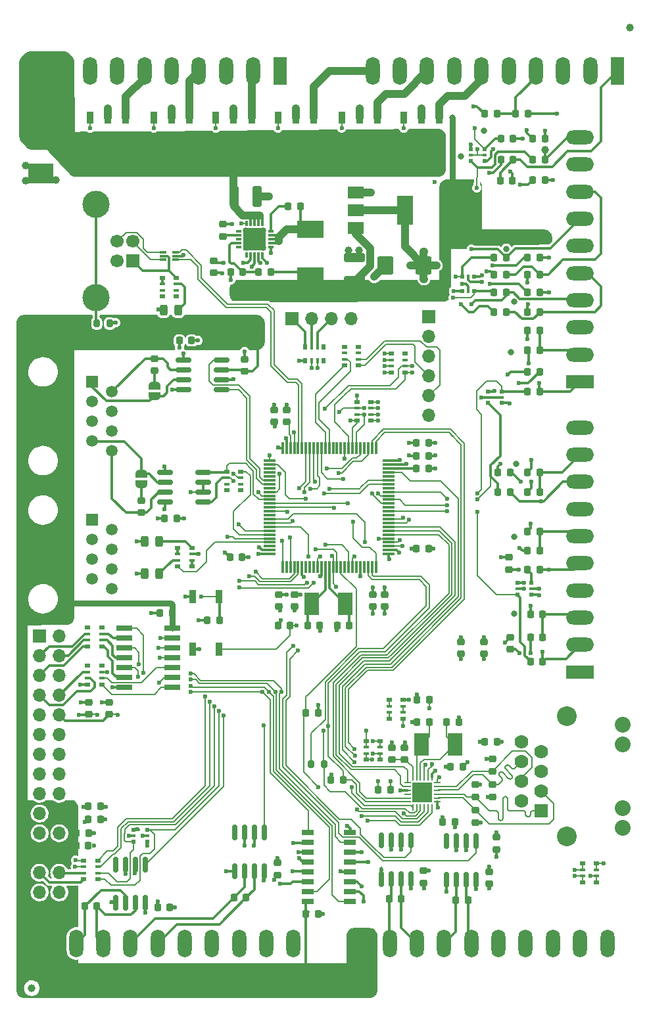
<source format=gbr>
%TF.GenerationSoftware,KiCad,Pcbnew,5.99.0-unknown-14cba9723f~116~ubuntu18.04.1*%
%TF.CreationDate,2021-02-18T14:37:27+01:00*%
%TF.ProjectId,Uni_Printer,556e695f-5072-4696-9e74-65722e6b6963,rev?*%
%TF.SameCoordinates,PX48009e0PY88da2e0*%
%TF.FileFunction,Copper,L1,Top*%
%TF.FilePolarity,Positive*%
%FSLAX46Y46*%
G04 Gerber Fmt 4.6, Leading zero omitted, Abs format (unit mm)*
G04 Created by KiCad (PCBNEW 5.99.0-unknown-14cba9723f~116~ubuntu18.04.1) date 2021-02-18 14:37:27*
%MOMM*%
%LPD*%
G01*
G04 APERTURE LIST*
G04 Aperture macros list*
%AMRoundRect*
0 Rectangle with rounded corners*
0 $1 Rounding radius*
0 $2 $3 $4 $5 $6 $7 $8 $9 X,Y pos of 4 corners*
0 Add a 4 corners polygon primitive as box body*
4,1,4,$2,$3,$4,$5,$6,$7,$8,$9,$2,$3,0*
0 Add four circle primitives for the rounded corners*
1,1,$1+$1,$2,$3*
1,1,$1+$1,$4,$5*
1,1,$1+$1,$6,$7*
1,1,$1+$1,$8,$9*
0 Add four rect primitives between the rounded corners*
20,1,$1+$1,$2,$3,$4,$5,0*
20,1,$1+$1,$4,$5,$6,$7,0*
20,1,$1+$1,$6,$7,$8,$9,0*
20,1,$1+$1,$8,$9,$2,$3,0*%
%AMFreePoly0*
4,1,22,0.500000,-0.750000,0.000000,-0.750000,0.000000,-0.745033,-0.079941,-0.743568,-0.215256,-0.701293,-0.333266,-0.622738,-0.424486,-0.514219,-0.481581,-0.384460,-0.499164,-0.250000,-0.500000,-0.250000,-0.500000,0.250000,-0.499164,0.250000,-0.499963,0.256109,-0.478152,0.396186,-0.417904,0.524511,-0.324060,0.630769,-0.204165,0.706417,-0.067858,0.745374,0.000000,0.744959,0.000000,0.750000,
0.500000,0.750000,0.500000,-0.750000,0.500000,-0.750000,$1*%
%AMFreePoly1*
4,1,20,0.000000,0.744959,0.073905,0.744508,0.209726,0.703889,0.328688,0.626782,0.421226,0.519385,0.479903,0.390333,0.500000,0.250000,0.500000,-0.250000,0.499851,-0.262216,0.476331,-0.402017,0.414519,-0.529596,0.319384,-0.634700,0.198574,-0.708877,0.061801,-0.746166,0.000000,-0.745033,0.000000,-0.750000,-0.500000,-0.750000,-0.500000,0.750000,0.000000,0.750000,0.000000,0.744959,
0.000000,0.744959,$1*%
G04 Aperture macros list end*
%TA.AperFunction,SMDPad,CuDef*%
%ADD10R,0.900000X1.700000*%
%TD*%
%TA.AperFunction,SMDPad,CuDef*%
%ADD11RoundRect,0.225000X-0.250000X0.225000X-0.250000X-0.225000X0.250000X-0.225000X0.250000X0.225000X0*%
%TD*%
%TA.AperFunction,SMDPad,CuDef*%
%ADD12RoundRect,0.218750X-0.218750X-0.256250X0.218750X-0.256250X0.218750X0.256250X-0.218750X0.256250X0*%
%TD*%
%TA.AperFunction,SMDPad,CuDef*%
%ADD13RoundRect,0.218750X0.218750X0.256250X-0.218750X0.256250X-0.218750X-0.256250X0.218750X-0.256250X0*%
%TD*%
%TA.AperFunction,SMDPad,CuDef*%
%ADD14RoundRect,0.218750X-0.256250X0.218750X-0.256250X-0.218750X0.256250X-0.218750X0.256250X0.218750X0*%
%TD*%
%TA.AperFunction,SMDPad,CuDef*%
%ADD15RoundRect,0.218750X0.256250X-0.218750X0.256250X0.218750X-0.256250X0.218750X-0.256250X-0.218750X0*%
%TD*%
%TA.AperFunction,SMDPad,CuDef*%
%ADD16RoundRect,0.243750X-0.243750X-0.456250X0.243750X-0.456250X0.243750X0.456250X-0.243750X0.456250X0*%
%TD*%
%TA.AperFunction,SMDPad,CuDef*%
%ADD17RoundRect,0.225000X0.250000X-0.225000X0.250000X0.225000X-0.250000X0.225000X-0.250000X-0.225000X0*%
%TD*%
%TA.AperFunction,SMDPad,CuDef*%
%ADD18RoundRect,0.225000X-0.225000X-0.250000X0.225000X-0.250000X0.225000X0.250000X-0.225000X0.250000X0*%
%TD*%
%TA.AperFunction,SMDPad,CuDef*%
%ADD19R,2.032000X0.660400*%
%TD*%
%TA.AperFunction,SMDPad,CuDef*%
%ADD20R,0.800000X0.500000*%
%TD*%
%TA.AperFunction,SMDPad,CuDef*%
%ADD21R,0.800000X0.400000*%
%TD*%
%TA.AperFunction,SMDPad,CuDef*%
%ADD22R,0.500000X0.800000*%
%TD*%
%TA.AperFunction,SMDPad,CuDef*%
%ADD23R,0.400000X0.800000*%
%TD*%
%TA.AperFunction,SMDPad,CuDef*%
%ADD24RoundRect,0.150000X0.825000X0.150000X-0.825000X0.150000X-0.825000X-0.150000X0.825000X-0.150000X0*%
%TD*%
%TA.AperFunction,SMDPad,CuDef*%
%ADD25R,0.600000X0.600000*%
%TD*%
%TA.AperFunction,SMDPad,CuDef*%
%ADD26R,0.400000X0.600000*%
%TD*%
%TA.AperFunction,ComponentPad*%
%ADD27R,1.800000X3.600000*%
%TD*%
%TA.AperFunction,ComponentPad*%
%ADD28O,1.800000X3.600000*%
%TD*%
%TA.AperFunction,SMDPad,CuDef*%
%ADD29R,0.600000X0.400000*%
%TD*%
%TA.AperFunction,SMDPad,CuDef*%
%ADD30C,1.000000*%
%TD*%
%TA.AperFunction,SMDPad,CuDef*%
%ADD31R,1.950000X2.950000*%
%TD*%
%TA.AperFunction,ComponentPad*%
%ADD32R,1.500000X1.500000*%
%TD*%
%TA.AperFunction,ComponentPad*%
%ADD33C,1.500000*%
%TD*%
%TA.AperFunction,ComponentPad*%
%ADD34R,3.600000X1.800000*%
%TD*%
%TA.AperFunction,ComponentPad*%
%ADD35O,3.600000X1.800000*%
%TD*%
%TA.AperFunction,SMDPad,CuDef*%
%ADD36RoundRect,0.150000X-0.150000X0.825000X-0.150000X-0.825000X0.150000X-0.825000X0.150000X0.825000X0*%
%TD*%
%TA.AperFunction,SMDPad,CuDef*%
%ADD37R,3.300000X2.500000*%
%TD*%
%TA.AperFunction,SMDPad,CuDef*%
%ADD38R,0.850000X0.300000*%
%TD*%
%TA.AperFunction,ComponentPad*%
%ADD39R,1.700000X1.700000*%
%TD*%
%TA.AperFunction,ComponentPad*%
%ADD40O,1.700000X1.700000*%
%TD*%
%TA.AperFunction,SMDPad,CuDef*%
%ADD41RoundRect,0.250000X-0.325000X-1.100000X0.325000X-1.100000X0.325000X1.100000X-0.325000X1.100000X0*%
%TD*%
%TA.AperFunction,SMDPad,CuDef*%
%ADD42FreePoly0,90.000000*%
%TD*%
%TA.AperFunction,SMDPad,CuDef*%
%ADD43FreePoly1,90.000000*%
%TD*%
%TA.AperFunction,SMDPad,CuDef*%
%ADD44R,0.900000X1.500000*%
%TD*%
%TA.AperFunction,SMDPad,CuDef*%
%ADD45R,3.200000X1.500000*%
%TD*%
%TA.AperFunction,SMDPad,CuDef*%
%ADD46RoundRect,0.250000X1.100000X-0.325000X1.100000X0.325000X-1.100000X0.325000X-1.100000X-0.325000X0*%
%TD*%
%TA.AperFunction,SMDPad,CuDef*%
%ADD47R,0.300000X0.700000*%
%TD*%
%TA.AperFunction,SMDPad,CuDef*%
%ADD48R,0.700000X0.300000*%
%TD*%
%TA.AperFunction,SMDPad,CuDef*%
%ADD49R,2.950000X2.950000*%
%TD*%
%TA.AperFunction,ComponentPad*%
%ADD50R,1.778000X1.778000*%
%TD*%
%TA.AperFunction,ComponentPad*%
%ADD51C,1.778000*%
%TD*%
%TA.AperFunction,ComponentPad*%
%ADD52C,2.032000*%
%TD*%
%TA.AperFunction,ComponentPad*%
%ADD53C,2.540000*%
%TD*%
%TA.AperFunction,ComponentPad*%
%ADD54C,1.700000*%
%TD*%
%TA.AperFunction,ComponentPad*%
%ADD55C,3.500000*%
%TD*%
%TA.AperFunction,SMDPad,CuDef*%
%ADD56RoundRect,0.200000X-0.200000X-0.275000X0.200000X-0.275000X0.200000X0.275000X-0.200000X0.275000X0*%
%TD*%
%TA.AperFunction,SMDPad,CuDef*%
%ADD57R,1.525000X0.650000*%
%TD*%
%TA.AperFunction,SMDPad,CuDef*%
%ADD58FreePoly0,270.000000*%
%TD*%
%TA.AperFunction,SMDPad,CuDef*%
%ADD59FreePoly1,270.000000*%
%TD*%
%TA.AperFunction,SMDPad,CuDef*%
%ADD60RoundRect,0.075000X0.075000X-0.725000X0.075000X0.725000X-0.075000X0.725000X-0.075000X-0.725000X0*%
%TD*%
%TA.AperFunction,SMDPad,CuDef*%
%ADD61RoundRect,0.075000X0.725000X-0.075000X0.725000X0.075000X-0.725000X0.075000X-0.725000X-0.075000X0*%
%TD*%
%TA.AperFunction,SMDPad,CuDef*%
%ADD62RoundRect,0.225000X0.225000X0.250000X-0.225000X0.250000X-0.225000X-0.250000X0.225000X-0.250000X0*%
%TD*%
%TA.AperFunction,SMDPad,CuDef*%
%ADD63R,2.000000X1.500000*%
%TD*%
%TA.AperFunction,SMDPad,CuDef*%
%ADD64R,2.000000X3.800000*%
%TD*%
%TA.AperFunction,SMDPad,CuDef*%
%ADD65R,3.500000X2.300000*%
%TD*%
%TA.AperFunction,SMDPad,CuDef*%
%ADD66RoundRect,0.062500X-0.062500X0.350000X-0.062500X-0.350000X0.062500X-0.350000X0.062500X0.350000X0*%
%TD*%
%TA.AperFunction,SMDPad,CuDef*%
%ADD67RoundRect,0.062500X-0.350000X0.062500X-0.350000X-0.062500X0.350000X-0.062500X0.350000X0.062500X0*%
%TD*%
%TA.AperFunction,SMDPad,CuDef*%
%ADD68R,2.600000X2.600000*%
%TD*%
%TA.AperFunction,SMDPad,CuDef*%
%ADD69RoundRect,0.250000X0.787500X0.925000X-0.787500X0.925000X-0.787500X-0.925000X0.787500X-0.925000X0*%
%TD*%
%TA.AperFunction,ViaPad*%
%ADD70C,0.600000*%
%TD*%
%TA.AperFunction,ViaPad*%
%ADD71C,1.000000*%
%TD*%
%TA.AperFunction,ViaPad*%
%ADD72C,0.800000*%
%TD*%
%TA.AperFunction,Conductor*%
%ADD73C,0.200000*%
%TD*%
%TA.AperFunction,Conductor*%
%ADD74C,0.300000*%
%TD*%
%TA.AperFunction,Conductor*%
%ADD75C,1.000000*%
%TD*%
%TA.AperFunction,Conductor*%
%ADD76C,0.400000*%
%TD*%
%TA.AperFunction,Conductor*%
%ADD77C,0.800000*%
%TD*%
%TA.AperFunction,Conductor*%
%ADD78C,2.000000*%
%TD*%
G04 APERTURE END LIST*
D10*
X23200000Y45400000D03*
X26600000Y45400000D03*
X23200000Y52200000D03*
X26600000Y52200000D03*
D11*
X46400000Y52475000D03*
X46400000Y50925000D03*
D12*
X62012500Y93700000D03*
X63587500Y93700000D03*
X62912500Y108500000D03*
X64487500Y108500000D03*
X62012500Y88900000D03*
X63587500Y88900000D03*
D13*
X68587500Y108500000D03*
X67012500Y108500000D03*
X63587500Y95900000D03*
X62012500Y95900000D03*
D12*
X66312500Y88900000D03*
X67887500Y88900000D03*
D13*
X67887500Y95900000D03*
X66312500Y95900000D03*
D14*
X47900000Y52487500D03*
X47900000Y50912500D03*
D15*
X33700000Y74712500D03*
X33700000Y76287500D03*
D12*
X19612500Y62300000D03*
X21187500Y62300000D03*
D16*
X17062500Y59300000D03*
X18937500Y59300000D03*
D14*
X36300000Y52487500D03*
X36300000Y50912500D03*
D13*
X29587500Y57300000D03*
X28012500Y57300000D03*
D17*
X35300000Y74725000D03*
X35300000Y76275000D03*
D14*
X34300000Y52500000D03*
X34300000Y50925000D03*
D18*
X52025000Y68700000D03*
X53575000Y68700000D03*
X52025000Y70350000D03*
X53575000Y70350000D03*
D12*
X52012500Y72000000D03*
X53587500Y72000000D03*
D14*
X12500000Y38587500D03*
X12500000Y37012500D03*
X64100000Y46987500D03*
X64100000Y45412500D03*
D13*
X53687500Y38900000D03*
X52112500Y38900000D03*
X35775000Y48500000D03*
X34200000Y48500000D03*
D12*
X8212500Y20100000D03*
X9787500Y20100000D03*
D13*
X26687500Y49200000D03*
X25112500Y49200000D03*
D15*
X52900000Y15312500D03*
X52900000Y16887500D03*
D19*
X14426600Y48110000D03*
X14426600Y46840000D03*
X14426600Y45570000D03*
X14426600Y44300000D03*
X14426600Y43030000D03*
X14426600Y41760000D03*
X14426600Y40490000D03*
X20573400Y40490000D03*
X20573400Y41760000D03*
X20573400Y43030000D03*
X20573400Y44300000D03*
X20573400Y45570000D03*
X20573400Y46840000D03*
X20573400Y48110000D03*
D12*
X48512500Y13300000D03*
X50087500Y13300000D03*
D20*
X11500000Y45800000D03*
D21*
X11500000Y46600000D03*
X11500000Y47400000D03*
D20*
X11500000Y48200000D03*
X9700000Y48200000D03*
D21*
X9700000Y47400000D03*
X9700000Y46600000D03*
D20*
X9700000Y45800000D03*
X29400000Y65900000D03*
D21*
X29400000Y66700000D03*
X29400000Y67500000D03*
D20*
X29400000Y68300000D03*
X27600000Y68300000D03*
D21*
X27600000Y67500000D03*
X27600000Y66700000D03*
D20*
X27600000Y65900000D03*
D22*
X37700000Y82600000D03*
D23*
X38500000Y82600000D03*
X39300000Y82600000D03*
D22*
X40100000Y82600000D03*
X40100000Y84400000D03*
D23*
X39300000Y84400000D03*
X38500000Y84400000D03*
D22*
X37700000Y84400000D03*
D20*
X50300000Y36500000D03*
D21*
X50300000Y37300000D03*
X50300000Y38100000D03*
D20*
X50300000Y38900000D03*
X48500000Y38900000D03*
D21*
X48500000Y38100000D03*
X48500000Y37300000D03*
D20*
X48500000Y36500000D03*
X21300000Y58500000D03*
D21*
X21300000Y57700000D03*
X21300000Y56900000D03*
D20*
X21300000Y56100000D03*
X23100000Y56100000D03*
D21*
X23100000Y56900000D03*
X23100000Y57700000D03*
D20*
X23100000Y58500000D03*
D12*
X57112500Y13100000D03*
X58687500Y13100000D03*
D20*
X11500000Y40900000D03*
D21*
X11500000Y41700000D03*
X11500000Y42500000D03*
D20*
X11500000Y43300000D03*
X9700000Y43300000D03*
D21*
X9700000Y42500000D03*
X9700000Y41700000D03*
D20*
X9700000Y40900000D03*
D14*
X9800000Y38587500D03*
X9800000Y37012500D03*
D13*
X68600000Y105900000D03*
X67025000Y105900000D03*
D14*
X16600000Y64587500D03*
X16600000Y63012500D03*
D24*
X24575000Y64395000D03*
X24575000Y65665000D03*
X24575000Y66935000D03*
X24575000Y68205000D03*
X19625000Y68205000D03*
X19625000Y66935000D03*
X19625000Y65665000D03*
X19625000Y64395000D03*
D12*
X38012500Y48500000D03*
X39587500Y48500000D03*
D13*
X43400000Y48500000D03*
X41825000Y48500000D03*
D24*
X26975000Y78895000D03*
X26975000Y80165000D03*
X26975000Y81435000D03*
X26975000Y82705000D03*
X22025000Y82705000D03*
X22025000Y81435000D03*
X22025000Y80165000D03*
X22025000Y78895000D03*
D13*
X63587500Y91400000D03*
X62012500Y91400000D03*
D12*
X66712500Y47000000D03*
X68287500Y47000000D03*
D15*
X61400000Y15200000D03*
X61400000Y16775000D03*
D13*
X68275000Y43800000D03*
X66700000Y43800000D03*
D25*
X59450000Y93400000D03*
D26*
X58700000Y93400000D03*
D25*
X57950000Y93400000D03*
X57950000Y91600000D03*
D26*
X58700000Y91600000D03*
D25*
X59450000Y91600000D03*
D27*
X4700000Y7500000D03*
D28*
X8200000Y7500000D03*
X11700000Y7500000D03*
X15200000Y7500000D03*
X18700000Y7500000D03*
X22200000Y7500000D03*
X25700000Y7500000D03*
X29200000Y7500000D03*
X32700000Y7500000D03*
X36200000Y7500000D03*
D12*
X66312500Y93700000D03*
X67887500Y93700000D03*
D13*
X67887500Y91400000D03*
X66312500Y91400000D03*
D12*
X66712500Y49900000D03*
X68287500Y49900000D03*
D25*
X60800000Y108350000D03*
D29*
X60800000Y109100000D03*
D25*
X60800000Y109850000D03*
X59000000Y109850000D03*
D29*
X59000000Y109100000D03*
D25*
X59000000Y108350000D03*
D13*
X64387500Y105800000D03*
X62812500Y105800000D03*
D30*
X2500000Y1750000D03*
X79500000Y125500000D03*
D31*
X38550000Y51300000D03*
X42850000Y51300000D03*
D32*
X10300000Y79900000D03*
D33*
X12840000Y78630000D03*
X10300000Y77360000D03*
X12840000Y76090000D03*
X10300000Y74820000D03*
X12840000Y73550000D03*
X10300000Y72280000D03*
X12840000Y71010000D03*
D34*
X73100000Y42500000D03*
D35*
X73100000Y46000000D03*
X73100000Y49500000D03*
X73100000Y53000000D03*
X73100000Y56500000D03*
X73100000Y60000000D03*
X73100000Y63500000D03*
X73100000Y67000000D03*
X73100000Y70500000D03*
X73100000Y74000000D03*
D36*
X51305000Y20775000D03*
X50035000Y20775000D03*
X48765000Y20775000D03*
X47495000Y20775000D03*
X47495000Y15825000D03*
X48765000Y15825000D03*
X50035000Y15825000D03*
X51305000Y15825000D03*
X59705000Y20675000D03*
X58435000Y20675000D03*
X57165000Y20675000D03*
X55895000Y20675000D03*
X55895000Y15725000D03*
X57165000Y15725000D03*
X58435000Y15725000D03*
X59705000Y15725000D03*
D13*
X39387500Y11300000D03*
X37812500Y11300000D03*
D37*
X3700000Y106700000D03*
X3700000Y113500000D03*
D38*
X21000000Y95600000D03*
X21000000Y96100000D03*
X21000000Y96600000D03*
X19400000Y96600000D03*
X19400000Y96100000D03*
X19400000Y95600000D03*
D15*
X18300000Y81312500D03*
X18300000Y82887500D03*
D39*
X3500000Y47120000D03*
D40*
X6040000Y47120000D03*
X3500000Y44580000D03*
X6040000Y44580000D03*
X3500000Y42040000D03*
X6040000Y42040000D03*
X3500000Y39500000D03*
X6040000Y39500000D03*
X3500000Y36960000D03*
X6040000Y36960000D03*
X3500000Y34420000D03*
X6040000Y34420000D03*
X3500000Y31880000D03*
X6040000Y31880000D03*
X3500000Y29340000D03*
X6040000Y29340000D03*
X3500000Y26800000D03*
X6040000Y26800000D03*
X3500000Y24260000D03*
X6040000Y24260000D03*
X3500000Y21720000D03*
X6040000Y21720000D03*
X3500000Y19180000D03*
X6040000Y19180000D03*
X3500000Y16640000D03*
X6040000Y16640000D03*
X3500000Y14100000D03*
X6040000Y14100000D03*
D13*
X67887500Y78600000D03*
X66312500Y78600000D03*
X66387500Y114400000D03*
X64812500Y114400000D03*
D41*
X28525000Y103800000D03*
X31475000Y103800000D03*
D42*
X16600000Y66700000D03*
D43*
X16600000Y68000000D03*
D15*
X60700000Y44812500D03*
X60700000Y46387500D03*
D44*
X14600000Y113950000D03*
X12300000Y113950000D03*
X10000000Y113950000D03*
D45*
X12300000Y107450000D03*
D12*
X21512500Y85200000D03*
X23087500Y85200000D03*
D44*
X30800000Y113950000D03*
X28500000Y113950000D03*
X26200000Y113950000D03*
D45*
X28500000Y107450000D03*
D39*
X53650000Y88275000D03*
D40*
X53650000Y85735000D03*
X53650000Y83195000D03*
X53650000Y80655000D03*
X53650000Y78115000D03*
X53650000Y75575000D03*
D13*
X68587500Y111200000D03*
X67012500Y111200000D03*
D17*
X50500000Y31225000D03*
X50500000Y32775000D03*
D44*
X22800000Y113950000D03*
X20500000Y113950000D03*
X18200000Y113950000D03*
D45*
X20500000Y107450000D03*
D14*
X59600000Y24687500D03*
X59600000Y23112500D03*
D27*
X77900000Y119900000D03*
D28*
X74400000Y119900000D03*
X70900000Y119900000D03*
X67400000Y119900000D03*
X63900000Y119900000D03*
X60400000Y119900000D03*
X56900000Y119900000D03*
X53400000Y119900000D03*
X49900000Y119900000D03*
X46400000Y119900000D03*
D12*
X66312500Y65700000D03*
X67887500Y65700000D03*
D36*
X32405000Y21775000D03*
X31135000Y21775000D03*
X29865000Y21775000D03*
X28595000Y21775000D03*
X28595000Y16825000D03*
X29865000Y16825000D03*
X31135000Y16825000D03*
X32405000Y16825000D03*
D15*
X61800000Y29712500D03*
X61800000Y31287500D03*
D13*
X64087500Y65700000D03*
X62512500Y65700000D03*
D20*
X73400000Y17800000D03*
D21*
X73400000Y17000000D03*
X73400000Y16200000D03*
D20*
X73400000Y15400000D03*
X75200000Y15400000D03*
D21*
X75200000Y16200000D03*
X75200000Y17000000D03*
D20*
X75200000Y17800000D03*
D13*
X64487500Y111200000D03*
X62912500Y111200000D03*
D44*
X38800000Y113950000D03*
X36500000Y113950000D03*
X34200000Y113950000D03*
D45*
X36500000Y107450000D03*
D44*
X55000000Y113950000D03*
X52700000Y113950000D03*
X50400000Y113950000D03*
D45*
X52700000Y107450000D03*
D12*
X37812500Y37200000D03*
X39387500Y37200000D03*
D13*
X20587500Y50100000D03*
X19012500Y50100000D03*
D20*
X21100000Y90900000D03*
D21*
X21100000Y91700000D03*
X21100000Y92500000D03*
D20*
X21100000Y93300000D03*
X19300000Y93300000D03*
D21*
X19300000Y92500000D03*
X19300000Y91700000D03*
D20*
X19300000Y90900000D03*
D16*
X17062500Y55200000D03*
X18937500Y55200000D03*
D27*
X34500000Y119900000D03*
D28*
X31000000Y119900000D03*
X27500000Y119900000D03*
X24000000Y119900000D03*
X20500000Y119900000D03*
X17000000Y119900000D03*
X13500000Y119900000D03*
X10000000Y119900000D03*
X6500000Y119900000D03*
X3000000Y119900000D03*
D25*
X15600000Y22150000D03*
D29*
X15600000Y21400000D03*
D25*
X15600000Y20650000D03*
X17400000Y20650000D03*
D29*
X17400000Y21400000D03*
D25*
X17400000Y22150000D03*
D14*
X63900000Y57287500D03*
X63900000Y55712500D03*
D27*
X45100000Y7500000D03*
D28*
X48600000Y7500000D03*
X52100000Y7500000D03*
X55600000Y7500000D03*
X59100000Y7500000D03*
X62600000Y7500000D03*
X66100000Y7500000D03*
X69600000Y7500000D03*
X73100000Y7500000D03*
X76600000Y7500000D03*
D15*
X57800000Y44812500D03*
X57800000Y46387500D03*
D46*
X44050000Y92925000D03*
X44050000Y95875000D03*
D34*
X73100000Y79900000D03*
D35*
X73100000Y83400000D03*
X73100000Y86900000D03*
X73100000Y90400000D03*
X73100000Y93900000D03*
X73100000Y97400000D03*
X73100000Y100900000D03*
X73100000Y104400000D03*
X73100000Y107900000D03*
X73100000Y111400000D03*
D20*
X44400000Y77300000D03*
D21*
X44400000Y76500000D03*
X44400000Y75700000D03*
D20*
X44400000Y74900000D03*
X46200000Y74900000D03*
D21*
X46200000Y75700000D03*
X46200000Y76500000D03*
D20*
X46200000Y77300000D03*
D12*
X28512500Y13400000D03*
X30087500Y13400000D03*
X66312500Y81200000D03*
X67887500Y81200000D03*
D47*
X32200000Y100300000D03*
X31700000Y100300000D03*
X31200000Y100300000D03*
X30700000Y100300000D03*
X30200000Y100300000D03*
D48*
X29150000Y99250000D03*
X29150000Y98750000D03*
X29150000Y98250000D03*
X29150000Y97750000D03*
X29150000Y97250000D03*
D47*
X30200000Y96200000D03*
X30700000Y96200000D03*
X31200000Y96200000D03*
X31700000Y96200000D03*
X32200000Y96200000D03*
D48*
X33250000Y97250000D03*
X33250000Y97750000D03*
X33250000Y98250000D03*
X33250000Y98750000D03*
X33250000Y99250000D03*
D49*
X31200000Y98250000D03*
D31*
X52662500Y33150000D03*
X56962500Y33150000D03*
D50*
X68100000Y24600000D03*
D51*
X65560000Y25870000D03*
X68100000Y27140000D03*
X65560000Y28410000D03*
X68100000Y29680000D03*
X65560000Y30950000D03*
X68100000Y32220000D03*
X65560000Y33490000D03*
D52*
X78564800Y22395400D03*
X78564800Y24935000D03*
X78564800Y33130000D03*
X78564800Y35669200D03*
D53*
X71400000Y36795000D03*
X71400000Y21295000D03*
D20*
X47350000Y31200000D03*
D21*
X47350000Y32000000D03*
X47350000Y32800000D03*
D20*
X47350000Y33600000D03*
X45550000Y33600000D03*
D21*
X45550000Y32800000D03*
X45550000Y32000000D03*
D20*
X45550000Y31200000D03*
D13*
X57987500Y30300000D03*
X56412500Y30300000D03*
D14*
X61800000Y27987500D03*
X61800000Y26412500D03*
D15*
X59600000Y26412500D03*
X59600000Y27987500D03*
D39*
X15500000Y95500000D03*
D54*
X15500000Y98000000D03*
X13500000Y98000000D03*
X13500000Y95500000D03*
D55*
X10790000Y102770000D03*
X10790000Y90730000D03*
D56*
X10875000Y87400000D03*
X12525000Y87400000D03*
D14*
X27100000Y100187500D03*
X27100000Y98612500D03*
D13*
X53687500Y36000000D03*
X52112500Y36000000D03*
D25*
X66800000Y52450000D03*
D29*
X66800000Y53200000D03*
D25*
X66800000Y53950000D03*
X65000000Y53950000D03*
D29*
X65000000Y53200000D03*
D25*
X65000000Y52450000D03*
D39*
X36000000Y88000000D03*
D40*
X38540000Y88000000D03*
X41080000Y88000000D03*
X43620000Y88000000D03*
D12*
X9312500Y12300000D03*
X10887500Y12300000D03*
D14*
X62300000Y21187500D03*
X62300000Y19612500D03*
D44*
X47000000Y113950000D03*
X44700000Y113950000D03*
X42400000Y113950000D03*
D45*
X44700000Y107450000D03*
D12*
X47112500Y27275000D03*
X48687500Y27275000D03*
X18700000Y12200000D03*
X20275000Y12200000D03*
X60812500Y114400000D03*
X62387500Y114400000D03*
D32*
X10300000Y62100000D03*
D33*
X12840000Y60830000D03*
X10300000Y59560000D03*
X12840000Y58290000D03*
X10300000Y57020000D03*
X12840000Y55750000D03*
X10300000Y54480000D03*
X12840000Y53210000D03*
D56*
X38475000Y30600000D03*
X40125000Y30600000D03*
D17*
X29900000Y81225000D03*
X29900000Y82775000D03*
D57*
X43482000Y12955000D03*
X43482000Y14225000D03*
X43482000Y15495000D03*
X43482000Y16765000D03*
X43482000Y18035000D03*
X43482000Y19305000D03*
X43482000Y20575000D03*
X43482000Y21845000D03*
X38058000Y21845000D03*
X38058000Y20575000D03*
X38058000Y19305000D03*
X38058000Y18035000D03*
X38058000Y16765000D03*
X38058000Y15495000D03*
X38058000Y14225000D03*
X38058000Y12955000D03*
D12*
X55912500Y36000000D03*
X57487500Y36000000D03*
D58*
X18300000Y79350000D03*
D59*
X18300000Y78050000D03*
D14*
X25900000Y95487500D03*
X25900000Y93912500D03*
D18*
X8250000Y21700000D03*
X9800000Y21700000D03*
D13*
X62387500Y33500000D03*
X60812500Y33500000D03*
X42587500Y28600000D03*
X41012500Y28600000D03*
D60*
X34800000Y56025000D03*
X35300000Y56025000D03*
X35800000Y56025000D03*
X36300000Y56025000D03*
X36800000Y56025000D03*
X37300000Y56025000D03*
X37800000Y56025000D03*
X38300000Y56025000D03*
X38800000Y56025000D03*
X39300000Y56025000D03*
X39800000Y56025000D03*
X40300000Y56025000D03*
X40800000Y56025000D03*
X41300000Y56025000D03*
X41800000Y56025000D03*
X42300000Y56025000D03*
X42800000Y56025000D03*
X43300000Y56025000D03*
X43800000Y56025000D03*
X44300000Y56025000D03*
X44800000Y56025000D03*
X45300000Y56025000D03*
X45800000Y56025000D03*
X46300000Y56025000D03*
X46800000Y56025000D03*
D61*
X48475000Y57700000D03*
X48475000Y58200000D03*
X48475000Y58700000D03*
X48475000Y59200000D03*
X48475000Y59700000D03*
X48475000Y60200000D03*
X48475000Y60700000D03*
X48475000Y61200000D03*
X48475000Y61700000D03*
X48475000Y62200000D03*
X48475000Y62700000D03*
X48475000Y63200000D03*
X48475000Y63700000D03*
X48475000Y64200000D03*
X48475000Y64700000D03*
X48475000Y65200000D03*
X48475000Y65700000D03*
X48475000Y66200000D03*
X48475000Y66700000D03*
X48475000Y67200000D03*
X48475000Y67700000D03*
X48475000Y68200000D03*
X48475000Y68700000D03*
X48475000Y69200000D03*
X48475000Y69700000D03*
D60*
X46800000Y71375000D03*
X46300000Y71375000D03*
X45800000Y71375000D03*
X45300000Y71375000D03*
X44800000Y71375000D03*
X44300000Y71375000D03*
X43800000Y71375000D03*
X43300000Y71375000D03*
X42800000Y71375000D03*
X42300000Y71375000D03*
X41800000Y71375000D03*
X41300000Y71375000D03*
X40800000Y71375000D03*
X40300000Y71375000D03*
X39800000Y71375000D03*
X39300000Y71375000D03*
X38800000Y71375000D03*
X38300000Y71375000D03*
X37800000Y71375000D03*
X37300000Y71375000D03*
X36800000Y71375000D03*
X36300000Y71375000D03*
X35800000Y71375000D03*
X35300000Y71375000D03*
X34800000Y71375000D03*
D61*
X33125000Y69700000D03*
X33125000Y69200000D03*
X33125000Y68700000D03*
X33125000Y68200000D03*
X33125000Y67700000D03*
X33125000Y67200000D03*
X33125000Y66700000D03*
X33125000Y66200000D03*
X33125000Y65700000D03*
X33125000Y65200000D03*
X33125000Y64700000D03*
X33125000Y64200000D03*
X33125000Y63700000D03*
X33125000Y63200000D03*
X33125000Y62700000D03*
X33125000Y62200000D03*
X33125000Y61700000D03*
X33125000Y61200000D03*
X33125000Y60700000D03*
X33125000Y60200000D03*
X33125000Y59700000D03*
X33125000Y59200000D03*
X33125000Y58700000D03*
X33125000Y58200000D03*
X33125000Y57700000D03*
D62*
X56975000Y23200000D03*
X55425000Y23200000D03*
D12*
X66312500Y86500000D03*
X67887500Y86500000D03*
X66312500Y58100000D03*
X67887500Y58100000D03*
D13*
X33287500Y94000000D03*
X31712500Y94000000D03*
D12*
X66312500Y68200000D03*
X67887500Y68200000D03*
D25*
X63000000Y77150000D03*
D29*
X63000000Y77900000D03*
D25*
X63000000Y78650000D03*
X61200000Y78650000D03*
D29*
X61200000Y77900000D03*
D25*
X61200000Y77150000D03*
D12*
X66312500Y84000000D03*
X67887500Y84000000D03*
X35512500Y102500000D03*
X37087500Y102500000D03*
D15*
X34100000Y16312500D03*
X34100000Y17887500D03*
D13*
X29687500Y94000000D03*
X28112500Y94000000D03*
D63*
X44250000Y104300000D03*
D64*
X50550000Y102000000D03*
D63*
X44250000Y102000000D03*
X44250000Y99700000D03*
D12*
X52012500Y58400000D03*
X53587500Y58400000D03*
D17*
X48900000Y31225000D03*
X48900000Y32775000D03*
D65*
X38400000Y99500000D03*
X38400000Y93500000D03*
D20*
X50550000Y81100000D03*
D21*
X50550000Y81900000D03*
X50550000Y82700000D03*
D20*
X50550000Y83500000D03*
X48750000Y83500000D03*
D21*
X48750000Y82700000D03*
X48750000Y81900000D03*
D20*
X48750000Y81100000D03*
D16*
X19462500Y89100000D03*
X21337500Y89100000D03*
D66*
X54050000Y28937500D03*
X53550000Y28937500D03*
X53050000Y28937500D03*
X52550000Y28937500D03*
X52050000Y28937500D03*
X51550000Y28937500D03*
D67*
X50862500Y28250000D03*
X50862500Y27750000D03*
X50862500Y27250000D03*
X50862500Y26750000D03*
X50862500Y26250000D03*
X50862500Y25750000D03*
D66*
X51550000Y25062500D03*
X52050000Y25062500D03*
X52550000Y25062500D03*
X53050000Y25062500D03*
X53550000Y25062500D03*
X54050000Y25062500D03*
D67*
X54737500Y25750000D03*
X54737500Y26250000D03*
X54737500Y26750000D03*
X54737500Y27250000D03*
X54737500Y27750000D03*
X54737500Y28250000D03*
D68*
X52800000Y27000000D03*
D20*
X11000000Y15800000D03*
D21*
X11000000Y16600000D03*
X11000000Y17400000D03*
D20*
X11000000Y18200000D03*
X9200000Y18200000D03*
D21*
X9200000Y17400000D03*
X9200000Y16600000D03*
D20*
X9200000Y15800000D03*
D18*
X9775000Y25200000D03*
X11325000Y25200000D03*
D12*
X62512500Y68200000D03*
X64087500Y68200000D03*
X66312500Y60600000D03*
X67887500Y60600000D03*
D13*
X67887500Y55700000D03*
X66312500Y55700000D03*
D18*
X9775000Y23500000D03*
X11325000Y23500000D03*
D36*
X17105000Y17675000D03*
X15835000Y17675000D03*
X14565000Y17675000D03*
X13295000Y17675000D03*
X13295000Y12725000D03*
X14565000Y12725000D03*
X15835000Y12725000D03*
X17105000Y12725000D03*
D20*
X44550000Y82000000D03*
D21*
X44550000Y82800000D03*
X44550000Y83600000D03*
D20*
X44550000Y84400000D03*
X42750000Y84400000D03*
D21*
X42750000Y83600000D03*
X42750000Y82800000D03*
D20*
X42750000Y82000000D03*
D69*
X52962500Y94900000D03*
X48037500Y94900000D03*
D70*
X54400000Y105600000D03*
X60700000Y47000000D03*
X33800000Y74100000D03*
X36900000Y82600000D03*
D71*
X54600000Y94900000D03*
D70*
X49800000Y57900000D03*
X51400000Y58400000D03*
X51300000Y14600000D03*
X22300000Y52200000D03*
X39650000Y54795581D03*
X11500000Y38600000D03*
X37490280Y54775125D03*
D71*
X51200000Y94900000D03*
D70*
X60400000Y77900000D03*
X51100000Y72000000D03*
X46400000Y53400000D03*
X15014505Y21391297D03*
X32400000Y15600000D03*
X47900000Y53400000D03*
X59900000Y109900000D03*
X19600000Y63500000D03*
X16800000Y21400000D03*
X53000000Y14600000D03*
X33700000Y15700000D03*
X9300000Y23200000D03*
X60500000Y92800000D03*
X35300000Y52500000D03*
X24000000Y57700000D03*
X51100000Y70400000D03*
X21500000Y84300000D03*
X31700000Y57700000D03*
X67800000Y53200000D03*
X30400000Y57300000D03*
X17100000Y11500000D03*
X57900000Y92500000D03*
X65900000Y53200000D03*
X18700000Y12900000D03*
X44800000Y54800000D03*
X9200000Y25150000D03*
X22000000Y83500000D03*
X61400000Y14587500D03*
X18700000Y62300000D03*
D71*
X53000000Y93100000D03*
D70*
X8800000Y38600000D03*
D71*
X53000000Y96700000D03*
D70*
X34200000Y71400000D03*
X59700000Y14500000D03*
X49900000Y69850000D03*
X37074998Y52500000D03*
X17900000Y50100000D03*
X11950000Y23500000D03*
X12900000Y40500000D03*
X36300000Y50400000D03*
X27000000Y93900000D03*
X20900000Y12200000D03*
X55900000Y14200000D03*
X14600000Y16500000D03*
X53800000Y28000000D03*
X36900000Y18500000D03*
D71*
X46200000Y104300000D03*
D70*
X48800000Y19600000D03*
X34600000Y49150000D03*
X53600000Y16900000D03*
X42300000Y16800000D03*
X31100000Y20100000D03*
X33300000Y96500000D03*
X58600000Y30900000D03*
X23900000Y85200000D03*
X54500000Y68700000D03*
X33700000Y76900000D03*
X64000000Y77100000D03*
X51800000Y26000000D03*
X47100000Y76500000D03*
X50040000Y19600000D03*
X28300000Y100200000D03*
X13300000Y87500000D03*
D71*
X52700000Y115100000D03*
D70*
X50700000Y69350000D03*
X51500000Y36000000D03*
X39600000Y47800000D03*
X69100000Y95900000D03*
X56800000Y91600000D03*
X31900000Y95200000D03*
D71*
X28500000Y115100000D03*
D70*
X24100000Y45400000D03*
D71*
X1700000Y105800000D03*
D70*
X29900000Y83800000D03*
X27500000Y16800000D03*
X57000000Y22500000D03*
D72*
X30200000Y97200000D03*
D70*
X19600000Y69000000D03*
X58400000Y19500000D03*
X61400000Y17387500D03*
X39400000Y38200000D03*
X15800000Y16600000D03*
D71*
X1750000Y107750000D03*
D70*
X54500000Y72000000D03*
X44080000Y57370000D03*
X62100000Y78700000D03*
X51800000Y28000000D03*
X48900000Y33450000D03*
D71*
X36500000Y115100000D03*
D70*
X39620000Y57400000D03*
D71*
X12300000Y115100000D03*
D70*
X28500000Y80200000D03*
X47900000Y83500000D03*
X12800000Y12800000D03*
X22100000Y62300000D03*
X22034411Y96200010D03*
X47100000Y28400000D03*
X35200000Y72600000D03*
X63800000Y80800000D03*
X69600000Y105900000D03*
D71*
X43250000Y96800000D03*
D70*
X46400000Y50000000D03*
X69100000Y91400000D03*
X47900000Y82700000D03*
X10500000Y21700000D03*
D71*
X5600000Y105900000D03*
D70*
X47100000Y77300000D03*
X40000000Y11300000D03*
X57800000Y47000000D03*
X48500000Y57000000D03*
X59000000Y110500000D03*
D72*
X32300000Y99349998D03*
D70*
X16000000Y59300000D03*
X67800000Y52400000D03*
X60200000Y33500000D03*
X17400000Y20100000D03*
X50550000Y33450000D03*
X34500000Y50400000D03*
X41100000Y29300000D03*
X62800000Y69300000D03*
X47900000Y81900000D03*
D72*
X30100000Y99349998D03*
D70*
X57200000Y19500000D03*
X18800000Y89200000D03*
X47100000Y74900000D03*
X57500000Y36600000D03*
X52100000Y39600000D03*
D71*
X44700000Y115100000D03*
D70*
X47100000Y75700000D03*
X61900000Y109900000D03*
X41800000Y47900000D03*
X34100000Y18500000D03*
D71*
X44650000Y96850000D03*
D70*
X54500000Y70400000D03*
X63400000Y46300000D03*
X54200000Y58400000D03*
D71*
X33000000Y103800000D03*
D70*
X47900000Y81100000D03*
X47500000Y17000000D03*
X43100000Y22700000D03*
X35300000Y76900000D03*
X12000000Y25150000D03*
X10500000Y20100000D03*
X27400000Y57900000D03*
X16100000Y22200000D03*
X29900000Y20100000D03*
X24000000Y49200000D03*
X32800000Y95200000D03*
D72*
X32300000Y97200000D03*
D70*
X62300000Y18700000D03*
D71*
X20500000Y115100000D03*
D70*
X20600000Y78900000D03*
X16000000Y55200000D03*
X53800000Y26000000D03*
X47900000Y50000000D03*
X60434358Y93650000D03*
X62900000Y57300000D03*
X65900000Y54000003D03*
X28100000Y93000000D03*
X30800000Y94700000D03*
D71*
X46600000Y93400000D03*
D70*
X31800000Y58600000D03*
X68600000Y112200000D03*
D72*
X58900000Y105100000D03*
X56700000Y113900000D03*
X69000000Y98400000D03*
D70*
X30600000Y87100000D03*
X31700000Y87100000D03*
X28500000Y87100000D03*
X28400000Y91400000D03*
X30600000Y91400000D03*
X31700000Y91400000D03*
X29500000Y87100000D03*
D72*
X67700000Y97900000D03*
D70*
X29400000Y91400000D03*
X50300000Y35500000D03*
X40700000Y35500000D03*
X39407114Y27692886D03*
X43700000Y27692886D03*
X36600000Y48500000D03*
X41700000Y53500000D03*
X29500000Y100300000D03*
X41140000Y57480000D03*
X35400000Y63100000D03*
X26000000Y38100000D03*
X56000000Y63200000D03*
X59900000Y63100000D03*
X56000000Y64800000D03*
X59875735Y65524265D03*
X59900000Y64700000D03*
X56000000Y64000000D03*
X26600000Y37500000D03*
X37787851Y64860000D03*
D72*
X64200000Y83700000D03*
D71*
X55000000Y110500000D03*
D72*
X64600000Y59900000D03*
X64600000Y50000000D03*
X60700000Y112200000D03*
D71*
X54900000Y107400000D03*
X55000000Y109000000D03*
D72*
X64900000Y69300000D03*
X64600000Y90200000D03*
X63600000Y97000000D03*
D71*
X55000000Y112000000D03*
D72*
X57800000Y108900000D03*
D70*
X57100000Y93400000D03*
X49900000Y59500000D03*
X56775021Y90700000D03*
X50200000Y58700000D03*
X59500000Y112600000D03*
X50300000Y62400000D03*
X59800000Y104900000D03*
X51100000Y62100000D03*
X33865019Y39932041D03*
X23000000Y41500003D03*
X16900000Y42400000D03*
X42640000Y67400000D03*
X66500000Y82300000D03*
X23000000Y42300006D03*
X43240000Y64200000D03*
X16300000Y43500000D03*
X34664965Y39922604D03*
X18800000Y45600000D03*
X12250000Y42500000D03*
X18900000Y41100000D03*
X32200000Y39900000D03*
X41400000Y63600000D03*
X23000000Y39900000D03*
X45200000Y12900000D03*
X45000000Y14900000D03*
X45800000Y18000000D03*
X42040000Y68140000D03*
X16200000Y41900000D03*
X23000000Y40700000D03*
X33024265Y39924265D03*
X45000000Y19300000D03*
X36200000Y20500000D03*
X27675000Y59925000D03*
X19000000Y44300000D03*
X36850000Y19298437D03*
X19100000Y46900000D03*
X40480000Y68740000D03*
X36100000Y16800000D03*
X34500000Y15200000D03*
X44375735Y24775735D03*
X44074265Y30900000D03*
X45000000Y23899980D03*
X44113494Y31709300D03*
X45700000Y23299980D03*
X44085662Y32585662D03*
X8100000Y17400000D03*
X8124265Y18224265D03*
X66700000Y44900000D03*
X65300000Y44900000D03*
X65300000Y58500000D03*
X65200000Y55700000D03*
X66800000Y67000000D03*
X65500000Y67000000D03*
X65200000Y79700000D03*
X68300000Y45100000D03*
X69100000Y55700000D03*
X39020000Y58280000D03*
X37914579Y54000000D03*
X29200000Y54200000D03*
X48700000Y28400000D03*
X57800000Y44200000D03*
X55400000Y23800000D03*
X60300000Y23100000D03*
X61200000Y26400000D03*
X54500000Y29800000D03*
X63000000Y33500000D03*
X46450000Y33600000D03*
X60700000Y44200000D03*
X50000000Y27200000D03*
X46450000Y32000000D03*
X62300000Y21800000D03*
X54800000Y25000000D03*
X61100000Y31300000D03*
X60200000Y28000000D03*
X55800000Y30300000D03*
X51100000Y38900000D03*
X38790000Y54000000D03*
X29200000Y53400000D03*
X40310000Y58890000D03*
X31324266Y55424266D03*
X68100000Y64500000D03*
X65700000Y111200000D03*
X30475735Y54824265D03*
X34715735Y59364265D03*
X40190000Y65500000D03*
X40790000Y66110000D03*
X66700000Y61600000D03*
X66800000Y69800000D03*
X66300000Y85400000D03*
X25400000Y38700000D03*
X37620000Y65660000D03*
X24800000Y39300000D03*
X36940000Y66150000D03*
X43840001Y61840001D03*
X28490000Y67080000D03*
X66300000Y92700000D03*
X61800000Y94900000D03*
X61100000Y94100000D03*
X23000000Y65650000D03*
X31659265Y65669265D03*
X59400000Y115400000D03*
X66200000Y112300000D03*
X70100000Y114400000D03*
X53700000Y37800000D03*
X55000000Y28900000D03*
X29700000Y95200000D03*
X27200000Y95200000D03*
X66400000Y89924990D03*
X61500000Y92500000D03*
X57800000Y89900000D03*
X61400000Y106800000D03*
X46350000Y31200000D03*
X50375735Y24275735D03*
X45550000Y34900000D03*
X40100000Y34900000D03*
X67800000Y79700000D03*
X59100000Y89900000D03*
X72400000Y17000000D03*
X53199265Y30550735D03*
X72400000Y16200000D03*
X54000000Y30600000D03*
X74400000Y16200000D03*
X76100000Y17800000D03*
X65400000Y105300000D03*
X64100000Y107000000D03*
X40200000Y76400000D03*
X34430000Y68030000D03*
X50400000Y112600000D03*
X51500000Y81900000D03*
X34200000Y112600000D03*
X43500000Y74900000D03*
X18200000Y112600000D03*
X45300000Y76500000D03*
X42100000Y76000000D03*
X46300000Y65500000D03*
X51500000Y81100000D03*
X42400000Y112600000D03*
X26200000Y112600000D03*
X45300000Y75700000D03*
X44400000Y78100000D03*
X10000000Y112600000D03*
X47100000Y65500000D03*
X29150000Y61550000D03*
X24290000Y52200000D03*
X59100000Y97000000D03*
D71*
X68600000Y109800000D03*
D70*
X33100000Y70400000D03*
X38500000Y81700000D03*
X36224989Y73400000D03*
X39300000Y81700000D03*
X47140000Y59700000D03*
X36771014Y45240000D03*
X36180000Y45840000D03*
X45400000Y59200000D03*
X36075735Y61924265D03*
X27200000Y36900000D03*
X32400000Y35600000D03*
X38097571Y57400000D03*
X35775468Y59824532D03*
X38387851Y66100000D03*
X13600000Y37000000D03*
X38987851Y66985421D03*
X10900000Y37000000D03*
X8600000Y37000000D03*
X66700000Y51000000D03*
X42800000Y70000000D03*
X28500973Y68018811D03*
X8700000Y40900000D03*
D73*
X47670010Y18169990D02*
X44620010Y21219990D01*
X59705000Y19185000D02*
X58689990Y18169990D01*
X58689990Y18169990D02*
X47670010Y18169990D01*
X34800030Y39010030D02*
X35330000Y39540000D01*
X59705000Y20675000D02*
X59705000Y19185000D01*
X44620010Y21219990D02*
X42480010Y21219990D01*
X34800030Y30265668D02*
X34800030Y39010030D01*
X42000010Y21699990D02*
X42000010Y21845210D01*
X42480010Y21219990D02*
X42000010Y21699990D01*
X42000010Y21699990D02*
X42000010Y23065688D01*
X35330000Y44990000D02*
X36180000Y45840000D01*
X42000010Y23065688D02*
X34800030Y30265668D01*
X35330000Y39540000D02*
X35330000Y44990000D01*
D74*
X46400000Y52475000D02*
X46400000Y53400000D01*
X23200000Y52200000D02*
X22300000Y52200000D01*
D75*
X52962500Y94900000D02*
X52962500Y93137500D01*
D74*
X16800000Y21400000D02*
X16919998Y21400000D01*
X58700000Y93400000D02*
X58700000Y93000000D01*
X58950010Y92749990D02*
X60449990Y92749990D01*
X22025000Y83475000D02*
X22000000Y83500000D01*
D75*
X52962500Y94900000D02*
X52962500Y96662500D01*
D74*
X58700000Y91600000D02*
X58700000Y92200000D01*
X29587500Y57300000D02*
X30400000Y57300000D01*
X19625000Y63525000D02*
X19600000Y63500000D01*
X58400000Y92500000D02*
X57900000Y92500000D01*
X58700000Y92200000D02*
X58400000Y92500000D01*
X60700000Y46387500D02*
X60700000Y47000000D01*
X65000000Y53200000D02*
X65900000Y53200000D01*
X34225000Y71375000D02*
X34200000Y71400000D01*
D75*
X52962500Y93137500D02*
X53000000Y93100000D01*
X52962500Y96662500D02*
X53000000Y96700000D01*
D74*
X37062498Y52487500D02*
X37074998Y52500000D01*
X11512500Y38587500D02*
X11500000Y38600000D01*
X37700000Y82600000D02*
X36900000Y82600000D01*
X59700000Y14500000D02*
X59705000Y15725000D01*
D75*
X50550000Y97312500D02*
X52962500Y94900000D01*
D74*
X39800000Y56025000D02*
X39800000Y54945581D01*
X66800000Y53200000D02*
X67800000Y53200000D01*
X39800000Y54945581D02*
X39650000Y54795581D01*
X15023208Y21400000D02*
X15014505Y21391297D01*
X21512500Y84312500D02*
X21500000Y84300000D01*
X49500000Y58200000D02*
X49800000Y57900000D01*
X63000000Y77900000D02*
X60400000Y77900000D01*
X49750000Y69700000D02*
X49900000Y69850000D01*
X37300000Y56025000D02*
X37300000Y54965405D01*
X37300000Y54965405D02*
X37490280Y54775125D01*
X12500000Y38587500D02*
X11512500Y38587500D01*
D75*
X50550000Y102000000D02*
X50550000Y97312500D01*
D74*
X36300000Y52487500D02*
X37062498Y52487500D01*
X23100000Y57700000D02*
X24000000Y57700000D01*
X52012500Y72000000D02*
X51100000Y72000000D01*
X44800000Y56025000D02*
X44800000Y54800000D01*
D75*
X52962500Y94900000D02*
X51200000Y94900000D01*
D73*
X60800000Y109100000D02*
X59800000Y109100000D01*
D74*
X16919998Y21400000D02*
X17400000Y21400000D01*
X52025000Y70350000D02*
X51150000Y70350000D01*
D73*
X59900000Y109200000D02*
X59900000Y109900000D01*
X59800000Y109100000D02*
X59000000Y109100000D01*
D75*
X44250000Y102000000D02*
X50550000Y102000000D01*
D74*
X21512500Y85200000D02*
X21512500Y84312500D01*
X47900000Y52487500D02*
X47900000Y53400000D01*
X8812500Y38587500D02*
X8800000Y38600000D01*
X51150000Y70350000D02*
X51100000Y70400000D01*
X9800000Y38587500D02*
X8812500Y38587500D01*
D75*
X52962500Y94900000D02*
X54600000Y94900000D01*
D74*
X52012500Y58400000D02*
X51400000Y58400000D01*
X34300000Y52500000D02*
X35300000Y52500000D01*
X48475000Y58200000D02*
X49500000Y58200000D01*
X61200000Y77900000D02*
X60400000Y77900000D01*
D73*
X59800000Y109100000D02*
X59900000Y109200000D01*
D74*
X19612500Y62300000D02*
X18700000Y62300000D01*
X33125000Y57700000D02*
X31700000Y57700000D01*
X15600000Y21400000D02*
X15023208Y21400000D01*
X60449990Y92749990D02*
X60500000Y92800000D01*
X34800000Y71375000D02*
X34225000Y71375000D01*
X62100000Y77900000D02*
X60400000Y77900000D01*
X19625000Y64395000D02*
X19625000Y63525000D01*
X48475000Y69700000D02*
X49750000Y69700000D01*
X22025000Y82705000D02*
X22025000Y83475000D01*
X58700000Y93000000D02*
X58950010Y92749990D01*
D73*
X39300000Y56025000D02*
X39300000Y57080000D01*
D74*
X38088000Y18035000D02*
X37365000Y18035000D01*
X33250000Y97250000D02*
X33250000Y96550000D01*
X31135000Y21775000D02*
X31135000Y20135000D01*
D75*
X20500000Y113950000D02*
X20500000Y115100000D01*
D74*
X25900000Y93912500D02*
X26987500Y93912500D01*
X12910000Y40490000D02*
X12900000Y40500000D01*
X22025000Y78895000D02*
X20605000Y78895000D01*
D75*
X36500000Y113950000D02*
X36500000Y115100000D01*
D74*
X29900000Y82775000D02*
X29900000Y83800000D01*
X21000000Y96100000D02*
X21934401Y96100000D01*
X57950000Y91600000D02*
X56800000Y91600000D01*
X31700000Y95400000D02*
X31900000Y95200000D01*
D76*
X31199998Y98250000D02*
X30100000Y99349998D01*
D74*
X65849997Y53950000D02*
X65900000Y54000003D01*
X52100000Y39600000D02*
X52112500Y38900000D01*
X28112500Y93012500D02*
X28100000Y93000000D01*
D73*
X41100000Y29300000D02*
X41012500Y28600000D01*
D75*
X28500000Y113950000D02*
X28500000Y115100000D01*
D74*
X17062500Y59300000D02*
X16000000Y59300000D01*
X33250000Y96550000D02*
X33300000Y96500000D01*
X26987500Y93912500D02*
X27000000Y93900000D01*
D73*
X43800000Y57090000D02*
X44080000Y57370000D01*
D74*
X65000000Y53950000D02*
X65849997Y53950000D01*
X67887500Y91400000D02*
X69100000Y91400000D01*
X52800000Y27000000D02*
X53800000Y26000000D01*
D76*
X31200000Y98250000D02*
X31550000Y98250000D01*
D73*
X48750000Y81900000D02*
X47900000Y81900000D01*
D74*
X34600000Y49150000D02*
X34200000Y48521881D01*
X43512000Y16765000D02*
X42335000Y16765000D01*
X61624980Y109624980D02*
X61900000Y109900000D01*
X46400000Y50925000D02*
X46400000Y50000000D01*
X33125000Y58200000D02*
X32200000Y58200000D01*
D76*
X31250000Y98250000D02*
X32300000Y97200000D01*
D74*
X62912500Y57287500D02*
X62900000Y57300000D01*
X23200000Y45400000D02*
X24100000Y45400000D01*
X61587500Y16975000D02*
X61600000Y16987500D01*
X27525000Y16825000D02*
X27500000Y16800000D01*
X43512000Y22288000D02*
X43100000Y22700000D01*
D75*
X48037500Y94900000D02*
X48037500Y94837500D01*
D74*
X63000000Y77150000D02*
X63950000Y77150000D01*
D76*
X31200000Y98250000D02*
X31200000Y98200000D01*
D74*
X32200000Y58200000D02*
X31800000Y58600000D01*
X68587500Y111200000D02*
X68587500Y112187500D01*
D75*
X31475000Y103800000D02*
X33000000Y103800000D01*
D73*
X48750000Y81100000D02*
X47900000Y81100000D01*
D74*
X37365000Y18035000D02*
X36900000Y18500000D01*
D75*
X44700000Y113950000D02*
X44700000Y115100000D01*
D73*
X46200000Y75700000D02*
X47100000Y75700000D01*
D74*
X28112500Y94000000D02*
X28112500Y93012500D01*
X33700000Y76287500D02*
X33700000Y76900000D01*
X53575000Y70350000D02*
X54450000Y70350000D01*
X26975000Y80165000D02*
X28465000Y80165000D01*
X58000000Y30300000D02*
X57987500Y30300000D01*
X48475000Y57025000D02*
X48500000Y57000000D01*
X39387500Y37200000D02*
X39387500Y38187500D01*
X61624980Y108824980D02*
X61624980Y109624980D01*
X31200000Y95100000D02*
X30800000Y94700000D01*
X60800000Y108350000D02*
X61150000Y108350000D01*
D75*
X48037500Y94837500D02*
X46600000Y93400000D01*
D74*
X29865000Y20135000D02*
X29900000Y20100000D01*
X48475000Y57700000D02*
X48475000Y57025000D01*
X39600000Y47800000D02*
X39587500Y48500000D01*
X52800000Y27000000D02*
X53800000Y28000000D01*
D73*
X47112500Y27275000D02*
X47112500Y28387500D01*
X46200000Y77300000D02*
X47100000Y77300000D01*
D74*
X57500000Y36012500D02*
X57487500Y36000000D01*
X25112500Y49200000D02*
X24000000Y49200000D01*
X21934401Y96100000D02*
X22034411Y96200010D01*
X55895000Y15725000D02*
X55895000Y14205000D01*
D73*
X47112500Y28387500D02*
X47100000Y28400000D01*
D74*
X61150000Y108350000D02*
X61624980Y108824980D01*
X23087500Y85200000D02*
X23900000Y85200000D01*
X56975000Y22425000D02*
X56975000Y23200000D01*
X31135000Y20135000D02*
X31100000Y20100000D01*
X20605000Y78895000D02*
X20600000Y78900000D01*
X66800000Y52450000D02*
X67750000Y52450000D01*
X32200000Y95800000D02*
X32800000Y95200000D01*
X34300000Y50925000D02*
X34500000Y50400000D01*
X66312500Y81200000D02*
X64200000Y81200000D01*
X17062500Y55200000D02*
X16000000Y55200000D01*
X48475000Y69200000D02*
X50550000Y69200000D01*
X62050000Y78650000D02*
X62100000Y78700000D01*
X64100000Y46987500D02*
X63400000Y46300000D01*
X57500000Y36600000D02*
X57500000Y36012500D01*
X53587500Y58400000D02*
X54200000Y58400000D01*
X19625000Y68205000D02*
X19625000Y68975000D01*
X17400000Y20650000D02*
X17400000Y20100000D01*
X64200000Y81200000D02*
X63800000Y80800000D01*
D73*
X51500000Y36000000D02*
X52100000Y36012500D01*
D74*
X54450000Y70350000D02*
X54500000Y70400000D01*
X39387500Y38187500D02*
X39400000Y38200000D01*
D76*
X31200000Y98200000D02*
X30200000Y97200000D01*
D74*
X31200000Y96200000D02*
X31200000Y95100000D01*
X14565000Y17675000D02*
X14600000Y16500000D01*
D73*
X39300000Y57080000D02*
X39620000Y57400000D01*
D74*
X50040000Y19600000D02*
X50035000Y20775000D01*
D73*
X52100000Y36012500D02*
X52112500Y36000000D01*
D74*
X34200000Y48521881D02*
X34200000Y48500000D01*
X62512500Y68200000D02*
X62512500Y69012500D01*
X19625000Y68975000D02*
X19600000Y69000000D01*
X52800000Y27000000D02*
X51800000Y26000000D01*
X60184358Y93400000D02*
X60434358Y93650000D01*
X62512500Y69012500D02*
X62800000Y69300000D01*
X42335000Y16765000D02*
X42300000Y16800000D01*
D75*
X44250000Y104300000D02*
X46200000Y104300000D01*
D74*
X28287500Y100187500D02*
X28300000Y100200000D01*
X63900000Y57287500D02*
X62912500Y57287500D01*
X55895000Y14205000D02*
X55900000Y14200000D01*
X16100000Y22200000D02*
X16250000Y22150000D01*
X27100000Y100187500D02*
X28287500Y100187500D01*
X20275000Y12200000D02*
X20900000Y12200000D01*
D75*
X52700000Y113950000D02*
X52700000Y115100000D01*
D74*
X28465000Y80165000D02*
X28500000Y80200000D01*
X52800000Y27000000D02*
X51800000Y28000000D01*
X59450000Y93400000D02*
X60184358Y93400000D01*
X53587500Y72000000D02*
X54500000Y72000000D01*
X14426600Y40490000D02*
X12910000Y40490000D01*
X47900000Y50912500D02*
X47900000Y50000000D01*
X47495000Y15825000D02*
X47495000Y17265000D01*
X36300000Y50912500D02*
X36300000Y50400000D01*
X68600000Y105900000D02*
X69600000Y105900000D01*
D75*
X12300000Y113950000D02*
X12300000Y115100000D01*
D74*
X59000000Y109850000D02*
X59000000Y110500000D01*
X61200000Y78650000D02*
X62050000Y78650000D01*
X13300000Y87500000D02*
X12525000Y87400000D01*
X68587500Y112187500D02*
X68600000Y112200000D01*
X28595000Y16825000D02*
X27525000Y16825000D01*
X13295000Y12725000D02*
X12675000Y12725000D01*
X31700000Y96200000D02*
X31700000Y95400000D01*
X19012500Y50100000D02*
X17900000Y50100000D01*
X43512000Y21845000D02*
X43512000Y22288000D01*
X58400000Y19500000D02*
X58435000Y20675000D01*
X41800000Y47900000D02*
X41825000Y48500000D01*
X58600000Y30900000D02*
X58000000Y30300000D01*
D73*
X48750000Y83500000D02*
X47900000Y83500000D01*
D74*
X60812500Y33500000D02*
X60200000Y33500000D01*
X35300000Y72500000D02*
X35200000Y72600000D01*
X29865000Y21775000D02*
X29865000Y20135000D01*
D73*
X46200000Y76500000D02*
X47100000Y76500000D01*
D74*
X67887500Y95900000D02*
X69100000Y95900000D01*
X57000000Y22500000D02*
X56975000Y22425000D01*
X16250000Y22150000D02*
X15600000Y22150000D01*
D73*
X46200000Y74900000D02*
X47100000Y74900000D01*
D76*
X31200000Y98250000D02*
X31200002Y98250000D01*
X31200000Y98250000D02*
X31250000Y98250000D01*
D74*
X67750000Y52450000D02*
X67800000Y52400000D01*
X32200000Y96200000D02*
X32200000Y95800000D01*
X57165000Y20675000D02*
X57200000Y19500000D01*
X50550000Y69200000D02*
X50700000Y69350000D01*
X28012500Y57300000D02*
X27400000Y57900000D01*
X15800000Y16600000D02*
X15835000Y17675000D01*
D76*
X31200000Y98250000D02*
X31199998Y98250000D01*
X31200002Y98250000D02*
X32300000Y99349998D01*
D74*
X48765000Y20775000D02*
X48800000Y19600000D01*
X53575000Y68700000D02*
X54500000Y68700000D01*
D73*
X48750000Y82700000D02*
X47900000Y82700000D01*
X43800000Y56025000D02*
X43800000Y57090000D01*
D74*
X39412500Y11212500D02*
X39400000Y11200000D01*
X11475000Y24925000D02*
X11500000Y24900000D01*
X21187500Y62300000D02*
X22100000Y62300000D01*
X63950000Y77150000D02*
X64000000Y77100000D01*
X35300000Y71375000D02*
X35300000Y72500000D01*
X62300000Y19612500D02*
X62300000Y18700000D01*
D76*
X4700000Y7500000D02*
X2000000Y10200000D01*
X2000000Y17900000D02*
X3280000Y19180000D01*
D77*
X20587500Y50100000D02*
X20587500Y48124100D01*
D74*
X37812500Y4512500D02*
X37800000Y4500000D01*
D75*
X46099990Y94824990D02*
X46099990Y97100010D01*
D76*
X2000000Y10200000D02*
X2000000Y17900000D01*
D77*
X4700000Y7000000D02*
X4700000Y7500000D01*
D74*
X31600000Y81900000D02*
X31600000Y84400000D01*
D75*
X38975000Y92925000D02*
X38400000Y93500000D01*
D74*
X30925000Y81225000D02*
X31600000Y81900000D01*
D77*
X62600000Y98900000D02*
X63500000Y98900000D01*
D74*
X37800000Y12979500D02*
X37800000Y11600000D01*
D77*
X20400000Y51400000D02*
X7100000Y51400000D01*
X6800000Y4900000D02*
X4700000Y7000000D01*
X56700000Y106800000D02*
X56700000Y113900000D01*
D75*
X46099990Y97100010D02*
X44250000Y98950000D01*
D77*
X20587500Y48124100D02*
X20573400Y48110000D01*
D74*
X38088000Y11575500D02*
X37812500Y11300000D01*
D76*
X3500000Y19180000D02*
X6040000Y19180000D01*
D77*
X20587500Y51212500D02*
X20400000Y51400000D01*
X20587500Y50100000D02*
X20587500Y51212500D01*
D74*
X37800000Y4500000D02*
X37600000Y4500000D01*
X33287500Y94000000D02*
X37900000Y94000000D01*
D77*
X56700000Y98900000D02*
X62600000Y98900000D01*
D74*
X37900000Y94000000D02*
X38400000Y93500000D01*
D77*
X56700000Y106800000D02*
X56700000Y106100000D01*
D76*
X3280000Y19180000D02*
X3500000Y19180000D01*
D77*
X20587500Y50100000D02*
X20587500Y50199981D01*
X45100000Y6900000D02*
X45100000Y7500000D01*
X56700000Y106100000D02*
X56700000Y98900000D01*
D78*
X38400000Y93500000D02*
X38100000Y93200000D01*
D77*
X64500000Y97900000D02*
X67700000Y97900000D01*
X63500000Y98900000D02*
X64500000Y97900000D01*
D74*
X29690000Y81435000D02*
X29900000Y81225000D01*
D75*
X44200000Y92925000D02*
X46099990Y94824990D01*
D74*
X26975000Y81435000D02*
X29690000Y81435000D01*
X37812500Y11300000D02*
X37812500Y4512500D01*
X29900000Y81225000D02*
X30925000Y81225000D01*
D75*
X44250000Y98950000D02*
X44250000Y99700000D01*
D73*
X46300000Y55000000D02*
X46500000Y54800000D01*
X46500000Y54800000D02*
X52600000Y54800000D01*
X43680888Y28600000D02*
X44299990Y27980898D01*
X44731386Y45099990D02*
X40815698Y41184302D01*
X40700000Y35500000D02*
X40700000Y41068604D01*
X40700000Y41068604D02*
X40815698Y41184302D01*
X45450000Y25750000D02*
X50862500Y25750000D01*
X53700000Y50800000D02*
X48200000Y45300000D01*
X48200000Y45300000D02*
X47999990Y45099990D01*
X44300000Y27980888D02*
X44299990Y27980898D01*
X52600000Y54800000D02*
X53700000Y53700000D01*
X47999990Y45099990D02*
X44731386Y45099990D01*
X53700000Y53700000D02*
X53700000Y50800000D01*
X44300000Y26900000D02*
X45450000Y25750000D01*
X46300000Y56025000D02*
X46300000Y55000000D01*
X42587500Y29746801D02*
X40700000Y31634301D01*
X42587500Y28600000D02*
X42587500Y29746801D01*
X44300000Y26900000D02*
X44300000Y27980888D01*
X40700000Y35500000D02*
X40700000Y31634301D01*
X50300000Y36500000D02*
X50300000Y35500000D01*
X42587500Y28600000D02*
X43680888Y28600000D01*
D74*
X19900000Y56162500D02*
X20637500Y56900000D01*
X18937500Y55200000D02*
X19900000Y56162500D01*
X20637500Y56900000D02*
X21300000Y56900000D01*
X23100000Y56900000D02*
X23100000Y56100000D01*
X33250000Y99250000D02*
X33250000Y101450000D01*
X34300000Y102500000D02*
X35512500Y102500000D01*
X33250000Y101450000D02*
X34300000Y102500000D01*
D73*
X42300000Y56025000D02*
X42300000Y55194654D01*
X45334302Y25300000D02*
X43700000Y26934302D01*
X42300000Y55194654D02*
X44300000Y53194654D01*
X51550000Y25062500D02*
X51312500Y25300000D01*
X46200000Y25300000D02*
X45334302Y25300000D01*
X44300000Y45800000D02*
X38050000Y39550000D01*
X37500000Y29600000D02*
X39407114Y27692886D01*
X37812500Y37200000D02*
X37500000Y36887500D01*
X44300000Y53194654D02*
X44300000Y45800000D01*
X43700000Y26934302D02*
X43700000Y27692886D01*
X51312500Y25300000D02*
X46200000Y25300000D01*
X37500000Y36887500D02*
X37500000Y29600000D01*
X37812500Y37200000D02*
X37812500Y39312500D01*
X37812500Y39312500D02*
X38050000Y39550000D01*
D74*
X48475000Y68700000D02*
X52025000Y68700000D01*
D73*
X35800000Y71375000D02*
X35800000Y72936987D01*
X35624988Y73111999D02*
X35624988Y74975012D01*
X35800000Y72936987D02*
X35624988Y73111999D01*
X35624988Y74975012D02*
X35500000Y75100000D01*
D74*
X40300000Y54100000D02*
X40300000Y53050000D01*
X40300000Y53050000D02*
X38550000Y51300000D01*
X38012500Y48500000D02*
X38012500Y50762500D01*
X38012500Y50762500D02*
X38550000Y51300000D01*
X40300000Y56025000D02*
X40300000Y54100000D01*
D73*
X34000000Y45400000D02*
X35775000Y47175000D01*
X36600000Y48500000D02*
X35775000Y48500000D01*
X26600000Y45400000D02*
X34000000Y45400000D01*
X41300000Y53900000D02*
X41700000Y53500000D01*
X41300000Y56025000D02*
X41300000Y53900000D01*
X41300000Y56025000D02*
X41300000Y57320000D01*
X30200000Y100300000D02*
X29500000Y100300000D01*
X41300000Y57320000D02*
X41140000Y57480000D01*
X35775000Y47175000D02*
X35775000Y48500000D01*
X12400000Y16600000D02*
X13500000Y15500000D01*
X25999999Y38099999D02*
X25999999Y27799999D01*
X21000000Y22800000D02*
X15100000Y22800000D01*
X14500000Y22200000D02*
X14500000Y21764809D01*
X11000000Y16600000D02*
X12400000Y16600000D01*
X15200000Y19200000D02*
X15600000Y19600000D01*
X14414494Y21679303D02*
X14414494Y20797504D01*
X15200000Y15911998D02*
X15200000Y19200000D01*
X15600000Y19600000D02*
X15600000Y20650000D01*
X26000000Y38100000D02*
X25999999Y38099999D01*
X13500000Y15500000D02*
X14788002Y15500000D01*
X25999999Y27799999D02*
X21000000Y22800000D01*
X33125000Y63200000D02*
X35300000Y63200000D01*
X35300000Y63200000D02*
X35400000Y63100000D01*
X14500000Y21764809D02*
X14414494Y21679303D01*
X14788002Y15500000D02*
X15200000Y15911998D01*
X14414494Y20797504D02*
X14561998Y20650000D01*
X14561998Y20650000D02*
X15600000Y20650000D01*
X15100000Y22800000D02*
X14500000Y22200000D01*
X12770210Y41129790D02*
X16629790Y41129790D01*
X16629790Y41129790D02*
X18530000Y43030000D01*
X11500000Y41700000D02*
X12200000Y41700000D01*
X12200000Y41700000D02*
X12770210Y41129790D01*
X18530000Y43030000D02*
X20573400Y43030000D01*
D74*
X40800000Y53900000D02*
X40800000Y53350000D01*
X40800000Y56025000D02*
X40800000Y53900000D01*
X43400000Y48500000D02*
X43400000Y50750000D01*
X43400000Y50750000D02*
X42850000Y51300000D01*
X40800000Y53350000D02*
X42850000Y51300000D01*
X18937500Y59300000D02*
X22300000Y59300000D01*
X22300000Y59300000D02*
X23100000Y58500000D01*
X66800000Y55212500D02*
X66312500Y55700000D01*
X66800000Y53950000D02*
X66800000Y55212500D01*
X66700000Y43900000D02*
X65996439Y44603561D01*
X65400000Y46392878D02*
X65400000Y52050000D01*
D73*
X65000000Y52450000D02*
X62350000Y52450000D01*
D74*
X65400000Y52050000D02*
X65000000Y52450000D01*
D73*
X59900000Y54900000D02*
X62350000Y52450000D01*
X59900000Y63100000D02*
X59900000Y54900000D01*
D74*
X66700000Y43800000D02*
X66700000Y43900000D01*
X65996439Y44603561D02*
X65996439Y45796439D01*
D73*
X48475000Y63200000D02*
X56000000Y63200000D01*
D74*
X65996439Y45796439D02*
X65400000Y46392878D01*
D73*
X59800000Y76300000D02*
X60400000Y75700000D01*
X48475000Y65700000D02*
X55100000Y65700000D01*
X60400000Y75700000D02*
X60400000Y66048530D01*
X55100000Y65700000D02*
X56000000Y64800000D01*
X59800000Y78700000D02*
X59800000Y76300000D01*
X61100000Y80000000D02*
X59800000Y78700000D01*
X63000000Y79300000D02*
X62300000Y80000000D01*
D74*
X63000000Y78650000D02*
X66262500Y78650000D01*
D73*
X60400000Y66048530D02*
X59875735Y65524265D01*
D74*
X66262500Y78650000D02*
X66312500Y78600000D01*
D73*
X62300000Y80000000D02*
X61100000Y80000000D01*
X63000000Y78650000D02*
X63000000Y79300000D01*
D74*
X62800000Y75550000D02*
X62800000Y70300000D01*
D73*
X61600000Y66400000D02*
X59900000Y64700000D01*
D74*
X62512500Y66787500D02*
X62512500Y65700000D01*
X61200000Y77150000D02*
X62800000Y75550000D01*
D73*
X48475000Y64700000D02*
X49900000Y64700000D01*
D74*
X61600000Y67700000D02*
X62512500Y66787500D01*
X61600000Y69100000D02*
X61600000Y67700000D01*
D73*
X61600000Y67700000D02*
X61600000Y66400000D01*
X50600000Y64000000D02*
X56000000Y64000000D01*
D74*
X62800000Y70300000D02*
X61600000Y69100000D01*
D73*
X49900000Y64700000D02*
X50600000Y64000000D01*
X35140000Y68230000D02*
X34645000Y68725000D01*
X16435010Y15635010D02*
X16435010Y18264990D01*
X17690002Y22150000D02*
X17400000Y22150000D01*
X33125000Y69200000D02*
X34030000Y69200000D01*
X33125000Y69200000D02*
X34170000Y69200000D01*
X26599999Y27799999D02*
X26599999Y37499999D01*
X18300000Y20000000D02*
X18300000Y21540002D01*
X15800000Y15000000D02*
X16435010Y15635010D01*
X11000000Y15800000D02*
X11900000Y15800000D01*
X18300000Y21540002D02*
X17690002Y22150000D01*
X17400000Y22150000D02*
X20950000Y22150000D01*
X16435010Y18735010D02*
X16800000Y19100000D01*
X18300000Y19700000D02*
X18300000Y20000000D01*
X11900000Y15800000D02*
X12700000Y15000000D01*
X26599999Y37499999D02*
X26600000Y37500000D01*
X34645000Y68725000D02*
X34170000Y69200000D01*
X37787851Y64860000D02*
X35650000Y64860000D01*
X16435010Y18264990D02*
X16435010Y18735010D01*
X20950000Y22150000D02*
X26599999Y27799999D01*
X35650000Y64860000D02*
X35140000Y65370000D01*
X17700000Y19100000D02*
X18300000Y19700000D01*
X16800000Y19100000D02*
X17700000Y19100000D01*
X12700000Y15000000D02*
X15800000Y15000000D01*
X35140000Y65370000D02*
X35140000Y68230000D01*
X17834300Y95600000D02*
X19400000Y95600000D01*
X15500000Y98000000D02*
X15500000Y97934300D01*
X15500000Y97934300D02*
X17834300Y95600000D01*
D75*
X28525000Y102475000D02*
X29600000Y101400000D01*
D74*
X32200000Y100300000D02*
X32200000Y101150000D01*
X31700000Y100300000D02*
X31700000Y101150000D01*
D75*
X9750000Y107450000D02*
X12300000Y107450000D01*
X52700000Y107450000D02*
X54850000Y107450000D01*
D74*
X30700000Y100300000D02*
X30700000Y101150000D01*
D75*
X54850000Y109050000D02*
X54900000Y109000000D01*
X28500000Y103825000D02*
X28525000Y103800000D01*
X28500000Y107450000D02*
X36500000Y107450000D01*
X54850000Y109050000D02*
X54900000Y109000000D01*
X29650000Y101350000D02*
X31850000Y101350000D01*
X36500000Y107450000D02*
X44700000Y107450000D01*
D74*
X31200000Y100300000D02*
X31200000Y101150000D01*
D75*
X54850000Y107450000D02*
X54900000Y107400000D01*
X54850000Y109050000D02*
X54900000Y109000000D01*
X44700000Y107450000D02*
X52700000Y107450000D01*
X12300000Y107450000D02*
X20500000Y107450000D01*
X20500000Y107450000D02*
X28500000Y107450000D01*
X28500000Y107450000D02*
X28500000Y103825000D01*
X28525000Y103800000D02*
X28525000Y102475000D01*
X29600000Y101400000D02*
X29650000Y101350000D01*
X3700000Y113500000D02*
X9750000Y107450000D01*
D73*
X36824999Y74447153D02*
X36824999Y79456801D01*
X32706800Y89475000D02*
X27506800Y89475000D01*
X36800000Y71375000D02*
X36824999Y71399999D01*
X35406800Y79775000D02*
X33275000Y81906800D01*
X36824999Y71399999D02*
X36824999Y79456801D01*
X36506800Y79775000D02*
X35406800Y79775000D01*
X36824999Y79456801D02*
X36506800Y79775000D01*
X22981800Y95600000D02*
X21000000Y95600000D01*
X33275000Y81906800D02*
X33275000Y88906800D01*
X27506800Y89475000D02*
X23875000Y93106800D01*
X33275000Y88906800D02*
X32706800Y89475000D01*
X23875000Y94706800D02*
X22981800Y95600000D01*
X23875000Y93106800D02*
X23875000Y94706800D01*
D74*
X22200000Y92100000D02*
X22200000Y89962500D01*
X21800000Y92500000D02*
X22200000Y92100000D01*
X21100000Y92500000D02*
X21800000Y92500000D01*
X22200000Y89962500D02*
X21337500Y89100000D01*
X62012500Y95900000D02*
X59100000Y95900000D01*
X59100000Y95900000D02*
X57950000Y94750000D01*
D73*
X48475000Y59200000D02*
X49600000Y59200000D01*
D74*
X57950000Y94750000D02*
X57950000Y93400000D01*
D73*
X57100000Y93400000D02*
X57950000Y93400000D01*
X49600000Y59200000D02*
X49900000Y59500000D01*
X59450000Y91600000D02*
X59450000Y91150000D01*
D74*
X59450000Y91600000D02*
X61812500Y91600000D01*
X61812500Y91600000D02*
X62012500Y91400000D01*
D73*
X59450000Y91150000D02*
X59000000Y90700000D01*
X59000000Y90700000D02*
X56775021Y90700000D01*
X48475000Y58700000D02*
X50200000Y58700000D01*
X60800000Y109850000D02*
X59500000Y111150000D01*
D74*
X62150000Y111200000D02*
X60800000Y109850000D01*
D73*
X59500000Y111150000D02*
X59500000Y112600000D01*
X50100000Y62200000D02*
X48475000Y62200000D01*
D74*
X62912500Y111200000D02*
X62150000Y111200000D01*
D73*
X50300000Y62400000D02*
X50100000Y62200000D01*
X48475000Y61700000D02*
X50700000Y61700000D01*
D74*
X62124990Y109124990D02*
X62500000Y109500000D01*
X66012500Y109500000D02*
X62500000Y109500000D01*
X62124990Y107924990D02*
X62124990Y108424990D01*
D73*
X50700000Y61700000D02*
X51100000Y62100000D01*
D74*
X61200000Y107500000D02*
X59850000Y107500000D01*
X67012500Y108500000D02*
X66012500Y109500000D01*
D73*
X59800000Y104900000D02*
X59850000Y107500000D01*
D74*
X59850000Y107500000D02*
X59000000Y108350000D01*
X61200000Y107500000D02*
X61700000Y107500000D01*
X62124990Y108424990D02*
X62124990Y109124990D01*
X61700000Y107500000D02*
X62124990Y107924990D01*
D73*
X43512000Y12955000D02*
X42045000Y12955000D01*
X33865019Y39932041D02*
X32797060Y41000000D01*
X42045000Y12955000D02*
X41200000Y13800000D01*
X41200000Y13800000D02*
X41200000Y16170000D01*
X40600000Y67400000D02*
X39800000Y68200000D01*
X33865019Y39932041D02*
X34000010Y39797050D01*
X16900000Y42400000D02*
X16900000Y47200000D01*
X32797060Y41000000D02*
X25448530Y41000000D01*
X24100000Y41000000D02*
X23599997Y41500003D01*
X15990000Y48110000D02*
X14426600Y48110000D01*
X25448530Y41000000D02*
X24100000Y41000000D01*
X16900000Y47200000D02*
X15990000Y48110000D01*
X23599997Y41500003D02*
X23000000Y41500003D01*
X41200000Y22665698D02*
X41200000Y16170000D01*
X34000010Y39797050D02*
X34000010Y29865688D01*
X41700000Y67400000D02*
X40600000Y67400000D01*
X34000010Y29865688D02*
X41200000Y22665698D01*
X41700000Y67400000D02*
X42640000Y67400000D01*
X39800000Y68200000D02*
X39800000Y71375000D01*
X27693200Y89925000D02*
X24325000Y93293200D01*
X21546384Y96600000D02*
X21800000Y96853616D01*
X35593200Y80225000D02*
X33725000Y82093200D01*
X36693200Y80225000D02*
X35593200Y80225000D01*
X21000000Y96600000D02*
X21546384Y96600000D01*
X21800000Y96853616D02*
X21800000Y96900000D01*
X22418189Y96800011D02*
X22509100Y96709100D01*
X37275001Y79643199D02*
X36693200Y80225000D01*
X21800000Y96900000D02*
X22318200Y96900000D01*
X22318200Y96900000D02*
X22509100Y96709100D01*
X32893200Y89925000D02*
X27693200Y89925000D01*
X24325000Y94893200D02*
X22509100Y96709100D01*
X24325000Y93293200D02*
X24325000Y94893200D01*
X33725000Y89093200D02*
X32893200Y89925000D01*
X37300000Y71375000D02*
X37275001Y71399999D01*
X33725000Y82093200D02*
X33725000Y89093200D01*
X37275001Y79643199D02*
X37209100Y79709100D01*
X37275001Y71399999D02*
X37275001Y79643199D01*
D74*
X66500000Y83812500D02*
X66312500Y84000000D01*
X66500000Y82300000D02*
X66500000Y83812500D01*
D73*
X42340000Y64200000D02*
X40900000Y64200000D01*
X42340000Y64200000D02*
X43240000Y64200000D01*
X34664965Y39922604D02*
X34400020Y39657659D01*
X34664965Y39922604D02*
X34664965Y40346868D01*
X41600010Y22400000D02*
X41600010Y21279990D01*
X23365692Y42300006D02*
X23000000Y42300006D01*
X16300000Y45000000D02*
X15730000Y45570000D01*
X41600010Y22831387D02*
X41600010Y22400000D01*
X34400020Y30031376D02*
X41600010Y22831387D01*
X15730000Y45570000D02*
X14426600Y45570000D01*
X16300000Y43500000D02*
X16300000Y45000000D01*
X40900000Y64200000D02*
X33125000Y64200000D01*
X34400020Y39657659D02*
X34400020Y30031376D01*
X34664965Y40346868D02*
X33611833Y41400000D01*
X25897060Y41400000D02*
X24265698Y41400000D01*
X41600010Y21279990D02*
X42305000Y20575000D01*
X24265698Y41400000D02*
X23365692Y42300006D01*
X42305000Y20575000D02*
X43512000Y20575000D01*
X33611833Y41400000D02*
X25897060Y41400000D01*
X19190000Y40490000D02*
X18300000Y39600000D01*
X12800000Y39600000D02*
X18200000Y39600000D01*
X18300000Y39600000D02*
X18200000Y39600000D01*
X11500000Y40900000D02*
X12800000Y39600000D01*
X20573400Y40490000D02*
X19190000Y40490000D01*
D74*
X12300000Y44500000D02*
X12300000Y45300000D01*
X12300000Y45300000D02*
X11800000Y45800000D01*
X11800000Y45800000D02*
X11500000Y45800000D01*
X12900000Y43900000D02*
X12300000Y44500000D01*
X14426600Y41760000D02*
X13440000Y41760000D01*
X12900000Y42300000D02*
X12900000Y43900000D01*
X13440000Y41760000D02*
X12900000Y42300000D01*
X12900000Y44700000D02*
X13300000Y44300000D01*
X13300000Y44300000D02*
X14426600Y44300000D01*
X12900000Y45900000D02*
X12900000Y44700000D01*
X11500000Y46600000D02*
X12200000Y46600000D01*
X12200000Y46600000D02*
X12900000Y45900000D01*
D73*
X20543400Y45600000D02*
X20573400Y45570000D01*
X11500000Y42500000D02*
X12250000Y42500000D01*
X18800000Y45600000D02*
X20543400Y45600000D01*
X38088000Y21845000D02*
X38088000Y24612000D01*
X38800000Y63700000D02*
X41060000Y63700000D01*
X19560000Y41760000D02*
X20573400Y41760000D01*
X41060000Y63700000D02*
X41300000Y63700000D01*
X24800000Y39900000D02*
X23000000Y39900000D01*
X33125000Y63700000D02*
X38800000Y63700000D01*
X41300000Y63700000D02*
X41400000Y63600000D01*
X33200000Y29500000D02*
X33200000Y38900000D01*
X38088000Y24612000D02*
X33200000Y29500000D01*
X32200000Y39900000D02*
X24800000Y39900000D01*
X18900000Y41100000D02*
X19560000Y41760000D01*
X33200000Y38900000D02*
X32200000Y39900000D01*
D74*
X11500000Y47400000D02*
X12400000Y47400000D01*
X12400000Y47400000D02*
X12960000Y46840000D01*
X12960000Y46840000D02*
X14426600Y46840000D01*
X44675000Y14225000D02*
X43512000Y14225000D01*
X45200000Y13700000D02*
X44675000Y14225000D01*
X45200000Y12900000D02*
X45200000Y13700000D01*
X43512000Y15495000D02*
X44405000Y15495000D01*
X44405000Y15495000D02*
X45000000Y14900000D01*
X45800000Y18000000D02*
X43547000Y18000000D01*
X43547000Y18000000D02*
X43512000Y18035000D01*
D73*
X42040000Y68140000D02*
X42415698Y68140000D01*
X45800000Y70470000D02*
X45800000Y71375000D01*
X40800000Y15800000D02*
X40800000Y22500000D01*
X25099999Y40500001D02*
X23199999Y40500001D01*
X16200000Y42600000D02*
X15770000Y43030000D01*
X33600000Y39348530D02*
X33024265Y39924265D01*
X33600000Y29700000D02*
X33600000Y38900000D01*
X33600000Y38900000D02*
X33600000Y39348530D01*
X43915688Y69639990D02*
X44969990Y69639990D01*
X39225000Y14225000D02*
X40800000Y15800000D01*
X38088000Y14225000D02*
X39225000Y14225000D01*
X33024265Y39924265D02*
X32448529Y40500001D01*
X32448529Y40500001D02*
X25099999Y40500001D01*
X40800000Y22500000D02*
X33600000Y29700000D01*
X42415698Y68140000D02*
X43915688Y69639990D01*
X15770000Y43030000D02*
X14426600Y43030000D01*
X23199999Y40500001D02*
X23000000Y40700000D01*
X16200000Y41900000D02*
X16200000Y42600000D01*
X44969990Y69639990D02*
X45800000Y70470000D01*
D74*
X20175010Y94224990D02*
X21100000Y93300000D01*
X20175010Y95924990D02*
X20175010Y94224990D01*
X19400000Y96100000D02*
X20000000Y96100000D01*
X16775010Y94224990D02*
X20175010Y94224990D01*
X15500000Y95500000D02*
X16775010Y94224990D01*
X20000000Y96100000D02*
X20175010Y95924990D01*
X16100000Y96100000D02*
X15500000Y95500000D01*
X45000000Y19300000D02*
X43517000Y19300000D01*
X43517000Y19300000D02*
X43512000Y19305000D01*
D73*
X17900000Y96600000D02*
X17400000Y96600000D01*
X17400000Y96600000D02*
X16900000Y97100000D01*
X16052006Y99150011D02*
X14650011Y99150011D01*
X16900000Y97100000D02*
X16900000Y98302017D01*
X14650011Y99150011D02*
X13500000Y98000000D01*
X16900000Y98302017D02*
X16052006Y99150011D01*
X19400000Y96600000D02*
X17400000Y96600000D01*
D74*
X36200000Y20500000D02*
X38013000Y20500000D01*
X38013000Y20500000D02*
X38088000Y20575000D01*
D73*
X28375000Y59925000D02*
X28600000Y59700000D01*
X27675000Y59925000D02*
X28375000Y59925000D01*
X20573400Y44300000D02*
X19000000Y44300000D01*
X28600000Y59700000D02*
X33125000Y59700000D01*
D74*
X38088000Y19305000D02*
X36856563Y19305000D01*
X36856563Y19305000D02*
X36850000Y19298437D01*
D73*
X20573400Y46840000D02*
X19160000Y46840000D01*
X19160000Y46840000D02*
X19100000Y46900000D01*
X40480000Y68740000D02*
X42450000Y68740000D01*
X42450000Y68740000D02*
X43750000Y70040000D01*
X44800000Y71375000D02*
X44800000Y70500000D01*
X43750000Y70040000D02*
X44340000Y70040000D01*
X44340000Y70040000D02*
X44800000Y70500000D01*
D74*
X36100000Y16800000D02*
X38053000Y16800000D01*
X38053000Y16800000D02*
X38088000Y16765000D01*
X35800000Y15200000D02*
X36095000Y15495000D01*
X38088000Y15495000D02*
X36095000Y15495000D01*
X34500000Y15200000D02*
X35800000Y15200000D01*
D73*
X50862500Y28250000D02*
X50862500Y29837500D01*
X57000019Y59231377D02*
X57000017Y52337225D01*
X57000017Y52337225D02*
X48981396Y44318604D01*
X48475000Y61200000D02*
X55031397Y61200000D01*
X50400000Y30300000D02*
X43900000Y30300000D01*
X43800000Y30300000D02*
X42100000Y32000000D01*
X42100000Y40771510D02*
X42214245Y40885755D01*
X43900000Y30300000D02*
X43800000Y30300000D01*
X55031397Y61200000D02*
X57000019Y59231377D01*
X42100000Y32000000D02*
X42100000Y40771510D01*
X48981396Y44318604D02*
X48562754Y43899960D01*
X45228450Y43899960D02*
X42214245Y40885755D01*
X50862500Y29837500D02*
X50400000Y30300000D01*
X48562754Y43899960D02*
X45228450Y43899960D01*
X54965698Y60700000D02*
X56600010Y59065689D01*
X50000000Y28100000D02*
X50000000Y29100000D01*
X48475000Y60700000D02*
X54965698Y60700000D01*
X41700000Y31800000D02*
X41700000Y40937208D01*
X41700000Y40937208D02*
X41831396Y41068604D01*
X45062762Y44299970D02*
X41831396Y41068604D01*
X50000000Y29100000D02*
X49200000Y29900000D01*
X49200000Y29900000D02*
X43900000Y29900000D01*
X50350000Y27750000D02*
X50000000Y28100000D01*
X56600010Y59065689D02*
X56600009Y52502915D01*
X48798547Y44701453D02*
X48397065Y44299970D01*
X50862500Y27750000D02*
X50350000Y27750000D01*
X43900000Y29900000D02*
X43600000Y29900000D01*
X56600009Y52502915D02*
X48798547Y44701453D01*
X43600000Y29900000D02*
X41700000Y31800000D01*
X48397065Y44299970D02*
X45062762Y44299970D01*
X48365698Y44834302D02*
X48231376Y44699980D01*
X41998547Y41801453D02*
X41300000Y41102906D01*
X44897074Y44699980D02*
X41998547Y41801453D01*
X48231376Y44699980D02*
X44897074Y44699980D01*
X56200000Y52668604D02*
X48365698Y44834302D01*
X54900000Y60200000D02*
X56200000Y58900000D01*
X41300000Y31600000D02*
X44700000Y28200000D01*
X50862500Y26250000D02*
X45550000Y26250000D01*
X41300000Y41102906D02*
X41300000Y31600000D01*
X48475000Y60200000D02*
X54900000Y60200000D01*
X56200000Y58900000D02*
X56200000Y52668604D01*
X44700000Y28200000D02*
X44700000Y27100000D01*
X44700000Y27100000D02*
X45550000Y26250000D01*
X50100000Y68200000D02*
X51200000Y67100000D01*
X50250030Y23549970D02*
X49300020Y24499980D01*
X48964245Y43735752D02*
X48728443Y43499950D01*
X55100000Y67100000D02*
X57400028Y64799972D01*
X51200000Y67100000D02*
X55100000Y67100000D01*
X53050000Y24505936D02*
X52094034Y23549970D01*
X48964245Y43735755D02*
X48964245Y43735752D01*
X53050000Y25062500D02*
X53050000Y24505936D01*
X57400028Y52171538D02*
X48964245Y43735755D01*
X48728443Y43499950D02*
X45399950Y43499950D01*
X49300020Y24499980D02*
X44651490Y24499980D01*
X57400028Y64799972D02*
X57400028Y52171538D01*
X44651490Y24499980D02*
X44375735Y24775735D01*
X42500010Y32474255D02*
X42500010Y40600010D01*
X42500010Y40600010D02*
X45399950Y43499950D01*
X44074265Y30900000D02*
X42500010Y32474255D01*
X48475000Y68200000D02*
X50100000Y68200000D01*
X52094034Y23549970D02*
X50250030Y23549970D01*
X56200000Y73350000D02*
X56650000Y72900000D01*
X46800000Y71375000D02*
X46800000Y72200000D01*
X45565638Y43099940D02*
X42900020Y40434322D01*
X53550000Y24440238D02*
X52259723Y23149960D01*
X57800038Y71749962D02*
X57800038Y52000038D01*
X53550000Y25062500D02*
X53550000Y24440238D01*
X50050040Y23149960D02*
X49300020Y23899980D01*
X46800000Y72200000D02*
X47950000Y73350000D01*
X52259723Y23149960D02*
X50050040Y23149960D01*
X48899940Y43099940D02*
X45565638Y43099940D01*
X49300020Y23899980D02*
X45000000Y23899980D01*
X56200000Y73350000D02*
X57800038Y71749962D01*
X47950000Y73350000D02*
X56200000Y73350000D01*
X42900020Y40434322D02*
X42900020Y32922774D01*
X57800038Y52000038D02*
X48899940Y43099940D01*
X42900020Y32922774D02*
X44113494Y31709300D01*
X58200047Y51834349D02*
X58200048Y71949952D01*
X56375000Y73775000D02*
X47775000Y73775000D01*
X47775000Y73775000D02*
X47575000Y73575000D01*
X49482849Y43117151D02*
X58200047Y51834349D01*
X47775000Y73775000D02*
X46300000Y72300000D01*
X49065629Y42699930D02*
X49482849Y43117151D01*
X43300030Y40268634D02*
X45731326Y42699930D01*
X49300020Y23299980D02*
X45700000Y23299980D01*
X46300000Y72300000D02*
X46300000Y71375000D01*
X49850050Y22749950D02*
X49300020Y23299980D01*
X44085662Y32585662D02*
X43300030Y33371294D01*
X54050000Y25062500D02*
X54050000Y24374539D01*
X43300030Y33371294D02*
X43300030Y40268634D01*
X54050000Y24374539D02*
X52425412Y22749950D01*
X45731326Y42699930D02*
X49065629Y42699930D01*
X58200048Y71949952D02*
X56375000Y73775000D01*
X52425412Y22749950D02*
X49850050Y22749950D01*
X9200000Y17400000D02*
X8100000Y17400000D01*
X8148530Y18200000D02*
X8124265Y18224265D01*
X9200000Y18200000D02*
X8148530Y18200000D01*
D75*
X14600000Y113950000D02*
X14600000Y116600000D01*
X17000000Y119000000D02*
X17000000Y119900000D01*
X14600000Y116600000D02*
X17000000Y119000000D01*
X47000000Y113950000D02*
X47000000Y115700000D01*
X47000000Y115700000D02*
X47000000Y115900000D01*
X47000000Y115900000D02*
X48100000Y117000000D01*
X48100000Y117000000D02*
X50500000Y117000000D01*
X50500000Y117000000D02*
X53400000Y119900000D01*
X58300000Y116700000D02*
X60400000Y118800000D01*
X56100000Y116700000D02*
X58300000Y116700000D01*
X60400000Y118800000D02*
X60400000Y119900000D01*
X55000000Y113950000D02*
X55000000Y115600000D01*
X55000000Y115600000D02*
X56100000Y116700000D01*
D74*
X37700000Y84400000D02*
X37700000Y86300000D01*
X37700000Y86300000D02*
X36000000Y88000000D01*
X38500000Y87960000D02*
X38540000Y88000000D01*
X38500000Y84400000D02*
X38500000Y87960000D01*
D75*
X22800000Y118700000D02*
X24000000Y119900000D01*
X22800000Y113950000D02*
X22800000Y118700000D01*
X30800000Y113950000D02*
X30800000Y119700000D01*
X30800000Y119700000D02*
X31000000Y119900000D01*
D74*
X66700000Y44900000D02*
X66712500Y45787500D01*
X66712500Y45787500D02*
X66712500Y47000000D01*
X64787500Y45412500D02*
X65300000Y44900000D01*
X64100000Y45412500D02*
X64787500Y45412500D01*
X65700000Y58100000D02*
X65300000Y58500000D01*
X66312500Y58100000D02*
X65700000Y58100000D01*
X63900000Y55712500D02*
X65187500Y55712500D01*
X65187500Y55712500D02*
X65200000Y55700000D01*
X66800000Y66187500D02*
X66312500Y65700000D01*
X66800000Y67000000D02*
X66800000Y66187500D01*
X64300000Y68200000D02*
X64087500Y68200000D01*
X65500000Y67000000D02*
X64600000Y67900000D01*
X64600000Y67900000D02*
X64300000Y68200000D01*
X66387500Y79700000D02*
X67887500Y81200000D01*
X65200000Y79700000D02*
X66387500Y79700000D01*
X16600000Y66700000D02*
X16600000Y64587500D01*
X18300000Y79350000D02*
X18300000Y81312500D01*
D75*
X38800000Y113950000D02*
X38800000Y117900000D01*
X38800000Y117900000D02*
X40800000Y119900000D01*
X40800000Y119900000D02*
X46400000Y119900000D01*
D74*
X68675000Y44200000D02*
X71300000Y44200000D01*
X68275000Y43800000D02*
X68275000Y45075000D01*
X71300000Y44200000D02*
X73100000Y46000000D01*
X68275000Y45075000D02*
X68300000Y45100000D01*
X68275000Y43800000D02*
X68675000Y44200000D01*
X68287500Y49900000D02*
X72700000Y49900000D01*
X72700000Y49900000D02*
X73100000Y49500000D01*
X68287500Y47000000D02*
X68287500Y49900000D01*
X69100000Y55700000D02*
X72300000Y55700000D01*
X72300000Y55700000D02*
X73100000Y56500000D01*
X67887500Y55700000D02*
X69100000Y55700000D01*
X67887500Y60600000D02*
X72500000Y60600000D01*
X72500000Y60600000D02*
X73100000Y60000000D01*
X67887500Y58100000D02*
X67887500Y60600000D01*
D73*
X53687500Y34175000D02*
X53687500Y36000000D01*
X52050000Y28937500D02*
X52050000Y32537500D01*
X52662500Y33150000D02*
X53687500Y34175000D01*
X52050000Y32537500D02*
X52662500Y33150000D01*
X56962500Y33150000D02*
X55912500Y34200000D01*
X55912500Y34200000D02*
X55912500Y36000000D01*
X52550000Y28937500D02*
X52550000Y30750000D01*
X55012500Y31200000D02*
X56962500Y33150000D01*
X53000000Y31200000D02*
X55012500Y31200000D01*
X52550000Y30750000D02*
X53000000Y31200000D01*
X41800000Y57850000D02*
X41800000Y56025000D01*
X37914579Y54000000D02*
X37639558Y53724979D01*
X31718621Y53724979D02*
X31243600Y54200000D01*
X31243600Y54200000D02*
X29200000Y54200000D01*
X39020000Y58280000D02*
X41370000Y58280000D01*
X41370000Y58280000D02*
X41800000Y57850000D01*
X37639558Y53724979D02*
X31718621Y53724979D01*
D74*
X21300000Y57700000D02*
X21300000Y58500000D01*
D73*
X60200000Y28000000D02*
X59600000Y27987500D01*
D74*
X50300000Y38900000D02*
X51100000Y38900000D01*
X57800000Y44812500D02*
X57800000Y44200000D01*
D73*
X47350000Y32000000D02*
X46450000Y32000000D01*
D74*
X55425000Y23875000D02*
X55425000Y23200000D01*
D73*
X61200000Y26400000D02*
X61800000Y26412500D01*
D74*
X54737500Y25750000D02*
X54737500Y25062500D01*
D73*
X47350000Y33600000D02*
X47350000Y32800000D01*
D74*
X62387500Y33500000D02*
X62800000Y33500000D01*
X54050000Y29350000D02*
X54500000Y29800000D01*
X54737500Y25062500D02*
X54800000Y25000000D01*
D73*
X48687500Y28387500D02*
X48700000Y28400000D01*
D74*
X50050000Y27250000D02*
X50000000Y27200000D01*
X50862500Y27250000D02*
X50050000Y27250000D01*
D73*
X47350000Y31200000D02*
X47350000Y32000000D01*
X48687500Y27275000D02*
X48687500Y28387500D01*
D74*
X54050000Y28937500D02*
X54050000Y29350000D01*
X62300000Y21187500D02*
X62300000Y21800000D01*
X55400000Y23800000D02*
X55425000Y23875000D01*
X56412500Y30300000D02*
X55800000Y30300000D01*
D73*
X47350000Y33600000D02*
X46450000Y33600000D01*
X61100000Y31300000D02*
X61800000Y31287500D01*
X48500000Y37300000D02*
X48500000Y36500000D01*
X42410000Y58890000D02*
X43300000Y58000000D01*
X29275033Y53324967D02*
X38114967Y53324967D01*
X43300000Y58000000D02*
X43300000Y56025000D01*
X38114967Y53324967D02*
X38790000Y54000000D01*
X29200000Y53400000D02*
X29275033Y53324967D01*
X40310000Y58890000D02*
X42410000Y58890000D01*
X36300000Y56025000D02*
X36300000Y55194642D01*
X35630358Y54525000D02*
X32223532Y54525000D01*
X36300000Y55194642D02*
X35630358Y54525000D01*
X32223532Y54525000D02*
X31324266Y55424266D01*
D74*
X64087500Y65700000D02*
X65287500Y64500000D01*
X73100000Y67000000D02*
X70900000Y67000000D01*
X65287500Y64500000D02*
X68100000Y64500000D01*
X70900000Y67000000D02*
X68400000Y64500000D01*
X68400000Y64500000D02*
X68100000Y64500000D01*
X67887500Y65700000D02*
X67887500Y68200000D01*
X70800000Y68200000D02*
X73100000Y70500000D01*
X67887500Y68200000D02*
X70800000Y68200000D01*
X75800000Y117800000D02*
X77900000Y119900000D01*
X69500000Y107600000D02*
X71500000Y109600000D01*
X74500000Y109600000D02*
X75800000Y110900000D01*
X71500000Y109600000D02*
X74500000Y109600000D01*
X65400000Y108500000D02*
X66300000Y107600000D01*
X62812500Y106825000D02*
X64487500Y108500000D01*
X64487500Y108500000D02*
X65400000Y108500000D01*
X62812500Y105800000D02*
X62812500Y106825000D01*
X75800000Y110900000D02*
X75800000Y117800000D01*
X66300000Y107600000D02*
X69500000Y107600000D01*
X65700000Y111200000D02*
X64487500Y111200000D01*
D73*
X35796047Y54124989D02*
X31884311Y54124989D01*
X36800000Y56025000D02*
X36800000Y55128942D01*
X31884311Y54124989D02*
X31185035Y54824265D01*
X36800000Y55128942D02*
X35796047Y54124989D01*
X36800000Y56025000D02*
X36800000Y55300000D01*
X31185035Y54824265D02*
X30475735Y54824265D01*
X34800000Y56025000D02*
X34800000Y59280000D01*
X34800000Y59280000D02*
X34715735Y59364265D01*
X41700000Y65500000D02*
X44700000Y65500000D01*
X44700000Y65500000D02*
X45900000Y66700000D01*
X45900000Y66700000D02*
X48475000Y66700000D01*
X41700000Y65500000D02*
X40190000Y65500000D01*
X40790000Y66110000D02*
X44710000Y66110000D01*
X44710000Y66110000D02*
X44845000Y66245000D01*
X44845000Y66245000D02*
X45800000Y67200000D01*
X45800000Y67200000D02*
X48475000Y67200000D01*
D74*
X10775000Y87500000D02*
X10775000Y90715000D01*
X10875000Y87400000D02*
X10775000Y87500000D01*
X10790000Y90730000D02*
X10790000Y102770000D01*
X10775000Y90715000D02*
X10790000Y90730000D01*
X9200000Y15800000D02*
X8800000Y15400000D01*
X4740000Y15400000D02*
X3500000Y16640000D01*
X8800000Y15400000D02*
X4740000Y15400000D01*
X6040000Y16640000D02*
X6080000Y16600000D01*
X6080000Y16600000D02*
X9200000Y16600000D01*
X19300000Y92500000D02*
X19300000Y93300000D01*
X64812500Y116512500D02*
X67400000Y119100000D01*
X62387500Y114400000D02*
X64812500Y114400000D01*
X67400000Y119100000D02*
X67400000Y119900000D01*
X64812500Y114400000D02*
X64812500Y116512500D01*
X39300000Y86220000D02*
X41080000Y88000000D01*
X39300000Y84400000D02*
X39300000Y86220000D01*
X33250000Y98250000D02*
X34050000Y98250000D01*
X37087500Y102500000D02*
X37087500Y100187500D01*
D75*
X34350000Y98550000D02*
X34350000Y98050000D01*
D74*
X37087500Y100187500D02*
X36400000Y99500000D01*
X33250000Y97750000D02*
X34050000Y97750000D01*
D75*
X35300000Y99500000D02*
X34350000Y98550000D01*
D74*
X33250000Y98750000D02*
X34550000Y98750000D01*
D75*
X38400000Y99500000D02*
X36400000Y99500000D01*
X38400000Y99500000D02*
X35300000Y99500000D01*
D74*
X27237500Y98750000D02*
X27100000Y98612500D01*
X29150000Y98750000D02*
X27237500Y98750000D01*
X66700000Y60987500D02*
X66312500Y60600000D01*
X66700000Y61600000D02*
X66700000Y60987500D01*
X66800000Y69800000D02*
X66800000Y68687500D01*
X66800000Y68687500D02*
X66312500Y68200000D01*
X66312500Y85412500D02*
X66300000Y85400000D01*
X66312500Y86500000D02*
X66312500Y85412500D01*
X28000000Y97500000D02*
X28000000Y95300000D01*
X29687500Y94000000D02*
X31712500Y94000000D01*
X29150000Y97750000D02*
X28250000Y97750000D01*
X28200000Y95100000D02*
X28587500Y95100000D01*
X28000000Y95300000D02*
X28200000Y95100000D01*
X28250000Y97750000D02*
X28000000Y97500000D01*
X28587500Y95100000D02*
X29687500Y94000000D01*
D73*
X37620000Y66300000D02*
X38200000Y66880000D01*
X25400000Y27800000D02*
X20800000Y23200000D01*
X25400000Y38700000D02*
X25400000Y27800000D01*
X20800000Y23200000D02*
X14900000Y23200000D01*
X11365700Y17400000D02*
X11000000Y17400000D01*
X38300000Y71375000D02*
X38300000Y67576780D01*
X12965689Y18999989D02*
X11365700Y17400000D01*
X14900000Y23200000D02*
X14000010Y22300010D01*
X37620000Y65660000D02*
X37620000Y66300000D01*
X14000010Y19834310D02*
X13165689Y18999989D01*
X38300000Y66980000D02*
X38200000Y66880000D01*
X38300000Y67576780D02*
X38300000Y66980000D01*
X14000010Y22300010D02*
X14000010Y19834310D01*
X13165689Y18999989D02*
X12965689Y18999989D01*
X37800000Y68201406D02*
X37800000Y67070000D01*
X14700000Y23600000D02*
X13600000Y22500000D01*
X13600000Y20000000D02*
X13000000Y19400000D01*
X37800000Y71375000D02*
X37800000Y68201406D01*
X24800000Y39300000D02*
X24799999Y39299999D01*
X13900000Y22800000D02*
X13600000Y22500000D01*
X13600000Y22500000D02*
X13600000Y20000000D01*
X20600000Y23600000D02*
X14700000Y23600000D01*
X37800000Y67070000D02*
X37699374Y66969374D01*
X24799999Y27799999D02*
X20600000Y23600000D01*
X13000000Y19400000D02*
X12200000Y19400000D01*
X36940000Y66150000D02*
X36940000Y66210000D01*
X24799999Y39299999D02*
X24799999Y27799999D01*
X36940000Y66210000D02*
X37699374Y66969374D01*
X12200000Y19400000D02*
X11000000Y18200000D01*
X46800000Y57800000D02*
X46800000Y56025000D01*
X27600000Y67500000D02*
X28070000Y67500000D01*
D74*
X27000000Y67500000D02*
X27600000Y67500000D01*
D73*
X43840001Y59769999D02*
X43840001Y61840001D01*
X45020000Y58590000D02*
X43840001Y59769999D01*
X28070000Y67500000D02*
X28490000Y67080000D01*
D74*
X25695000Y64395000D02*
X26300000Y65000000D01*
X24575000Y64395000D02*
X25695000Y64395000D01*
D73*
X45990000Y58590000D02*
X46000000Y58600000D01*
X46000000Y58600000D02*
X46800000Y57800000D01*
X45020000Y58590000D02*
X45990000Y58590000D01*
X46800000Y56025000D02*
X46800000Y57300000D01*
D74*
X26300000Y65000000D02*
X26300000Y66800000D01*
X26300000Y66800000D02*
X27000000Y67500000D01*
D73*
X26975000Y82705000D02*
X25905000Y82705000D01*
X25300000Y82100000D02*
X25300000Y80000000D01*
X32294654Y67200000D02*
X31870000Y67624654D01*
X31870000Y68695698D02*
X31400010Y69165688D01*
X33125000Y67200000D02*
X32294654Y67200000D01*
X31870000Y67624654D02*
X31870000Y68695698D01*
X25300000Y80000000D02*
X25804990Y79495010D01*
X25905000Y82705000D02*
X25300000Y82100000D01*
X29104990Y79495010D02*
X30600000Y78000000D01*
X30600000Y69965698D02*
X30600000Y72300000D01*
X31400010Y69165688D02*
X30600000Y69965698D01*
X25804990Y79495010D02*
X29104990Y79495010D01*
X30600000Y78000000D02*
X30600000Y72300000D01*
D74*
X66312500Y92712500D02*
X66300000Y92700000D01*
X66312500Y93700000D02*
X66312500Y92712500D01*
X64875001Y94900000D02*
X61800000Y94900000D01*
X65875001Y95900000D02*
X64875001Y94900000D01*
X66312500Y95900000D02*
X65875001Y95900000D01*
X61612500Y94100000D02*
X62012500Y93700000D01*
X61100000Y94100000D02*
X61612500Y94100000D01*
D73*
X30200000Y72000000D02*
X30200000Y77800000D01*
X31470000Y67458956D02*
X31470000Y68530000D01*
X31470000Y68530000D02*
X31000001Y68999999D01*
X32228956Y66700000D02*
X31470000Y67458956D01*
X30200000Y69800000D02*
X30200000Y72000000D01*
X30200000Y77800000D02*
X29105000Y78895000D01*
X31000001Y68999999D02*
X30200000Y69800000D01*
X29105000Y78895000D02*
X26975000Y78895000D01*
X33125000Y66700000D02*
X32228956Y66700000D01*
X24560000Y65650000D02*
X24575000Y65665000D01*
X32128530Y65200000D02*
X31659265Y65669265D01*
D74*
X24575000Y66935000D02*
X24575000Y65665000D01*
D73*
X33125000Y65200000D02*
X32128530Y65200000D01*
X23000000Y65650000D02*
X24560000Y65650000D01*
X30600000Y68830000D02*
X31040000Y68390000D01*
X31040000Y65440000D02*
X31040000Y68390000D01*
X31780000Y64700000D02*
X31040000Y65440000D01*
X27960000Y69390000D02*
X30040000Y69390000D01*
X33125000Y64700000D02*
X31780000Y64700000D01*
X27600000Y69030000D02*
X27960000Y69390000D01*
X27600000Y68300000D02*
X27600000Y69030000D01*
D74*
X27505000Y68205000D02*
X24575000Y68205000D01*
D73*
X30040000Y69390000D02*
X30600000Y68830000D01*
D74*
X27600000Y68300000D02*
X27505000Y68205000D01*
X59812500Y115400000D02*
X60812500Y114400000D01*
X59400000Y115400000D02*
X59812500Y115400000D01*
X66200000Y112012500D02*
X67012500Y111200000D01*
X66200000Y112300000D02*
X66200000Y112012500D01*
X66387500Y114400000D02*
X70100000Y114400000D01*
D73*
X51550000Y28937500D02*
X51550000Y30250000D01*
X50500000Y31225000D02*
X48900000Y31225000D01*
X50900000Y30900000D02*
X50500000Y31225000D01*
X51550000Y30250000D02*
X50900000Y30900000D01*
X54737500Y28637500D02*
X55000000Y28900000D01*
X53700000Y38887500D02*
X53687500Y38900000D01*
X53700000Y37800000D02*
X53700000Y38887500D01*
X54737500Y28250000D02*
X54737500Y28637500D01*
X64387500Y32300000D02*
X66043722Y32300000D01*
X60525000Y29712500D02*
X61800000Y29712500D01*
X54737500Y27750000D02*
X54762500Y27725000D01*
X59194300Y29712500D02*
X60525000Y29712500D01*
X65560000Y28860000D02*
X65560000Y28410000D01*
X66043722Y32300000D02*
X66900000Y31443722D01*
X61800000Y29712500D02*
X64387500Y32300000D01*
X66900000Y31443722D02*
X66900000Y30200000D01*
X57206800Y27725000D02*
X59194300Y29712500D01*
X54762500Y27725000D02*
X57206800Y27725000D01*
X66900000Y30200000D02*
X65560000Y28860000D01*
X64402075Y29032574D02*
X64402075Y28965396D01*
X62654068Y29218100D02*
X62683215Y29157574D01*
X63538272Y29988935D02*
X64316092Y29211116D01*
X64137550Y28700870D02*
X64070372Y28700871D01*
X63783994Y30499180D02*
X63716815Y30499180D01*
X62597500Y27987500D02*
X62114666Y27987500D01*
X63452290Y30234657D02*
X63452290Y30167478D01*
X54737500Y27250000D02*
X54762500Y27275000D01*
X63452290Y30167478D02*
X63467239Y30101984D01*
X63962536Y30413199D02*
X63910014Y30455084D01*
X64004877Y28715819D02*
X63944352Y28744967D01*
X64316092Y29211116D02*
X64357978Y29158595D01*
X63049828Y28450467D02*
X63007943Y28397945D01*
X63944352Y28744967D02*
X63891828Y28786852D01*
X64591951Y30023968D02*
X64526457Y30009019D01*
X54762500Y27275000D02*
X57393200Y27275000D01*
X64357978Y28839375D02*
X64316092Y28786852D01*
X62725101Y29105051D02*
X63007943Y28822209D01*
X64333258Y30053115D02*
X64280735Y30095000D01*
X62639119Y29350773D02*
X62639119Y29283594D01*
X63467239Y30300151D02*
X63452290Y30234657D01*
X63007943Y28822209D02*
X63049828Y28769686D01*
X63467239Y30101984D02*
X63496386Y30041458D01*
X63093925Y28643666D02*
X63093925Y28576487D01*
X63496386Y30041458D02*
X63538272Y29988935D01*
X63007943Y28397945D02*
X62597500Y27987500D01*
X63496386Y30360677D02*
X63467239Y30300151D01*
X63036316Y29600348D02*
X62970822Y29615297D01*
X57393200Y27275000D02*
X59380700Y29262500D01*
X64393784Y30023968D02*
X64333258Y30053115D01*
X65560000Y30950000D02*
X64705000Y30095000D01*
X62838149Y29600348D02*
X62777623Y29571200D01*
X63149365Y29529315D02*
X63096842Y29571200D01*
X63096842Y29571200D02*
X63036316Y29600348D01*
X64203045Y28715820D02*
X64137550Y28700870D01*
X63651321Y30484232D02*
X63590795Y30455084D01*
X62683215Y29157574D02*
X62725101Y29105051D01*
X62683215Y29476793D02*
X62654068Y29416267D01*
X59380700Y29262500D02*
X60525000Y29262500D01*
X62639119Y29283594D02*
X62654068Y29218100D01*
X63849488Y30484232D02*
X63783994Y30499180D01*
X63716815Y30499180D02*
X63651321Y30484232D01*
X63093925Y28576487D02*
X63078976Y28510993D01*
X60525000Y29262500D02*
X61800000Y27987500D01*
X62903643Y29615297D02*
X62838149Y29600348D01*
X64280735Y30095000D02*
X63962536Y30413199D01*
X62654068Y29416267D02*
X62639119Y29350773D01*
X64387126Y29098069D02*
X64402075Y29032574D01*
X64652477Y30053115D02*
X64591951Y30023968D01*
X62114666Y27987500D02*
X61800000Y27987500D01*
X64459278Y30009019D02*
X64393784Y30023968D01*
X64357978Y29158595D02*
X64387126Y29098069D01*
X64263570Y28744966D02*
X64203045Y28715820D01*
X64526457Y30009019D02*
X64459278Y30009019D01*
X62725101Y29529315D02*
X62683215Y29476793D01*
X63590795Y30455084D02*
X63538272Y30413199D01*
X63078976Y28510993D02*
X63049828Y28450467D01*
X64705000Y30095000D02*
X64652477Y30053115D01*
X62777623Y29571200D02*
X62725101Y29529315D01*
X64316092Y28786852D02*
X64263570Y28744966D01*
X63078976Y28709160D02*
X63093925Y28643666D01*
X62970822Y29615297D02*
X62903643Y29615297D01*
X64070372Y28700871D02*
X64004877Y28715819D01*
X63538272Y30413199D02*
X63496386Y30360677D01*
X64402075Y28965396D02*
X64387126Y28899901D01*
X64387126Y28899901D02*
X64357978Y28839375D01*
X63891828Y28786852D02*
X63149365Y29529315D01*
X63049828Y28769686D02*
X63078976Y28709160D01*
X63910014Y30455084D02*
X63849488Y30484232D01*
X62996892Y23379709D02*
X63053773Y23415450D01*
X66165450Y23935149D02*
X66212953Y23887646D01*
X66692478Y24055439D02*
X66700000Y24122195D01*
X63336561Y26420291D02*
X63399970Y26442479D01*
X62333483Y24592478D02*
X62396892Y24570290D01*
X59600000Y26412500D02*
X61412500Y24600000D01*
X63832177Y24712954D02*
X63879680Y24665451D01*
X63533483Y26442479D02*
X63596892Y26420291D01*
X66670290Y23992030D02*
X66692478Y24055439D01*
X66212953Y23887646D02*
X66269834Y23851905D01*
X63766727Y24900000D02*
X63774248Y24833244D01*
X63701276Y26337047D02*
X63737017Y26280166D01*
X65800000Y24600000D02*
X65866756Y24592479D01*
X63766727Y26150000D02*
X63766727Y24900000D01*
X62679680Y23415450D02*
X62736561Y23379709D01*
X58511397Y26412500D02*
X59600000Y26412500D01*
X66933243Y24592479D02*
X67000000Y24600000D01*
X62566727Y24300000D02*
X62566727Y23650000D01*
X65987046Y24534550D02*
X66034549Y24487047D01*
X65930165Y24570291D02*
X65987046Y24534550D01*
X62632177Y23462953D02*
X62679680Y23415450D01*
X63653773Y26384550D02*
X63701276Y26337047D01*
X62596436Y23519834D02*
X62632177Y23462953D01*
X66333243Y23829717D02*
X66400000Y23822195D01*
X62266727Y24600000D02*
X62333483Y24592478D01*
X63196436Y26280166D02*
X63232177Y26337047D01*
X67000000Y24600000D02*
X68100000Y24600000D01*
X64066727Y24600000D02*
X65800000Y24600000D01*
X62566727Y23650000D02*
X62574248Y23583243D01*
X66587046Y23887646D02*
X66634549Y23935149D01*
X54737500Y26750000D02*
X54762500Y26725000D01*
X63159205Y23583243D02*
X63166727Y23650000D01*
X63596892Y26420291D02*
X63653773Y26384550D01*
X63174248Y26216757D02*
X63196436Y26280166D01*
X66530165Y23851905D02*
X66587046Y23887646D01*
X63166727Y26150000D02*
X63174248Y26216757D01*
X62453773Y24534549D02*
X62501276Y24487046D01*
X63279680Y26384550D02*
X63336561Y26420291D01*
X66070290Y24430166D02*
X66092478Y24366757D01*
X63737017Y26280166D02*
X63759205Y26216757D01*
X63101276Y23462953D02*
X63137017Y23519834D01*
X61412500Y24600000D02*
X62266727Y24600000D01*
X66700000Y24300000D02*
X66707521Y24366757D01*
X66729709Y24430166D02*
X66765450Y24487047D01*
X66400000Y23822195D02*
X66466756Y23829717D01*
X66700000Y24122195D02*
X66700000Y24300000D01*
X63774248Y24833244D02*
X63796436Y24769835D01*
X63879680Y24665451D02*
X63936561Y24629710D01*
X66129709Y23992030D02*
X66165450Y23935149D01*
X62396892Y24570290D02*
X62453773Y24534549D01*
X63759205Y26216757D02*
X63766727Y26150000D01*
X66269834Y23851905D02*
X66333243Y23829717D01*
X62559205Y24366756D02*
X62566727Y24300000D01*
X66707521Y24366757D02*
X66729709Y24430166D01*
X66765450Y24487047D02*
X66812953Y24534550D01*
X66100000Y24122195D02*
X66107521Y24055439D01*
X62799970Y23357521D02*
X62866727Y23350000D01*
X66092478Y24366757D02*
X66100000Y24300000D01*
X62501276Y24487046D02*
X62537017Y24430165D01*
X66812953Y24534550D02*
X66869834Y24570291D01*
X62933483Y23357521D02*
X62996892Y23379709D01*
X63399970Y26442479D02*
X63466727Y26450000D01*
X54762500Y26725000D02*
X58198897Y26725000D01*
X66100000Y24300000D02*
X66100000Y24122195D01*
X66034549Y24487047D02*
X66070290Y24430166D01*
X65866756Y24592479D02*
X65930165Y24570291D01*
X63166727Y23650000D02*
X63166727Y26150000D01*
X62866727Y23350000D02*
X62933483Y23357521D01*
X63137017Y23519834D02*
X63159205Y23583243D01*
X63999970Y24607522D02*
X64066727Y24600000D01*
X63053773Y23415450D02*
X63101276Y23462953D01*
X66107521Y24055439D02*
X66129709Y23992030D01*
X62736561Y23379709D02*
X62799970Y23357521D01*
X62537017Y24430165D02*
X62559205Y24366756D01*
X58198897Y26725000D02*
X58511397Y26412500D01*
X63466727Y26450000D02*
X63533483Y26442479D01*
X63936561Y24629710D02*
X63999970Y24607522D01*
X66869834Y24570291D02*
X66933243Y24592479D01*
X66466756Y23829717D02*
X66530165Y23851905D01*
X66634549Y23935149D02*
X66670290Y23992030D01*
X63796436Y24769835D02*
X63832177Y24712954D01*
X63232177Y26337047D02*
X63279680Y26384550D01*
X62574248Y23583243D02*
X62596436Y23519834D01*
X61387500Y22900000D02*
X67700000Y22900000D01*
X54737500Y26250000D02*
X54762500Y26275000D01*
X59600000Y24687500D02*
X61387500Y22900000D01*
X67700000Y22900000D02*
X68672992Y22900000D01*
X68672992Y22900000D02*
X69100000Y22900000D01*
X58012500Y26275000D02*
X58193198Y26094302D01*
X69100000Y22900000D02*
X69700000Y23500000D01*
X69700000Y23500000D02*
X69700000Y25540000D01*
X69700000Y25540000D02*
X68100000Y27140000D01*
X54762500Y26275000D02*
X58012500Y26275000D01*
X58193198Y26094302D02*
X59600000Y24687500D01*
D74*
X27200000Y95200000D02*
X26187500Y95200000D01*
X30700000Y96200000D02*
X30700000Y95600000D01*
X30700000Y95600000D02*
X30300000Y95200000D01*
X30300000Y95200000D02*
X29700000Y95200000D01*
X26187500Y95200000D02*
X25900000Y95487500D01*
X66312500Y88900000D02*
X66312500Y89837490D01*
X66312500Y89837490D02*
X66400000Y89924990D01*
X66312500Y91400000D02*
X65212500Y92500000D01*
X65212500Y92500000D02*
X61500000Y92500000D01*
X59408458Y88900000D02*
X58800000Y88900000D01*
X62012500Y88900000D02*
X61256435Y89656065D01*
X58800000Y88900000D02*
X57800000Y89900000D01*
X60164523Y89656065D02*
X59408458Y88900000D01*
X61256435Y89656065D02*
X60164523Y89656065D01*
X61400000Y106800000D02*
X61900000Y106800000D01*
X62912500Y107812500D02*
X62912500Y108500000D01*
X61900000Y106800000D02*
X62912500Y107812500D01*
D73*
X46350000Y31200000D02*
X45550000Y31200000D01*
X45550000Y32000000D02*
X45550000Y31200000D01*
X52550000Y24571636D02*
X51928345Y23949980D01*
X52550000Y25062500D02*
X52550000Y24571636D01*
X50701490Y23949980D02*
X50950020Y23949980D01*
X51928345Y23949980D02*
X50950020Y23949980D01*
X50375735Y24275735D02*
X50701490Y23949980D01*
X45900010Y24899990D02*
X45299990Y24899990D01*
X45550000Y32800000D02*
X45550000Y33600000D01*
X40100000Y30625000D02*
X40125000Y30600000D01*
X50600010Y24899990D02*
X45900010Y24899990D01*
X40125000Y30600000D02*
X40125000Y27875000D01*
X52050000Y25062500D02*
X52050000Y24637334D01*
X40100000Y34900000D02*
X40100000Y30625000D01*
X52050000Y24637334D02*
X51762656Y24349990D01*
X40125000Y27875000D02*
X40900000Y27100000D01*
X45550000Y33600000D02*
X45550000Y34900000D01*
X51762656Y24349990D02*
X51150010Y24349990D01*
X42900000Y27100000D02*
X45100010Y24899990D01*
X40900000Y27100000D02*
X42900000Y27100000D01*
X51150010Y24349990D02*
X50600010Y24899990D01*
X45100010Y24899990D02*
X45299990Y24899990D01*
D74*
X67887500Y78600000D02*
X71800000Y78600000D01*
X71800000Y78600000D02*
X73100000Y79900000D01*
X67800000Y78687500D02*
X67887500Y78600000D01*
X67800000Y79700000D02*
X67800000Y78687500D01*
X72500000Y84000000D02*
X73100000Y83400000D01*
X67887500Y86500000D02*
X67887500Y84000000D01*
X67887500Y84000000D02*
X72500000Y84000000D01*
X72925010Y90574990D02*
X73100000Y90400000D01*
X59600000Y90400000D02*
X59100000Y89900000D01*
X65335012Y90574990D02*
X72925010Y90574990D01*
X63587500Y90987500D02*
X63000000Y90400000D01*
X63000000Y90400000D02*
X59600000Y90400000D01*
X63587500Y91400000D02*
X63587500Y90987500D01*
X63587500Y91400000D02*
X64510002Y91400000D01*
X64510002Y91400000D02*
X65335012Y90574990D01*
D73*
X53050000Y28937500D02*
X53050000Y30401470D01*
X53050000Y30401470D02*
X53199265Y30550735D01*
X72400000Y17000000D02*
X73400000Y17000000D01*
X73400000Y17000000D02*
X73400000Y17800000D01*
X54000000Y30400000D02*
X54000000Y30600000D01*
X72400000Y16200000D02*
X73400000Y16200000D01*
X53550000Y28937500D02*
X53550000Y29950000D01*
X73400000Y16200000D02*
X73400000Y15400000D01*
X53550000Y29950000D02*
X54000000Y30400000D01*
X75200000Y16200000D02*
X75200000Y15400000D01*
X75200000Y16200000D02*
X74400000Y16200000D01*
X75200000Y17800000D02*
X76100000Y17800000D01*
X75200000Y17800000D02*
X75200000Y17000000D01*
D74*
X66425000Y105300000D02*
X67025000Y105900000D01*
X65400000Y105300000D02*
X66425000Y105300000D01*
X75800000Y89700000D02*
X75800000Y92200000D01*
X67887500Y88900000D02*
X75000000Y88900000D01*
X64700000Y88900000D02*
X65600000Y88000000D01*
X65600000Y88000000D02*
X67100000Y88000000D01*
X74100000Y93900000D02*
X73100000Y93900000D01*
X67100000Y88000000D02*
X67887500Y88787500D01*
X75800000Y92200000D02*
X74100000Y93900000D01*
X75000000Y88900000D02*
X75800000Y89700000D01*
X67887500Y88787500D02*
X67887500Y88900000D01*
X63587500Y88900000D02*
X64700000Y88900000D01*
D73*
X48500000Y38100000D02*
X48500000Y38900000D01*
X50300000Y38100000D02*
X50300000Y37300000D01*
D74*
X64387500Y105800000D02*
X64387500Y106712500D01*
X64387500Y106712500D02*
X64100000Y107000000D01*
D73*
X34024369Y65700000D02*
X34424375Y66100006D01*
X48600000Y79400000D02*
X49700000Y80500000D01*
X34424375Y66100006D02*
X34424375Y68024375D01*
X43300000Y79400000D02*
X48600000Y79400000D01*
X33125000Y65700000D02*
X34024369Y65700000D01*
X49700000Y81500000D02*
X50100000Y81900000D01*
X50550000Y81900000D02*
X51500000Y81900000D01*
X34424375Y68024375D02*
X34430000Y68030000D01*
X50400000Y113950000D02*
X50400000Y112600000D01*
X40200000Y76400000D02*
X43300000Y79400000D01*
X50100000Y81900000D02*
X50550000Y81900000D01*
X49700000Y80500000D02*
X49700000Y81500000D01*
X43800000Y74000000D02*
X44400000Y74600000D01*
X44400000Y74900000D02*
X43500000Y74900000D01*
X44400000Y74600000D02*
X44400000Y74900000D01*
X43800000Y71375000D02*
X43800000Y74000000D01*
X34200000Y113950000D02*
X34200000Y112600000D01*
X46300000Y65411998D02*
X46300000Y65500000D01*
X18200000Y113950000D02*
X18200000Y112600000D01*
X42100000Y76000000D02*
X42600000Y76500000D01*
X48475000Y64200000D02*
X47511998Y64200000D01*
X42600000Y76500000D02*
X44400000Y76500000D01*
X47511998Y64200000D02*
X46300000Y65411998D01*
X44400000Y76500000D02*
X45300000Y76500000D01*
X49400000Y79000000D02*
X50550000Y80150000D01*
X41500000Y74700000D02*
X41500000Y76900000D01*
X50550000Y80150000D02*
X50550000Y81100000D01*
X42700000Y78100000D02*
X43600000Y79000000D01*
X43300000Y71375000D02*
X43300000Y72900000D01*
X43600000Y79000000D02*
X49400000Y79000000D01*
X41500000Y76900000D02*
X42700000Y78100000D01*
X43300000Y72900000D02*
X41500000Y74700000D01*
X50550000Y81100000D02*
X51500000Y81100000D01*
X42400000Y113950000D02*
X42400000Y112600000D01*
X26200000Y113950000D02*
X26200000Y112600000D01*
X44400000Y75700000D02*
X45300000Y75700000D01*
X45300000Y74400000D02*
X45300000Y75700000D01*
X44300000Y73400000D02*
X45300000Y74400000D01*
X44300000Y71375000D02*
X44300000Y73400000D01*
X48475000Y65200000D02*
X47400000Y65200000D01*
X44400000Y78100000D02*
X44400000Y77300000D01*
X47400000Y65200000D02*
X47100000Y65500000D01*
X10000000Y113950000D02*
X10000000Y112600000D01*
X30000000Y60700000D02*
X29150000Y61550000D01*
D74*
X26687500Y52112500D02*
X26600000Y52200000D01*
D73*
X33125000Y60700000D02*
X30000000Y60700000D01*
X24290000Y52200000D02*
X26600000Y52200000D01*
D74*
X26687500Y49200000D02*
X26687500Y52112500D01*
X69300000Y97100000D02*
X73100000Y100900000D01*
X63587500Y95900000D02*
X64787500Y97100000D01*
X59100000Y97000000D02*
X62487500Y97000000D01*
X62487500Y97000000D02*
X63587500Y95900000D01*
X64787500Y97100000D02*
X69300000Y97100000D01*
X75800000Y96400000D02*
X75800000Y103600000D01*
X67887500Y93700000D02*
X69000000Y93700000D01*
X64800000Y93700000D02*
X63587500Y93700000D01*
X75800000Y103600000D02*
X75000000Y104400000D01*
X70900000Y95600000D02*
X75000000Y95600000D01*
X69000000Y93700000D02*
X70900000Y95600000D01*
X75000000Y95600000D02*
X75800000Y96400000D01*
X67887500Y93700000D02*
X66887500Y94700000D01*
X66887500Y94700000D02*
X65800000Y94700000D01*
X75000000Y104400000D02*
X73100000Y104400000D01*
X65800000Y94700000D02*
X64800000Y93700000D01*
X68600000Y109800000D02*
X68600000Y108512500D01*
X71487500Y111400000D02*
X68587500Y108500000D01*
X68600000Y108512500D02*
X68587500Y108500000D01*
X73100000Y111400000D02*
X71487500Y111400000D01*
X48512500Y13300000D02*
X48512500Y7587500D01*
X48765000Y13552500D02*
X48512500Y13300000D01*
X48765000Y15825000D02*
X48765000Y13552500D01*
X48512500Y7587500D02*
X48600000Y7500000D01*
X50035000Y15825000D02*
X50035000Y13352500D01*
X50087500Y13300000D02*
X50087500Y9512500D01*
X50087500Y9512500D02*
X52100000Y7500000D01*
X50035000Y13352500D02*
X50087500Y13300000D01*
D73*
X21300000Y56100000D02*
X22000000Y55400000D01*
X26100000Y59200000D02*
X33125000Y59200000D01*
X22000000Y55400000D02*
X23700000Y55400000D01*
X23700000Y55400000D02*
X25000000Y56700000D01*
X25000000Y58100000D02*
X26100000Y59200000D01*
X25000000Y56700000D02*
X25000000Y58100000D01*
X33125000Y70375000D02*
X33100000Y70400000D01*
X38500000Y81700000D02*
X38500000Y82600000D01*
X33125000Y69700000D02*
X33125000Y70375000D01*
X36300000Y71375000D02*
X36300000Y73324989D01*
X39300000Y81700000D02*
X39300000Y82600000D01*
X36300000Y73324989D02*
X36224989Y73400000D01*
D74*
X57112500Y9012500D02*
X55600000Y7500000D01*
X57165000Y15725000D02*
X57165000Y13152500D01*
X57165000Y13152500D02*
X57112500Y13100000D01*
X57112500Y13100000D02*
X57112500Y9012500D01*
X20765000Y80165000D02*
X22025000Y80165000D01*
X19900000Y78500000D02*
X19900000Y79300000D01*
X19450000Y78050000D02*
X19900000Y78500000D01*
X12100000Y77400000D02*
X10300000Y79200000D01*
X17650000Y77400000D02*
X12100000Y77400000D01*
X18300000Y78050000D02*
X17650000Y77400000D01*
X10300000Y79200000D02*
X10300000Y79900000D01*
X18300000Y78050000D02*
X19450000Y78050000D01*
X19900000Y79300000D02*
X20765000Y80165000D01*
X17097500Y82887500D02*
X12840000Y78630000D01*
X22025000Y81435000D02*
X20365000Y81435000D01*
X20000000Y82300000D02*
X19412500Y82887500D01*
X20000000Y81800000D02*
X20000000Y82300000D01*
X18300000Y82887500D02*
X17097500Y82887500D01*
X20365000Y81435000D02*
X20000000Y81800000D01*
X19412500Y82887500D02*
X18300000Y82887500D01*
X18665000Y66935000D02*
X17600000Y68000000D01*
X16600000Y68000000D02*
X16600000Y70000000D01*
X17600000Y68000000D02*
X16600000Y68000000D01*
X14400000Y72200000D02*
X10380000Y72200000D01*
X10380000Y72200000D02*
X10300000Y72280000D01*
X16600000Y70000000D02*
X14400000Y72200000D01*
X19625000Y66935000D02*
X18665000Y66935000D01*
X16600000Y63012500D02*
X14687500Y63012500D01*
X12840000Y64860000D02*
X12840000Y71010000D01*
X14687500Y63012500D02*
X12840000Y64860000D01*
X17312500Y63012500D02*
X16600000Y63012500D01*
X18865000Y65665000D02*
X17900000Y64700000D01*
X17900000Y64700000D02*
X17900000Y63600000D01*
X19625000Y65665000D02*
X18865000Y65665000D01*
X17900000Y63600000D02*
X17312500Y63012500D01*
X58687500Y13100000D02*
X58687500Y7912500D01*
X58687500Y7912500D02*
X59100000Y7500000D01*
X58435000Y15725000D02*
X58435000Y13352500D01*
X58435000Y13352500D02*
X58687500Y13100000D01*
D73*
X35200040Y38844342D02*
X35730010Y39374311D01*
X47840000Y18570000D02*
X46270000Y20140000D01*
X46270000Y20140000D02*
X44820000Y21590000D01*
X35200040Y30431356D02*
X35200040Y38844342D01*
X35730010Y39374311D02*
X35730010Y43989990D01*
X44820000Y21590000D02*
X44820000Y22300000D01*
X44820000Y22300000D02*
X43580000Y23540000D01*
X36771014Y45240000D02*
X35730010Y44198996D01*
X47140000Y59700000D02*
X48475000Y59700000D01*
X35730010Y44198996D02*
X35730010Y43989990D01*
X50530000Y18570000D02*
X47840000Y18570000D01*
X51305000Y19345000D02*
X50530000Y18570000D01*
X43580000Y23540000D02*
X42091396Y23540000D01*
X51305000Y20775000D02*
X51305000Y19345000D01*
X42091396Y23540000D02*
X35200040Y30431356D01*
X45400000Y59200000D02*
X45400000Y61800000D01*
X35475734Y62200000D02*
X36175734Y62900000D01*
X33125000Y62200000D02*
X35475734Y62200000D01*
X45400000Y61800000D02*
X44300000Y62900000D01*
X36175734Y62900000D02*
X44300000Y62900000D01*
X36075735Y61924265D02*
X35851470Y61700000D01*
X27200000Y27770000D02*
X27200000Y36900000D01*
X17105000Y17675000D02*
X27200000Y27770000D01*
X35851470Y61700000D02*
X33125000Y61700000D01*
X38097571Y60202429D02*
X37100000Y61200000D01*
X32405000Y35595000D02*
X32400000Y35600000D01*
X37100000Y61200000D02*
X33125000Y61200000D01*
X32405000Y21775000D02*
X32405000Y35595000D01*
X38097571Y57400000D02*
X38097571Y60202429D01*
D74*
X13865000Y14400000D02*
X14565000Y13700000D01*
X9312500Y12300000D02*
X9312500Y8612500D01*
X9312500Y12300000D02*
X11412500Y14400000D01*
X9312500Y8612500D02*
X8200000Y7500000D01*
X14565000Y13700000D02*
X14565000Y12725000D01*
X11412500Y14400000D02*
X13865000Y14400000D01*
X10887500Y12300000D02*
X10887500Y8312500D01*
X15835000Y11750000D02*
X15835000Y12725000D01*
X15285000Y11200000D02*
X15835000Y11750000D01*
X10887500Y12300000D02*
X11987500Y11200000D01*
X10887500Y8312500D02*
X11700000Y7500000D01*
X11987500Y11200000D02*
X15285000Y11200000D01*
X29865000Y16825000D02*
X29865000Y14752500D01*
X18400000Y10700000D02*
X25812500Y10700000D01*
X15200000Y7500000D02*
X18400000Y10700000D01*
X25812500Y10700000D02*
X28512500Y13400000D01*
X29865000Y14752500D02*
X28512500Y13400000D01*
D73*
X35800000Y56025000D02*
X35800000Y59800000D01*
X35800000Y59800000D02*
X35775468Y59824532D01*
X38387851Y66100000D02*
X39200000Y66100000D01*
X12500000Y37012500D02*
X13587500Y37012500D01*
X13587500Y37012500D02*
X13600000Y37000000D01*
D74*
X6775010Y36224990D02*
X11712490Y36224990D01*
D73*
X39300000Y71375000D02*
X39300000Y67800000D01*
D74*
X6040000Y36960000D02*
X6775010Y36224990D01*
D73*
X39200000Y66100000D02*
X39587852Y66487852D01*
X39587852Y67512148D02*
X39300000Y67800000D01*
D74*
X11712490Y36224990D02*
X12500000Y37012500D01*
D73*
X39587852Y66487852D02*
X39587852Y67512148D01*
D74*
X8600000Y37000000D02*
X9787500Y37000000D01*
D73*
X38800000Y71375000D02*
X38800000Y67173272D01*
X9800000Y37012500D02*
X10887500Y37012500D01*
X10887500Y37012500D02*
X10900000Y37000000D01*
X38800000Y67173272D02*
X38987851Y66985421D01*
D74*
X9787500Y37000000D02*
X9800000Y37012500D01*
X26687500Y10000000D02*
X30087500Y13400000D01*
X25400000Y10000000D02*
X26687500Y10000000D01*
X18700000Y7500000D02*
X21200000Y10000000D01*
X31135000Y14447500D02*
X30087500Y13400000D01*
X31135000Y16825000D02*
X31135000Y14447500D01*
X21200000Y10000000D02*
X25400000Y10000000D01*
X7692880Y45800000D02*
X9292880Y47400000D01*
X9292880Y47400000D02*
X9700000Y47400000D01*
X4720000Y45800000D02*
X7692880Y45800000D01*
X3500000Y44580000D02*
X4720000Y45800000D01*
X66700000Y51000000D02*
X66700000Y49912500D01*
X66700000Y49912500D02*
X66712500Y49900000D01*
D73*
X38475000Y34575000D02*
X40300000Y36400000D01*
X53300000Y51000000D02*
X49500000Y47200000D01*
X53300000Y53500000D02*
X53300000Y51000000D01*
X49500000Y47200000D02*
X47800000Y45500000D01*
X40300000Y41234302D02*
X40532849Y41467151D01*
X45800000Y54934301D02*
X46334311Y54399990D01*
X44565698Y45500000D02*
X40532849Y41467151D01*
X45800000Y56025000D02*
X45800000Y54934301D01*
X40300000Y36400000D02*
X40300000Y41234302D01*
X52400010Y54399990D02*
X53300000Y53500000D01*
X47800000Y45500000D02*
X44565698Y45500000D01*
X46334311Y54399990D02*
X52400010Y54399990D01*
X38475000Y30600000D02*
X38475000Y34575000D01*
X42800000Y71375000D02*
X42800000Y70000000D01*
X29019784Y67500000D02*
X28500973Y68018811D01*
X29400000Y67500000D02*
X29019784Y67500000D01*
X30630000Y65310000D02*
X28500000Y63180000D01*
X30109990Y68300000D02*
X30630000Y67779990D01*
X28500000Y63180000D02*
X28500000Y60970000D01*
X33125000Y60200000D02*
X29270000Y60200000D01*
X30630000Y67779990D02*
X30630000Y65310000D01*
X29270000Y60200000D02*
X28500000Y60970000D01*
X29400000Y68300000D02*
X30109990Y68300000D01*
D74*
X7180000Y44580000D02*
X6040000Y44580000D01*
X9700000Y46600000D02*
X9200000Y46600000D01*
X9200000Y46600000D02*
X7180000Y44580000D01*
X4760000Y43300000D02*
X6607120Y43300000D01*
X9107120Y45800000D02*
X9700000Y45800000D01*
X6607120Y43300000D02*
X9107120Y45800000D01*
X3500000Y42040000D02*
X4760000Y43300000D01*
X8700000Y40900000D02*
X9700000Y40900000D01*
X3500000Y39500000D02*
X4800000Y38200000D01*
X10600000Y40500000D02*
X10600000Y41144990D01*
X10100000Y40000000D02*
X10600000Y40500000D01*
X4800000Y38200000D02*
X6516002Y38200000D01*
X8316002Y40000000D02*
X10100000Y40000000D01*
X10600000Y41144990D02*
X10044990Y41700000D01*
X10044990Y41700000D02*
X9700000Y41700000D01*
X6516002Y38200000D02*
X8316002Y40000000D01*
X6040000Y39500000D02*
X9040000Y42500000D01*
X9040000Y42500000D02*
X9700000Y42500000D01*
D73*
X55025000Y83950000D02*
X55025000Y79490000D01*
X52532973Y85150010D02*
X53337972Y84345011D01*
X45584300Y82800000D02*
X44550000Y82800000D01*
X51499990Y85150010D02*
X51175010Y85150010D01*
X55025000Y79490000D02*
X53650000Y78115000D01*
X54629989Y84345011D02*
X55025000Y83950000D01*
X47934310Y85150010D02*
X45584300Y82800000D01*
X51175010Y85150010D02*
X47934310Y85150010D01*
X51175010Y85150010D02*
X52532973Y85150010D01*
X53337972Y84345011D02*
X54629989Y84345011D01*
X51875000Y82430000D02*
X51875000Y84450000D01*
X48150000Y84750000D02*
X51075000Y84750000D01*
X44550000Y82000000D02*
X45400000Y82000000D01*
X53650000Y80655000D02*
X51875000Y82430000D01*
X51575000Y84750000D02*
X51075000Y84750000D01*
X51875000Y84450000D02*
X51575000Y84750000D01*
X51075000Y84750000D02*
X51250000Y84750000D01*
X45400000Y82000000D02*
X48150000Y84750000D01*
X39050000Y78300000D02*
X39050000Y74650000D01*
X42750000Y82000000D02*
X39050000Y78300000D01*
X40300000Y73400000D02*
X40300000Y71375000D01*
X39050000Y74650000D02*
X40300000Y73400000D01*
X43500000Y82450000D02*
X43150000Y82800000D01*
X39450000Y77200000D02*
X43500000Y81250000D01*
X43500000Y81250000D02*
X43500000Y82450000D01*
X40800000Y71375000D02*
X40800000Y73700000D01*
X40800000Y73700000D02*
X39450000Y75050000D01*
X43150000Y82800000D02*
X42750000Y82800000D01*
X39450000Y75050000D02*
X39450000Y77200000D01*
%TA.AperFunction,Conductor*%
G36*
X6590629Y122499523D02*
G01*
X6771175Y122481741D01*
X6790205Y122477955D01*
X6874673Y122452333D01*
X6959140Y122426710D01*
X6977070Y122419283D01*
X7132756Y122336067D01*
X7148893Y122325285D01*
X7289129Y122210196D01*
X7296328Y122203672D01*
X7708116Y121791884D01*
X7714556Y121784787D01*
X7828275Y121646595D01*
X7838952Y121630708D01*
X7921662Y121477442D01*
X7929080Y121459801D01*
X7931399Y121452337D01*
X7980741Y121293485D01*
X7984625Y121274742D01*
X7985744Y121264374D01*
X8003826Y121096790D01*
X8004391Y121087223D01*
X8100000Y112100000D01*
X9320285Y112110233D01*
X9614489Y112112700D01*
X9675585Y112092247D01*
X9697250Y112075622D01*
X9843285Y112015132D01*
X10000000Y111994500D01*
X10156715Y112015132D01*
X10302750Y112075622D01*
X10332917Y112098770D01*
X10392349Y112119223D01*
X17725843Y112180720D01*
X17786940Y112160265D01*
X17840428Y112119223D01*
X17897250Y112075622D01*
X18043285Y112015132D01*
X18200000Y111994500D01*
X18356715Y112015132D01*
X18502750Y112075622D01*
X18623519Y112168291D01*
X18682956Y112188746D01*
X25664305Y112247290D01*
X25722651Y112228871D01*
X25743674Y112208563D01*
X25771847Y112171847D01*
X25897250Y112075622D01*
X26043285Y112015132D01*
X26200000Y111994500D01*
X26356715Y112015132D01*
X26502750Y112075622D01*
X26628153Y112171847D01*
X26663252Y112217589D01*
X26713676Y112252245D01*
X26740960Y112256318D01*
X33613158Y112313947D01*
X33671504Y112295528D01*
X33692527Y112275219D01*
X33771847Y112171847D01*
X33897250Y112075622D01*
X34043285Y112015132D01*
X34200000Y111994500D01*
X34356715Y112015132D01*
X34502750Y112075622D01*
X34628153Y112171847D01*
X34686042Y112247290D01*
X34715062Y112285109D01*
X34765486Y112319765D01*
X34792773Y112323839D01*
X37130089Y112343439D01*
X41773380Y112382376D01*
X41831727Y112363957D01*
X41865673Y112321267D01*
X41872672Y112304373D01*
X41875622Y112297250D01*
X41971847Y112171847D01*
X42097250Y112075622D01*
X42243285Y112015132D01*
X42400000Y111994500D01*
X42556715Y112015132D01*
X42702750Y112075622D01*
X42828153Y112171847D01*
X42924378Y112297250D01*
X42926860Y112303241D01*
X42926863Y112303247D01*
X42938688Y112331797D01*
X42978424Y112378323D01*
X43029320Y112392908D01*
X48468435Y112438519D01*
X49745689Y112449230D01*
X49804036Y112430811D01*
X49837982Y112388120D01*
X49875622Y112297250D01*
X49971847Y112171847D01*
X50097250Y112075622D01*
X50243285Y112015132D01*
X50400000Y111994500D01*
X50556715Y112015132D01*
X50702750Y112075622D01*
X50828153Y112171847D01*
X50924378Y112297250D01*
X50966574Y112399119D01*
X51006310Y112445643D01*
X51057204Y112460228D01*
X54786726Y112491503D01*
X54796485Y112491103D01*
X54978127Y112474653D01*
X54997290Y112470987D01*
X55167466Y112420628D01*
X55185538Y112413275D01*
X55212396Y112399118D01*
X55342539Y112330517D01*
X55358807Y112319770D01*
X55496534Y112207823D01*
X55510381Y112194091D01*
X55524515Y112176997D01*
X55623469Y112057318D01*
X55634359Y112041130D01*
X55718431Y111884830D01*
X55725936Y111866820D01*
X55777720Y111697071D01*
X55781546Y111677940D01*
X55799518Y111496448D01*
X55800000Y111486692D01*
X55800000Y107304861D01*
X55799523Y107295157D01*
X55781741Y107114614D01*
X55777955Y107095580D01*
X55726710Y106926647D01*
X55719283Y106908717D01*
X55636067Y106753031D01*
X55625285Y106736894D01*
X55513290Y106600427D01*
X55499573Y106586710D01*
X55418163Y106519898D01*
X55363106Y106474715D01*
X55346969Y106463933D01*
X55191283Y106380717D01*
X55173353Y106373290D01*
X55088886Y106347667D01*
X55004418Y106322045D01*
X54985388Y106318259D01*
X54805412Y106300533D01*
X54804843Y106300477D01*
X54795139Y106300000D01*
X8145811Y106300000D01*
X8135557Y106300533D01*
X7944881Y106320390D01*
X7924811Y106324616D01*
X7747234Y106381755D01*
X7728467Y106390025D01*
X7566473Y106482527D01*
X7549812Y106494487D01*
X7406491Y106621815D01*
X7399178Y106629024D01*
X4799083Y109472878D01*
X4799082Y109472879D01*
X4797354Y109474769D01*
X4500000Y109800000D01*
X2542947Y109800000D01*
X2532751Y109800526D01*
X2529621Y109800850D01*
X2343139Y109820159D01*
X2323188Y109824335D01*
X2146518Y109880833D01*
X2127840Y109889011D01*
X1966502Y109980503D01*
X1949894Y109992335D01*
X1806866Y110118339D01*
X1799563Y110125474D01*
X1168319Y110809322D01*
X1162395Y110816372D01*
X1057860Y110953243D01*
X1048093Y110968853D01*
X972812Y111118578D01*
X966104Y111135735D01*
X919868Y111296810D01*
X916454Y111314913D01*
X900429Y111486392D01*
X900000Y111495604D01*
X900000Y121052469D01*
X900536Y121062759D01*
X920530Y121254087D01*
X924785Y121274221D01*
X982306Y121452337D01*
X990631Y121471156D01*
X1083735Y121633536D01*
X1095772Y121650229D01*
X1223893Y121793723D01*
X1231145Y121801041D01*
X1710555Y122236868D01*
X1717585Y122242690D01*
X1827234Y122325285D01*
X1853747Y122345257D01*
X1869260Y122354839D01*
X2017807Y122428646D01*
X2034814Y122435222D01*
X2040472Y122436829D01*
X2194399Y122480539D01*
X2212311Y122483880D01*
X2382055Y122499579D01*
X2391172Y122500000D01*
X6580925Y122500000D01*
X6590629Y122499523D01*
G37*
%TD.AperFunction*%
%TA.AperFunction,Conductor*%
G36*
X10283691Y88481093D02*
G01*
X10319655Y88431593D01*
X10324500Y88401000D01*
X10324500Y88077774D01*
X10305593Y88019583D01*
X10300105Y88012696D01*
X10299416Y88011906D01*
X10294074Y88007303D01*
X10216118Y87887033D01*
X10175052Y87749718D01*
X10174500Y87742289D01*
X10174500Y87090086D01*
X10175000Y87086596D01*
X10175000Y87086593D01*
X10185421Y87013827D01*
X10189818Y86983123D01*
X10192736Y86976705D01*
X10192737Y86976702D01*
X10221716Y86912967D01*
X10249140Y86852651D01*
X10342697Y86744074D01*
X10462967Y86666118D01*
X10469725Y86664097D01*
X10469727Y86664096D01*
X10518579Y86649486D01*
X10600282Y86625052D01*
X10607711Y86624500D01*
X11109914Y86624500D01*
X11113404Y86625000D01*
X11113407Y86625000D01*
X11209894Y86638818D01*
X11216877Y86639818D01*
X11223295Y86642736D01*
X11223298Y86642737D01*
X11340927Y86696220D01*
X11340928Y86696220D01*
X11347349Y86699140D01*
X11455926Y86792697D01*
X11533882Y86912967D01*
X11537252Y86924233D01*
X11555283Y86984527D01*
X11574948Y87050282D01*
X11575500Y87057711D01*
X11575500Y87709914D01*
X11570864Y87742289D01*
X11824500Y87742289D01*
X11824500Y87090086D01*
X11825000Y87086596D01*
X11825000Y87086593D01*
X11835421Y87013827D01*
X11839818Y86983123D01*
X11842736Y86976705D01*
X11842737Y86976702D01*
X11871716Y86912967D01*
X11899140Y86852651D01*
X11992697Y86744074D01*
X12112967Y86666118D01*
X12119725Y86664097D01*
X12119727Y86664096D01*
X12168579Y86649486D01*
X12250282Y86625052D01*
X12257711Y86624500D01*
X12759914Y86624500D01*
X12763404Y86625000D01*
X12763407Y86625000D01*
X12859894Y86638818D01*
X12866877Y86639818D01*
X12873295Y86642736D01*
X12873298Y86642737D01*
X12990927Y86696220D01*
X12990928Y86696220D01*
X12997349Y86699140D01*
X13105926Y86792697D01*
X13147975Y86857570D01*
X13195491Y86896117D01*
X13243972Y86901876D01*
X13293566Y86895347D01*
X13300000Y86894500D01*
X13312283Y86896117D01*
X13356026Y86901876D01*
X13456715Y86915132D01*
X13478622Y86924206D01*
X13527369Y86944398D01*
X13602750Y86975622D01*
X13728153Y87071847D01*
X13824378Y87197250D01*
X13884868Y87343285D01*
X13905500Y87500000D01*
X13884868Y87656715D01*
X13824378Y87802750D01*
X13728153Y87928153D01*
X13602750Y88024378D01*
X13456715Y88084868D01*
X13300000Y88105500D01*
X13143285Y88084868D01*
X13111654Y88071766D01*
X13050659Y88066965D01*
X13019926Y88080153D01*
X12937033Y88133882D01*
X12930275Y88135903D01*
X12930273Y88135904D01*
X12875501Y88152284D01*
X12799718Y88174948D01*
X12792289Y88175500D01*
X12290086Y88175500D01*
X12286596Y88175000D01*
X12286593Y88175000D01*
X12199421Y88162516D01*
X12183123Y88160182D01*
X12176705Y88157264D01*
X12176702Y88157263D01*
X12062856Y88105500D01*
X12052651Y88100860D01*
X11944074Y88007303D01*
X11866118Y87887033D01*
X11825052Y87749718D01*
X11824500Y87742289D01*
X11570864Y87742289D01*
X11569064Y87754859D01*
X11561182Y87809894D01*
X11560182Y87816877D01*
X11500860Y87947349D01*
X11407303Y88055926D01*
X11330821Y88105500D01*
X11292950Y88130047D01*
X11292949Y88130048D01*
X11287033Y88133882D01*
X11282273Y88135306D01*
X11238080Y88176230D01*
X11225500Y88224526D01*
X11225500Y88401000D01*
X11244407Y88459191D01*
X11293907Y88495155D01*
X11324500Y88500000D01*
X18622991Y88500000D01*
X18681182Y88481093D01*
X18713849Y88440317D01*
X18738312Y88383787D01*
X18748941Y88359224D01*
X18842763Y88243364D01*
X18848262Y88239456D01*
X18958405Y88161182D01*
X18964285Y88157003D01*
X18970630Y88154719D01*
X18970633Y88154717D01*
X19098938Y88108524D01*
X19098940Y88108524D01*
X19104555Y88106502D01*
X19110490Y88105878D01*
X19110491Y88105878D01*
X19122148Y88104653D01*
X19171177Y88099500D01*
X19742751Y88099500D01*
X19746094Y88099958D01*
X19746095Y88099958D01*
X19759984Y88101861D01*
X19853954Y88114733D01*
X19860140Y88117410D01*
X19860144Y88117411D01*
X19952235Y88157263D01*
X19990776Y88173941D01*
X20106636Y88267763D01*
X20192997Y88389285D01*
X20195281Y88395630D01*
X20195283Y88395633D01*
X20209288Y88434535D01*
X20246789Y88482881D01*
X20302435Y88500000D01*
X20497991Y88500000D01*
X20556182Y88481093D01*
X20588849Y88440317D01*
X20613312Y88383787D01*
X20623941Y88359224D01*
X20717763Y88243364D01*
X20723262Y88239456D01*
X20833405Y88161182D01*
X20839285Y88157003D01*
X20845630Y88154719D01*
X20845633Y88154717D01*
X20973938Y88108524D01*
X20973940Y88108524D01*
X20979555Y88106502D01*
X20985490Y88105878D01*
X20985491Y88105878D01*
X20997148Y88104653D01*
X21046177Y88099500D01*
X21617751Y88099500D01*
X21621094Y88099958D01*
X21621095Y88099958D01*
X21634984Y88101861D01*
X21728954Y88114733D01*
X21735140Y88117410D01*
X21735144Y88117411D01*
X21827235Y88157263D01*
X21865776Y88173941D01*
X21981636Y88267763D01*
X22067997Y88389285D01*
X22070281Y88395630D01*
X22070283Y88395633D01*
X22084288Y88434535D01*
X22121789Y88482881D01*
X22177435Y88500000D01*
X31495139Y88500000D01*
X31504843Y88499523D01*
X31685388Y88481741D01*
X31704418Y88477955D01*
X31766277Y88459191D01*
X31873353Y88426710D01*
X31891283Y88419283D01*
X32046969Y88336067D01*
X32063106Y88325285D01*
X32199573Y88213290D01*
X32213290Y88199573D01*
X32265542Y88135904D01*
X32325285Y88063106D01*
X32336067Y88046969D01*
X32419283Y87891283D01*
X32426710Y87873353D01*
X32477359Y87706386D01*
X32477955Y87704420D01*
X32481741Y87685386D01*
X32499523Y87504843D01*
X32500000Y87495139D01*
X32500000Y85004861D01*
X32499523Y84995157D01*
X32481741Y84814614D01*
X32477955Y84795582D01*
X32472319Y84777000D01*
X32426710Y84626647D01*
X32419283Y84608717D01*
X32336067Y84453031D01*
X32325285Y84436894D01*
X32315335Y84424770D01*
X32213290Y84300427D01*
X32199573Y84286710D01*
X32133039Y84232107D01*
X32063106Y84174715D01*
X32046969Y84163933D01*
X31891283Y84080717D01*
X31873353Y84073290D01*
X31788887Y84047668D01*
X31704418Y84022045D01*
X31685388Y84018259D01*
X31504843Y84000477D01*
X31495139Y84000000D01*
X30533088Y84000000D01*
X30474897Y84018907D01*
X30441624Y84061115D01*
X30426863Y84096753D01*
X30426860Y84096759D01*
X30424378Y84102750D01*
X30328153Y84228153D01*
X30202750Y84324378D01*
X30056715Y84384868D01*
X29900000Y84405500D01*
X29743285Y84384868D01*
X29597250Y84324378D01*
X29471847Y84228153D01*
X29375622Y84102750D01*
X29373140Y84096759D01*
X29373137Y84096753D01*
X29358376Y84061115D01*
X29318640Y84014589D01*
X29266912Y84000000D01*
X22368126Y84000000D01*
X22314169Y84018315D01*
X22313516Y84017184D01*
X22307899Y84020427D01*
X22302750Y84024378D01*
X22156715Y84084868D01*
X22157291Y84086257D01*
X22112322Y84115462D01*
X22090397Y84172584D01*
X22091108Y84190685D01*
X22095363Y84223000D01*
X22105500Y84300000D01*
X22084868Y84456715D01*
X22082383Y84462715D01*
X22080576Y84467078D01*
X22075776Y84528075D01*
X22104982Y84574364D01*
X22103548Y84575710D01*
X22108168Y84580629D01*
X22113412Y84584876D01*
X22176137Y84673139D01*
X22191935Y84695369D01*
X22191936Y84695370D01*
X22195842Y84700867D01*
X22207450Y84733109D01*
X22244952Y84781455D01*
X22303708Y84798524D01*
X22361276Y84777797D01*
X22391454Y84738891D01*
X22420325Y84672174D01*
X22509876Y84561588D01*
X22515375Y84557680D01*
X22613687Y84487814D01*
X22625867Y84479158D01*
X22632212Y84476874D01*
X22632215Y84476872D01*
X22754135Y84432978D01*
X22754137Y84432978D01*
X22759752Y84430956D01*
X22765687Y84430332D01*
X22765688Y84430332D01*
X22775237Y84429329D01*
X22821178Y84424500D01*
X23342751Y84424500D01*
X23346094Y84424958D01*
X23346095Y84424958D01*
X23440545Y84437896D01*
X23440546Y84437896D01*
X23447231Y84438812D01*
X23577826Y84495325D01*
X23688412Y84584876D01*
X23688975Y84584180D01*
X23737480Y84610846D01*
X23768951Y84611753D01*
X23900000Y84594500D01*
X24056715Y84615132D01*
X24202750Y84675622D01*
X24328153Y84771847D01*
X24424378Y84897250D01*
X24484868Y85043285D01*
X24505500Y85200000D01*
X24484868Y85356715D01*
X24424378Y85502750D01*
X24328153Y85628153D01*
X24202750Y85724378D01*
X24056715Y85784868D01*
X23900000Y85805500D01*
X23766803Y85787964D01*
X23706644Y85799114D01*
X23676944Y85823815D01*
X23669370Y85833169D01*
X23669369Y85833170D01*
X23665124Y85838412D01*
X23659625Y85842320D01*
X23554631Y85916935D01*
X23554630Y85916936D01*
X23549133Y85920842D01*
X23542788Y85923126D01*
X23542785Y85923128D01*
X23420865Y85967022D01*
X23420863Y85967022D01*
X23415248Y85969044D01*
X23409313Y85969668D01*
X23409312Y85969668D01*
X23399763Y85970671D01*
X23353822Y85975500D01*
X22832249Y85975500D01*
X22828906Y85975042D01*
X22828905Y85975042D01*
X22734455Y85962104D01*
X22734454Y85962104D01*
X22727769Y85961188D01*
X22597174Y85904675D01*
X22486588Y85815124D01*
X22482680Y85809625D01*
X22422099Y85724378D01*
X22404158Y85699133D01*
X22401873Y85692786D01*
X22392550Y85666891D01*
X22355048Y85618545D01*
X22296292Y85601476D01*
X22238724Y85622203D01*
X22208545Y85661110D01*
X22206044Y85666891D01*
X22179675Y85727826D01*
X22090124Y85838412D01*
X22084625Y85842320D01*
X21979631Y85916935D01*
X21979630Y85916936D01*
X21974133Y85920842D01*
X21967788Y85923126D01*
X21967785Y85923128D01*
X21845865Y85967022D01*
X21845863Y85967022D01*
X21840248Y85969044D01*
X21834313Y85969668D01*
X21834312Y85969668D01*
X21824763Y85970671D01*
X21778822Y85975500D01*
X21257249Y85975500D01*
X21253906Y85975042D01*
X21253905Y85975042D01*
X21159455Y85962104D01*
X21159454Y85962104D01*
X21152769Y85961188D01*
X21022174Y85904675D01*
X20911588Y85815124D01*
X20907680Y85809625D01*
X20847099Y85724378D01*
X20829158Y85699133D01*
X20826874Y85692788D01*
X20826872Y85692785D01*
X20782978Y85570865D01*
X20780956Y85565248D01*
X20774500Y85503822D01*
X20774500Y84907249D01*
X20774958Y84903906D01*
X20774958Y84903905D01*
X20778813Y84875767D01*
X20788812Y84802769D01*
X20845325Y84672174D01*
X20913488Y84588000D01*
X20935413Y84530880D01*
X20928013Y84487814D01*
X20917617Y84462715D01*
X20915132Y84456715D01*
X20894500Y84300000D01*
X20915132Y84143285D01*
X20917781Y84136890D01*
X20917805Y84136581D01*
X20919295Y84131022D01*
X20918265Y84130746D01*
X20922585Y84075895D01*
X20890619Y84023724D01*
X20834092Y84000306D01*
X20826319Y84000000D01*
X8000000Y84000000D01*
X8000000Y49588280D01*
X7999533Y49578679D01*
X7982125Y49400026D01*
X7978418Y49381185D01*
X7928238Y49213883D01*
X7920964Y49196112D01*
X7839428Y49041640D01*
X7828860Y49025608D01*
X7719041Y48889785D01*
X7705580Y48876097D01*
X7571598Y48764022D01*
X7555745Y48753189D01*
X7498440Y48721710D01*
X7402654Y48669092D01*
X7385008Y48661523D01*
X7339134Y48646926D01*
X7218564Y48608561D01*
X7199792Y48604541D01*
X7170874Y48601236D01*
X7021439Y48584157D01*
X7011847Y48583531D01*
X4379424Y48539657D01*
X2983336Y48516389D01*
X2983335Y48516389D01*
X2000000Y48500000D01*
X2000000Y26000000D01*
X2672229Y26000000D01*
X2772820Y25902008D01*
X2948643Y25784527D01*
X2952810Y25782737D01*
X2952815Y25782734D01*
X3022042Y25752992D01*
X3142931Y25701054D01*
X3349177Y25654385D01*
X3474150Y25649475D01*
X3555941Y25646262D01*
X3555942Y25646262D01*
X3560474Y25646084D01*
X3769746Y25676427D01*
X3774045Y25677886D01*
X3774048Y25677887D01*
X3965683Y25742938D01*
X3969984Y25744398D01*
X3979988Y25750000D01*
X4114418Y25825285D01*
X4154482Y25847722D01*
X4310063Y25977117D01*
X4366890Y25999788D01*
X4373365Y26000000D01*
X5171979Y26000000D01*
X5230170Y25981093D01*
X5241051Y25971922D01*
X5312820Y25902008D01*
X5488643Y25784527D01*
X5492810Y25782737D01*
X5492815Y25782734D01*
X5562042Y25752992D01*
X5682931Y25701054D01*
X5889177Y25654385D01*
X6014150Y25649475D01*
X6095941Y25646262D01*
X6095942Y25646262D01*
X6100474Y25646084D01*
X6309746Y25676427D01*
X6314045Y25677886D01*
X6314048Y25677887D01*
X6505683Y25742938D01*
X6509984Y25744398D01*
X6519988Y25750000D01*
X6654418Y25825285D01*
X6694482Y25847722D01*
X6850063Y25977117D01*
X6906890Y25999788D01*
X6913365Y26000000D01*
X7495139Y26000000D01*
X7504843Y25999523D01*
X7685388Y25981741D01*
X7704418Y25977955D01*
X7788887Y25952332D01*
X7873353Y25926710D01*
X7891283Y25919283D01*
X8046969Y25836067D01*
X8063106Y25825285D01*
X8199573Y25713290D01*
X8213290Y25699573D01*
X8250521Y25654207D01*
X8325285Y25563106D01*
X8336067Y25546969D01*
X8419283Y25391283D01*
X8426710Y25373353D01*
X8477955Y25204420D01*
X8481741Y25185388D01*
X8494249Y25058388D01*
X8499523Y25004843D01*
X8500000Y24995139D01*
X8500000Y18866576D01*
X8481093Y18808385D01*
X8431593Y18772421D01*
X8370407Y18772421D01*
X8363114Y18775112D01*
X8286977Y18806649D01*
X8280980Y18809133D01*
X8124265Y18829765D01*
X7967550Y18809133D01*
X7821515Y18748643D01*
X7696112Y18652418D01*
X7599887Y18527015D01*
X7539397Y18380980D01*
X7518765Y18224265D01*
X7539397Y18067550D01*
X7599887Y17921515D01*
X7603836Y17916369D01*
X7603838Y17916365D01*
X7625442Y17888210D01*
X7645866Y17830534D01*
X7625443Y17767678D01*
X7575622Y17702750D01*
X7515132Y17556715D01*
X7494500Y17400000D01*
X7515132Y17243285D01*
X7517616Y17237287D01*
X7517617Y17237285D01*
X7538286Y17187385D01*
X7543087Y17126389D01*
X7511117Y17074220D01*
X7454589Y17050805D01*
X7446822Y17050500D01*
X7182086Y17050500D01*
X7123895Y17069407D01*
X7093296Y17105714D01*
X7027237Y17239670D01*
X7027235Y17239674D01*
X7025226Y17243747D01*
X6904213Y17405803D01*
X6901420Y17409543D01*
X6901419Y17409544D01*
X6898704Y17413180D01*
X6743424Y17556720D01*
X6733928Y17562712D01*
X6568423Y17667137D01*
X6564586Y17669558D01*
X6368180Y17747916D01*
X6160783Y17789170D01*
X6055062Y17790554D01*
X5953880Y17791879D01*
X5953875Y17791879D01*
X5949341Y17791938D01*
X5944866Y17791169D01*
X5944865Y17791169D01*
X5778739Y17762623D01*
X5740935Y17756127D01*
X5686847Y17736173D01*
X5546807Y17684510D01*
X5546804Y17684509D01*
X5542544Y17682937D01*
X5538641Y17680615D01*
X5538639Y17680614D01*
X5505103Y17660662D01*
X5360814Y17574819D01*
X5357399Y17571824D01*
X5357396Y17571822D01*
X5236036Y17465392D01*
X5201830Y17435394D01*
X5070916Y17269330D01*
X5068803Y17265315D01*
X5068803Y17265314D01*
X4976377Y17089641D01*
X4972457Y17082191D01*
X4966755Y17063827D01*
X4919102Y16910359D01*
X4909750Y16880242D01*
X4909216Y16875732D01*
X4909216Y16875731D01*
X4887146Y16689254D01*
X4884896Y16670247D01*
X4890302Y16587761D01*
X4897807Y16473265D01*
X4898726Y16459240D01*
X4899842Y16454847D01*
X4899842Y16454845D01*
X4928175Y16343285D01*
X4950778Y16254286D01*
X5039308Y16062250D01*
X5049834Y16047356D01*
X5078611Y16006637D01*
X5096755Y15948204D01*
X5077087Y15890266D01*
X5027120Y15854953D01*
X4997763Y15850500D01*
X4967610Y15850500D01*
X4909419Y15869407D01*
X4897606Y15879497D01*
X4612180Y16164924D01*
X4584403Y16219440D01*
X4588438Y16266749D01*
X4622113Y16365952D01*
X4622114Y16365955D01*
X4623573Y16370254D01*
X4635838Y16454845D01*
X4653496Y16576626D01*
X4653497Y16576634D01*
X4653916Y16579526D01*
X4655500Y16640000D01*
X4655199Y16643285D01*
X4636566Y16846055D01*
X4636151Y16850573D01*
X4578752Y17054094D01*
X4531703Y17149500D01*
X4487237Y17239670D01*
X4487235Y17239674D01*
X4485226Y17243747D01*
X4364213Y17405803D01*
X4361420Y17409543D01*
X4361419Y17409544D01*
X4358704Y17413180D01*
X4203424Y17556720D01*
X4193928Y17562712D01*
X4028423Y17667137D01*
X4024586Y17669558D01*
X3828180Y17747916D01*
X3620783Y17789170D01*
X3515062Y17790554D01*
X3413880Y17791879D01*
X3413875Y17791879D01*
X3409341Y17791938D01*
X3404866Y17791169D01*
X3404865Y17791169D01*
X3238739Y17762623D01*
X3200935Y17756127D01*
X3146847Y17736173D01*
X3006807Y17684510D01*
X3006804Y17684509D01*
X3002544Y17682937D01*
X2998641Y17680615D01*
X2998639Y17680614D01*
X2965103Y17660662D01*
X2820814Y17574819D01*
X2817399Y17571824D01*
X2817396Y17571822D01*
X2696036Y17465392D01*
X2661830Y17435394D01*
X2530916Y17269330D01*
X2528803Y17265315D01*
X2528803Y17265314D01*
X2436377Y17089641D01*
X2432457Y17082191D01*
X2426755Y17063827D01*
X2379102Y16910359D01*
X2369750Y16880242D01*
X2369216Y16875732D01*
X2369216Y16875731D01*
X2347146Y16689254D01*
X2344896Y16670247D01*
X2350302Y16587761D01*
X2357807Y16473265D01*
X2358726Y16459240D01*
X2359842Y16454847D01*
X2359842Y16454845D01*
X2388175Y16343285D01*
X2410778Y16254286D01*
X2499308Y16062250D01*
X2621351Y15889563D01*
X2772820Y15742008D01*
X2776595Y15739486D01*
X2776597Y15739484D01*
X2837981Y15698469D01*
X2948643Y15624527D01*
X2952810Y15622737D01*
X2952815Y15622734D01*
X3043107Y15583942D01*
X3142931Y15541054D01*
X3349177Y15494385D01*
X3474150Y15489475D01*
X3555941Y15486262D01*
X3555942Y15486262D01*
X3560474Y15486084D01*
X3769746Y15516427D01*
X3873252Y15551562D01*
X3934430Y15552363D01*
X3975076Y15527820D01*
X4378259Y15124637D01*
X4406036Y15070120D01*
X4403379Y15053344D01*
X4423342Y15057315D01*
X4467995Y15040443D01*
X4476782Y15034370D01*
X4479312Y15032562D01*
X4520903Y15001843D01*
X4526858Y14997445D01*
X4533668Y14995054D01*
X4539608Y14990948D01*
X4546661Y14988717D01*
X4546666Y14988715D01*
X4573579Y14980204D01*
X4595971Y14973122D01*
X4598856Y14972160D01*
X4654648Y14952568D01*
X4660688Y14952331D01*
X4663367Y14951809D01*
X4668744Y14950108D01*
X4674365Y14949666D01*
X4674368Y14949665D01*
X4674454Y14949659D01*
X4676469Y14949500D01*
X4730787Y14949500D01*
X4734673Y14949424D01*
X4782590Y14947541D01*
X4782593Y14947541D01*
X4789984Y14947251D01*
X4796551Y14948992D01*
X4805776Y14949500D01*
X5040375Y14949500D01*
X5098566Y14930593D01*
X5134530Y14881093D01*
X5134530Y14819907D01*
X5118123Y14789212D01*
X5070916Y14729330D01*
X5068803Y14725315D01*
X5068803Y14725314D01*
X4976566Y14550000D01*
X4972457Y14542191D01*
X4971113Y14537862D01*
X4923328Y14383969D01*
X4909750Y14340242D01*
X4909216Y14335732D01*
X4909216Y14335731D01*
X4906239Y14310573D01*
X4884896Y14130247D01*
X4889507Y14059894D01*
X4898235Y13926735D01*
X4898726Y13919240D01*
X4899842Y13914847D01*
X4899842Y13914845D01*
X4920284Y13834354D01*
X4950778Y13714286D01*
X5039308Y13522250D01*
X5161351Y13349563D01*
X5312820Y13202008D01*
X5488643Y13084527D01*
X5492810Y13082737D01*
X5492815Y13082734D01*
X5576883Y13046616D01*
X5682931Y13001054D01*
X5889177Y12954385D01*
X6014150Y12949475D01*
X6095941Y12946262D01*
X6095942Y12946262D01*
X6100474Y12946084D01*
X6309746Y12976427D01*
X6314045Y12977886D01*
X6314048Y12977887D01*
X6505683Y13042938D01*
X6509984Y13044398D01*
X6694482Y13147722D01*
X6757464Y13200103D01*
X6853563Y13280028D01*
X6857062Y13282938D01*
X6992278Y13445518D01*
X7057317Y13561653D01*
X7093384Y13626055D01*
X7093385Y13626057D01*
X7095602Y13630016D01*
X7138023Y13754985D01*
X7162113Y13825952D01*
X7162114Y13825955D01*
X7163573Y13830254D01*
X7175838Y13914845D01*
X7193496Y14036626D01*
X7193497Y14036634D01*
X7193916Y14039526D01*
X7195500Y14100000D01*
X7195071Y14104675D01*
X7176566Y14306055D01*
X7176151Y14310573D01*
X7118752Y14514094D01*
X7093828Y14564636D01*
X7027237Y14699670D01*
X7027235Y14699674D01*
X7025226Y14703747D01*
X6959872Y14791267D01*
X6940204Y14849204D01*
X6958348Y14907637D01*
X7007373Y14944246D01*
X7039196Y14949500D01*
X8401000Y14949500D01*
X8459191Y14930593D01*
X8495155Y14881093D01*
X8500000Y14850500D01*
X8500000Y9684919D01*
X8481093Y9626728D01*
X8431593Y9590764D01*
X8381686Y9587821D01*
X8326009Y9598896D01*
X8217318Y9600319D01*
X8109958Y9601725D01*
X8109953Y9601725D01*
X8105418Y9601784D01*
X8100945Y9601015D01*
X8100940Y9601015D01*
X7993033Y9582473D01*
X7887994Y9564424D01*
X7681019Y9488067D01*
X7491425Y9375270D01*
X7488010Y9372275D01*
X7488007Y9372273D01*
X7434428Y9325285D01*
X7325561Y9229811D01*
X7188983Y9056562D01*
X7086263Y8861325D01*
X7060373Y8777944D01*
X7031633Y8685386D01*
X7020843Y8650638D01*
X6999500Y8470311D01*
X6999500Y6545585D01*
X7014686Y6380315D01*
X7074569Y6167987D01*
X7172142Y5970128D01*
X7304139Y5793363D01*
X7466138Y5643613D01*
X7469971Y5641195D01*
X7469973Y5641193D01*
X7633633Y5537931D01*
X7652714Y5525892D01*
X7857620Y5444143D01*
X8073991Y5401104D01*
X8182682Y5399681D01*
X8290042Y5398275D01*
X8290047Y5398275D01*
X8294582Y5398216D01*
X8299055Y5398985D01*
X8299060Y5398985D01*
X8500000Y5433513D01*
X8500000Y5000000D01*
X43000000Y5000000D01*
X43000000Y8495139D01*
X43000477Y8504843D01*
X43018259Y8685386D01*
X43022045Y8704420D01*
X43073290Y8873353D01*
X43080717Y8891283D01*
X43163933Y9046969D01*
X43174715Y9063106D01*
X43219898Y9118163D01*
X43286710Y9199573D01*
X43300427Y9213290D01*
X43436894Y9325285D01*
X43453031Y9336067D01*
X43608717Y9419283D01*
X43626647Y9426710D01*
X43711113Y9452332D01*
X43795582Y9477955D01*
X43814612Y9481741D01*
X43995157Y9499523D01*
X44004861Y9500000D01*
X45995139Y9500000D01*
X46004843Y9499523D01*
X46185388Y9481741D01*
X46204418Y9477955D01*
X46288887Y9452332D01*
X46373353Y9426710D01*
X46391283Y9419283D01*
X46546969Y9336067D01*
X46563106Y9325285D01*
X46699573Y9213290D01*
X46713290Y9199573D01*
X46780102Y9118163D01*
X46825285Y9063106D01*
X46836067Y9046969D01*
X46919283Y8891283D01*
X46926710Y8873353D01*
X46977955Y8704420D01*
X46981741Y8685386D01*
X46999523Y8504843D01*
X47000000Y8495139D01*
X47000000Y1504861D01*
X46999523Y1495157D01*
X46994884Y1448052D01*
X46981741Y1314614D01*
X46977955Y1295580D01*
X46926710Y1126647D01*
X46919283Y1108717D01*
X46836067Y953031D01*
X46825285Y936894D01*
X46713290Y800427D01*
X46699573Y786710D01*
X46618163Y719898D01*
X46563106Y674715D01*
X46546969Y663933D01*
X46391283Y580717D01*
X46373353Y573290D01*
X46288887Y547668D01*
X46204418Y522045D01*
X46185388Y518259D01*
X46004843Y500477D01*
X45995139Y500000D01*
X1504861Y500000D01*
X1495157Y500477D01*
X1314612Y518259D01*
X1295582Y522045D01*
X1211113Y547668D01*
X1126647Y573290D01*
X1108717Y580717D01*
X953031Y663933D01*
X936894Y674715D01*
X881837Y719898D01*
X800427Y786710D01*
X786710Y800427D01*
X674715Y936894D01*
X663933Y953031D01*
X580717Y1108717D01*
X573290Y1126647D01*
X522045Y1295580D01*
X518259Y1314614D01*
X505117Y1448052D01*
X500477Y1495157D01*
X500000Y1504861D01*
X500000Y1651880D01*
X1499299Y1651880D01*
X1500291Y1646962D01*
X1528944Y1504861D01*
X1539468Y1452666D01*
X1618874Y1265597D01*
X1621719Y1261473D01*
X1621720Y1261471D01*
X1731426Y1102441D01*
X1731430Y1102437D01*
X1734273Y1098315D01*
X1737890Y1094847D01*
X1737892Y1094844D01*
X1822222Y1013975D01*
X1880952Y957655D01*
X2052919Y849362D01*
X2057616Y847597D01*
X2057619Y847595D01*
X2219601Y786710D01*
X2243149Y777859D01*
X2248105Y777074D01*
X2438912Y746853D01*
X2438916Y746853D01*
X2443871Y746068D01*
X2525746Y749786D01*
X2641874Y755059D01*
X2641878Y755060D01*
X2646886Y755287D01*
X2736091Y777859D01*
X2839036Y803908D01*
X2843901Y805139D01*
X2949493Y856184D01*
X3022359Y891409D01*
X3022361Y891410D01*
X3026868Y893589D01*
X3188312Y1017022D01*
X3191599Y1020803D01*
X3191603Y1020807D01*
X3318346Y1166609D01*
X3321639Y1170397D01*
X3392177Y1295580D01*
X3418942Y1343081D01*
X3418943Y1343083D01*
X3421403Y1347449D01*
X3483527Y1540945D01*
X3505475Y1742980D01*
X3505500Y1750000D01*
X3494825Y1855103D01*
X3485470Y1947197D01*
X3485469Y1947201D01*
X3484963Y1952184D01*
X3424191Y2146109D01*
X3325666Y2323852D01*
X3193412Y2478155D01*
X3032834Y2602712D01*
X2850489Y2692437D01*
X2736309Y2722179D01*
X2658685Y2742399D01*
X2658681Y2742400D01*
X2653827Y2743664D01*
X2648815Y2743927D01*
X2648813Y2743927D01*
X2577342Y2747672D01*
X2450882Y2754300D01*
X2445923Y2753550D01*
X2254899Y2724660D01*
X2254896Y2724659D01*
X2249942Y2723910D01*
X2059218Y2653737D01*
X1886499Y2546647D01*
X1738841Y2407014D01*
X1735967Y2402909D01*
X1735964Y2402906D01*
X1680610Y2323852D01*
X1622277Y2240543D01*
X1541567Y2054033D01*
X1500008Y1855103D01*
X1499299Y1651880D01*
X500000Y1651880D01*
X500000Y14130247D01*
X2344896Y14130247D01*
X2349507Y14059894D01*
X2358235Y13926735D01*
X2358726Y13919240D01*
X2359842Y13914847D01*
X2359842Y13914845D01*
X2380284Y13834354D01*
X2410778Y13714286D01*
X2499308Y13522250D01*
X2621351Y13349563D01*
X2772820Y13202008D01*
X2948643Y13084527D01*
X2952810Y13082737D01*
X2952815Y13082734D01*
X3036883Y13046616D01*
X3142931Y13001054D01*
X3349177Y12954385D01*
X3474150Y12949475D01*
X3555941Y12946262D01*
X3555942Y12946262D01*
X3560474Y12946084D01*
X3769746Y12976427D01*
X3774045Y12977886D01*
X3774048Y12977887D01*
X3965683Y13042938D01*
X3969984Y13044398D01*
X4154482Y13147722D01*
X4217464Y13200103D01*
X4313563Y13280028D01*
X4317062Y13282938D01*
X4452278Y13445518D01*
X4517317Y13561653D01*
X4553384Y13626055D01*
X4553385Y13626057D01*
X4555602Y13630016D01*
X4598023Y13754985D01*
X4622113Y13825952D01*
X4622114Y13825955D01*
X4623573Y13830254D01*
X4635838Y13914845D01*
X4653496Y14036626D01*
X4653497Y14036634D01*
X4653916Y14039526D01*
X4655500Y14100000D01*
X4655071Y14104675D01*
X4636566Y14306055D01*
X4636151Y14310573D01*
X4578752Y14514094D01*
X4553828Y14564636D01*
X4487237Y14699670D01*
X4487235Y14699674D01*
X4485226Y14703747D01*
X4389276Y14832239D01*
X4361420Y14869543D01*
X4361419Y14869544D01*
X4358704Y14873180D01*
X4344507Y14886303D01*
X4314611Y14939685D01*
X4317098Y14960705D01*
X4292768Y14956852D01*
X4241054Y14981935D01*
X4206754Y15013642D01*
X4206753Y15013643D01*
X4203424Y15016720D01*
X4180011Y15031493D01*
X4028423Y15127137D01*
X4024586Y15129558D01*
X3828180Y15207916D01*
X3620783Y15249170D01*
X3515062Y15250554D01*
X3413880Y15251879D01*
X3413875Y15251879D01*
X3409341Y15251938D01*
X3404866Y15251169D01*
X3404865Y15251169D01*
X3205404Y15216895D01*
X3200935Y15216127D01*
X3164675Y15202750D01*
X3006807Y15144510D01*
X3006804Y15144509D01*
X3002544Y15142937D01*
X2998641Y15140615D01*
X2998639Y15140614D01*
X2955926Y15115202D01*
X2820814Y15034819D01*
X2817399Y15031824D01*
X2817396Y15031822D01*
X2701967Y14930593D01*
X2661830Y14895394D01*
X2530916Y14729330D01*
X2528803Y14725315D01*
X2528803Y14725314D01*
X2436566Y14550000D01*
X2432457Y14542191D01*
X2431113Y14537862D01*
X2383328Y14383969D01*
X2369750Y14340242D01*
X2369216Y14335732D01*
X2369216Y14335731D01*
X2366239Y14310573D01*
X2344896Y14130247D01*
X500000Y14130247D01*
X500000Y21750247D01*
X2344896Y21750247D01*
X2348189Y21700000D01*
X2357581Y21556715D01*
X2358726Y21539240D01*
X2359842Y21534847D01*
X2359842Y21534845D01*
X2381326Y21450254D01*
X2410778Y21334286D01*
X2499308Y21142250D01*
X2621351Y20969563D01*
X2772820Y20822008D01*
X2776595Y20819486D01*
X2776597Y20819484D01*
X2812905Y20795224D01*
X2948643Y20704527D01*
X2952810Y20702737D01*
X2952815Y20702734D01*
X2994400Y20684868D01*
X3142931Y20621054D01*
X3349177Y20574385D01*
X3474150Y20569475D01*
X3555941Y20566262D01*
X3555942Y20566262D01*
X3560474Y20566084D01*
X3769746Y20596427D01*
X3774045Y20597886D01*
X3774048Y20597887D01*
X3965683Y20662938D01*
X3969984Y20664398D01*
X4022791Y20693971D01*
X4150521Y20765504D01*
X4154482Y20767722D01*
X4211487Y20815132D01*
X4313563Y20900028D01*
X4317062Y20902938D01*
X4452278Y21065518D01*
X4513939Y21175622D01*
X4553384Y21246055D01*
X4553385Y21246057D01*
X4555602Y21250016D01*
X4585702Y21338688D01*
X4622113Y21445952D01*
X4622114Y21445955D01*
X4623573Y21450254D01*
X4635838Y21534845D01*
X4653496Y21656626D01*
X4653497Y21656634D01*
X4653916Y21659526D01*
X4654068Y21665308D01*
X4655424Y21717087D01*
X4655424Y21717092D01*
X4655500Y21720000D01*
X4652790Y21749500D01*
X4652721Y21750247D01*
X4884896Y21750247D01*
X4888189Y21700000D01*
X4897581Y21556715D01*
X4898726Y21539240D01*
X4899842Y21534847D01*
X4899842Y21534845D01*
X4921326Y21450254D01*
X4950778Y21334286D01*
X5039308Y21142250D01*
X5161351Y20969563D01*
X5312820Y20822008D01*
X5316595Y20819486D01*
X5316597Y20819484D01*
X5352905Y20795224D01*
X5488643Y20704527D01*
X5492810Y20702737D01*
X5492815Y20702734D01*
X5534400Y20684868D01*
X5682931Y20621054D01*
X5889177Y20574385D01*
X6014150Y20569475D01*
X6095941Y20566262D01*
X6095942Y20566262D01*
X6100474Y20566084D01*
X6309746Y20596427D01*
X6314045Y20597886D01*
X6314048Y20597887D01*
X6505683Y20662938D01*
X6509984Y20664398D01*
X6562791Y20693971D01*
X6690521Y20765504D01*
X6694482Y20767722D01*
X6751487Y20815132D01*
X6853563Y20900028D01*
X6857062Y20902938D01*
X6992278Y21065518D01*
X7053939Y21175622D01*
X7093384Y21246055D01*
X7093385Y21246057D01*
X7095602Y21250016D01*
X7125702Y21338688D01*
X7162113Y21445952D01*
X7162114Y21445955D01*
X7163573Y21450254D01*
X7175838Y21534845D01*
X7193496Y21656626D01*
X7193497Y21656634D01*
X7193916Y21659526D01*
X7194068Y21665308D01*
X7195424Y21717087D01*
X7195424Y21717092D01*
X7195500Y21720000D01*
X7192790Y21749500D01*
X7176566Y21926055D01*
X7176151Y21930573D01*
X7118752Y22134094D01*
X7101045Y22170000D01*
X7027237Y22319670D01*
X7027235Y22319674D01*
X7025226Y22323747D01*
X6898704Y22493180D01*
X6789097Y22594500D01*
X6746754Y22633642D01*
X6746753Y22633643D01*
X6743424Y22636720D01*
X6725715Y22647894D01*
X6568423Y22747137D01*
X6564586Y22749558D01*
X6368180Y22827916D01*
X6160783Y22869170D01*
X6055062Y22870554D01*
X5953880Y22871879D01*
X5953875Y22871879D01*
X5949341Y22871938D01*
X5944866Y22871169D01*
X5944865Y22871169D01*
X5745404Y22836895D01*
X5740935Y22836127D01*
X5650037Y22802593D01*
X5546807Y22764510D01*
X5546804Y22764509D01*
X5542544Y22762937D01*
X5538641Y22760615D01*
X5538639Y22760614D01*
X5502380Y22739042D01*
X5360814Y22654819D01*
X5357399Y22651824D01*
X5357396Y22651822D01*
X5299919Y22601416D01*
X5201830Y22515394D01*
X5070916Y22349330D01*
X5068803Y22345315D01*
X5068803Y22345314D01*
X4976566Y22170000D01*
X4972457Y22162191D01*
X4909750Y21960242D01*
X4909216Y21955732D01*
X4909216Y21955731D01*
X4906239Y21930573D01*
X4884896Y21750247D01*
X4652721Y21750247D01*
X4636566Y21926055D01*
X4636151Y21930573D01*
X4578752Y22134094D01*
X4561045Y22170000D01*
X4487237Y22319670D01*
X4487235Y22319674D01*
X4485226Y22323747D01*
X4358704Y22493180D01*
X4249097Y22594500D01*
X4206754Y22633642D01*
X4206753Y22633643D01*
X4203424Y22636720D01*
X4185715Y22647894D01*
X4028423Y22747137D01*
X4024586Y22749558D01*
X3828180Y22827916D01*
X3620783Y22869170D01*
X3515062Y22870554D01*
X3413880Y22871879D01*
X3413875Y22871879D01*
X3409341Y22871938D01*
X3404866Y22871169D01*
X3404865Y22871169D01*
X3205404Y22836895D01*
X3200935Y22836127D01*
X3110037Y22802593D01*
X3006807Y22764510D01*
X3006804Y22764509D01*
X3002544Y22762937D01*
X2998641Y22760615D01*
X2998639Y22760614D01*
X2962380Y22739042D01*
X2820814Y22654819D01*
X2817399Y22651824D01*
X2817396Y22651822D01*
X2759919Y22601416D01*
X2661830Y22515394D01*
X2530916Y22349330D01*
X2528803Y22345315D01*
X2528803Y22345314D01*
X2436566Y22170000D01*
X2432457Y22162191D01*
X2369750Y21960242D01*
X2369216Y21955732D01*
X2369216Y21955731D01*
X2366239Y21930573D01*
X2344896Y21750247D01*
X500000Y21750247D01*
X500000Y24290247D01*
X2344896Y24290247D01*
X2358726Y24079240D01*
X2359842Y24074847D01*
X2359842Y24074845D01*
X2406111Y23892662D01*
X2410778Y23874286D01*
X2499308Y23682250D01*
X2621351Y23509563D01*
X2772820Y23362008D01*
X2776595Y23359486D01*
X2776597Y23359484D01*
X2800841Y23343285D01*
X2948643Y23244527D01*
X2952810Y23242737D01*
X2952815Y23242734D01*
X3020862Y23213499D01*
X3142931Y23161054D01*
X3349177Y23114385D01*
X3474150Y23109475D01*
X3555941Y23106262D01*
X3555942Y23106262D01*
X3560474Y23106084D01*
X3769746Y23136427D01*
X3774045Y23137886D01*
X3774048Y23137887D01*
X3965683Y23202938D01*
X3969984Y23204398D01*
X4154482Y23307722D01*
X4317062Y23442938D01*
X4452278Y23605518D01*
X4555602Y23790016D01*
X4590445Y23892662D01*
X4622113Y23985952D01*
X4622114Y23985955D01*
X4623573Y23990254D01*
X4628652Y24025286D01*
X4653496Y24196626D01*
X4653497Y24196634D01*
X4653916Y24199526D01*
X4654028Y24203771D01*
X4655424Y24257087D01*
X4655424Y24257092D01*
X4655500Y24260000D01*
X4636151Y24470573D01*
X4578752Y24674094D01*
X4529147Y24774684D01*
X4487237Y24859670D01*
X4487235Y24859674D01*
X4485226Y24863747D01*
X4358704Y25033180D01*
X4309694Y25078485D01*
X4206754Y25173642D01*
X4206753Y25173643D01*
X4203424Y25176720D01*
X4171056Y25197143D01*
X4028423Y25287137D01*
X4024586Y25289558D01*
X3828180Y25367916D01*
X3620783Y25409170D01*
X3515062Y25410554D01*
X3413880Y25411879D01*
X3413875Y25411879D01*
X3409341Y25411938D01*
X3404866Y25411169D01*
X3404865Y25411169D01*
X3205404Y25376895D01*
X3200935Y25376127D01*
X3110037Y25342593D01*
X3006807Y25304510D01*
X3006804Y25304509D01*
X3002544Y25302937D01*
X2998641Y25300615D01*
X2998639Y25300614D01*
X2937000Y25263943D01*
X2820814Y25194819D01*
X2817399Y25191824D01*
X2817396Y25191822D01*
X2688160Y25078485D01*
X2661830Y25055394D01*
X2530916Y24889330D01*
X2528803Y24885315D01*
X2528803Y24885314D01*
X2442799Y24721847D01*
X2432457Y24702191D01*
X2408682Y24625622D01*
X2374127Y24514337D01*
X2369750Y24500242D01*
X2369216Y24495732D01*
X2369216Y24495731D01*
X2360786Y24424500D01*
X2344896Y24290247D01*
X500000Y24290247D01*
X500000Y51853561D01*
X2046462Y51853561D01*
X2046883Y51850005D01*
X2046883Y51850003D01*
X2053248Y51796229D01*
X2078878Y51579679D01*
X2079808Y51576220D01*
X2079809Y51576215D01*
X2093335Y51525912D01*
X2150491Y51313345D01*
X2151913Y51310052D01*
X2151914Y51310048D01*
X2168240Y51272231D01*
X2259801Y51060138D01*
X2404518Y50825363D01*
X2406817Y50822618D01*
X2406818Y50822617D01*
X2421847Y50804675D01*
X2581610Y50613938D01*
X2787368Y50430292D01*
X3017482Y50278272D01*
X3020721Y50276751D01*
X3020725Y50276749D01*
X3095467Y50241658D01*
X3267130Y50161062D01*
X3531083Y50081119D01*
X3803812Y50040116D01*
X3807388Y50040100D01*
X3807393Y50040100D01*
X3953446Y50039463D01*
X4079603Y50038913D01*
X4186406Y50054018D01*
X4349125Y50077031D01*
X4349130Y50077032D01*
X4352679Y50077534D01*
X4617320Y50155171D01*
X4867982Y50270198D01*
X4970810Y50336848D01*
X5096396Y50418248D01*
X5096400Y50418251D01*
X5099413Y50420204D01*
X5105095Y50425187D01*
X5304071Y50599683D01*
X5304075Y50599687D01*
X5306766Y50602047D01*
X5485696Y50811919D01*
X5525658Y50875500D01*
X5630550Y51042387D01*
X5630553Y51042393D01*
X5632457Y51045422D01*
X5637615Y51057088D01*
X5742519Y51294379D01*
X5743972Y51297665D01*
X5804007Y51513412D01*
X5816945Y51559905D01*
X5816946Y51559912D01*
X5817907Y51563364D01*
X5843998Y51768456D01*
X5852400Y51834498D01*
X5852400Y51834504D01*
X5852712Y51836953D01*
X5853065Y51850003D01*
X5855434Y51937547D01*
X5855434Y51937554D01*
X5855500Y51940000D01*
X5835541Y52215071D01*
X5833144Y52225932D01*
X5804269Y52356715D01*
X5776084Y52484379D01*
X5769124Y52502750D01*
X5679644Y52738928D01*
X5679641Y52738934D01*
X5678372Y52742284D01*
X5585226Y52909978D01*
X5546198Y52980243D01*
X5546195Y52980247D01*
X5544454Y52983382D01*
X5486081Y53059870D01*
X5379311Y53199772D01*
X5379310Y53199774D01*
X5377135Y53202623D01*
X5179920Y53395413D01*
X5177023Y53397522D01*
X5177019Y53397525D01*
X4959831Y53555611D01*
X4956939Y53557716D01*
X4953776Y53559380D01*
X4953773Y53559382D01*
X4716039Y53684459D01*
X4716040Y53684459D01*
X4712865Y53686129D01*
X4526569Y53751917D01*
X4456200Y53776767D01*
X4456198Y53776767D01*
X4452810Y53777964D01*
X4449288Y53778658D01*
X4449285Y53778659D01*
X4185748Y53830602D01*
X4182222Y53831297D01*
X3906769Y53845010D01*
X3903207Y53844670D01*
X3903201Y53844670D01*
X3635793Y53819156D01*
X3635789Y53819155D01*
X3632222Y53818815D01*
X3364332Y53753263D01*
X3108711Y53649726D01*
X3105618Y53647915D01*
X3105614Y53647913D01*
X2873809Y53512185D01*
X2870713Y53510372D01*
X2655325Y53338122D01*
X2641640Y53323472D01*
X2470098Y53139838D01*
X2467058Y53136584D01*
X2309856Y52909978D01*
X2308261Y52906773D01*
X2308258Y52906767D01*
X2188612Y52666269D01*
X2187013Y52663054D01*
X2185895Y52659643D01*
X2185894Y52659641D01*
X2125952Y52476788D01*
X2101101Y52400982D01*
X2053922Y52129254D01*
X2046462Y51853561D01*
X500000Y51853561D01*
X500000Y63283561D01*
X2046462Y63283561D01*
X2046883Y63280005D01*
X2046883Y63280003D01*
X2051211Y63243434D01*
X2078878Y63009679D01*
X2079808Y63006220D01*
X2079809Y63006215D01*
X2131337Y62814580D01*
X2150491Y62743345D01*
X2151913Y62740052D01*
X2151914Y62740048D01*
X2208080Y62609945D01*
X2259801Y62490138D01*
X2404518Y62255363D01*
X2406817Y62252618D01*
X2406818Y62252617D01*
X2538873Y62094961D01*
X2581610Y62043938D01*
X2634518Y61996716D01*
X2783279Y61863942D01*
X2787368Y61860292D01*
X3017482Y61708272D01*
X3020721Y61706751D01*
X3020725Y61706749D01*
X3070700Y61683286D01*
X3267130Y61591062D01*
X3531083Y61511119D01*
X3803812Y61470116D01*
X3807388Y61470100D01*
X3807393Y61470100D01*
X3953446Y61469463D01*
X4079603Y61468913D01*
X4186406Y61484018D01*
X4349125Y61507031D01*
X4349130Y61507032D01*
X4352679Y61507534D01*
X4617320Y61585171D01*
X4867982Y61700198D01*
X4984347Y61775622D01*
X5096396Y61848248D01*
X5096400Y61848251D01*
X5099413Y61850204D01*
X5102117Y61852575D01*
X5304071Y62029683D01*
X5304075Y62029687D01*
X5306766Y62032047D01*
X5485696Y62241919D01*
X5555147Y62352418D01*
X5630550Y62472387D01*
X5630553Y62472393D01*
X5632457Y62475422D01*
X5637615Y62487088D01*
X5742519Y62724379D01*
X5743972Y62727665D01*
X5783475Y62869627D01*
X5816945Y62989905D01*
X5816946Y62989912D01*
X5817907Y62993364D01*
X5851993Y63261302D01*
X5852400Y63264498D01*
X5852400Y63264504D01*
X5852712Y63266953D01*
X5853065Y63280003D01*
X5855434Y63367547D01*
X5855434Y63367554D01*
X5855500Y63370000D01*
X5835541Y63645071D01*
X5834457Y63649984D01*
X5804294Y63786603D01*
X5776084Y63914379D01*
X5774814Y63917732D01*
X5679644Y64168928D01*
X5679641Y64168934D01*
X5678372Y64172284D01*
X5585226Y64339978D01*
X5546198Y64410243D01*
X5546195Y64410247D01*
X5544454Y64413382D01*
X5525402Y64438347D01*
X5379311Y64629772D01*
X5379310Y64629774D01*
X5377135Y64632623D01*
X5179920Y64825413D01*
X5177023Y64827522D01*
X5177019Y64827525D01*
X4959831Y64985611D01*
X4956939Y64987716D01*
X4953776Y64989380D01*
X4953773Y64989382D01*
X4716039Y65114459D01*
X4716040Y65114459D01*
X4712865Y65116129D01*
X4526569Y65181917D01*
X4456200Y65206767D01*
X4456198Y65206767D01*
X4452810Y65207964D01*
X4449288Y65208658D01*
X4449285Y65208659D01*
X4185748Y65260602D01*
X4182222Y65261297D01*
X3906769Y65275010D01*
X3903207Y65274670D01*
X3903201Y65274670D01*
X3635793Y65249156D01*
X3635789Y65249155D01*
X3632222Y65248815D01*
X3364332Y65183263D01*
X3254304Y65138697D01*
X3137748Y65091487D01*
X3108711Y65079726D01*
X3105618Y65077915D01*
X3105614Y65077913D01*
X2939014Y64980364D01*
X2870713Y64940372D01*
X2655325Y64768122D01*
X2467058Y64566584D01*
X2309856Y64339978D01*
X2308261Y64336773D01*
X2308258Y64336767D01*
X2188612Y64096269D01*
X2187013Y64093054D01*
X2185895Y64089643D01*
X2185894Y64089641D01*
X2107172Y63849500D01*
X2101101Y63830982D01*
X2053922Y63559254D01*
X2046462Y63283561D01*
X500000Y63283561D01*
X500000Y69653561D01*
X2046462Y69653561D01*
X2078878Y69379679D01*
X2079808Y69376220D01*
X2079809Y69376215D01*
X2116574Y69239483D01*
X2150491Y69113345D01*
X2151913Y69110052D01*
X2151914Y69110048D01*
X2199422Y69000000D01*
X2259801Y68860138D01*
X2404518Y68625363D01*
X2406817Y68622618D01*
X2406818Y68622617D01*
X2551495Y68449892D01*
X2581610Y68413938D01*
X2787368Y68230292D01*
X3017482Y68078272D01*
X3020721Y68076751D01*
X3020725Y68076749D01*
X3037867Y68068701D01*
X3267130Y67961062D01*
X3531083Y67881119D01*
X3803812Y67840116D01*
X3807388Y67840100D01*
X3807393Y67840100D01*
X3953446Y67839463D01*
X4079603Y67838913D01*
X4186406Y67854018D01*
X4349125Y67877031D01*
X4349130Y67877032D01*
X4352679Y67877534D01*
X4617320Y67955171D01*
X4867982Y68070198D01*
X5016660Y68166566D01*
X5096396Y68218248D01*
X5096400Y68218251D01*
X5099413Y68220204D01*
X5102117Y68222575D01*
X5304071Y68399683D01*
X5304075Y68399687D01*
X5306766Y68402047D01*
X5485696Y68611919D01*
X5576137Y68755814D01*
X5630550Y68842387D01*
X5630553Y68842393D01*
X5632457Y68845422D01*
X5636337Y68854197D01*
X5700795Y69000000D01*
X5743972Y69097665D01*
X5786179Y69249344D01*
X5816945Y69359905D01*
X5816946Y69359912D01*
X5817907Y69363364D01*
X5844343Y69571165D01*
X5852400Y69634498D01*
X5852400Y69634504D01*
X5852712Y69636953D01*
X5853065Y69650003D01*
X5855434Y69737547D01*
X5855434Y69737554D01*
X5855500Y69740000D01*
X5835541Y70015071D01*
X5825978Y70058390D01*
X5804269Y70156715D01*
X5776084Y70284379D01*
X5773949Y70290015D01*
X5679644Y70538928D01*
X5679641Y70538934D01*
X5678372Y70542284D01*
X5585226Y70709978D01*
X5546198Y70780243D01*
X5546195Y70780247D01*
X5544454Y70783382D01*
X5520949Y70814182D01*
X5379311Y70999772D01*
X5379310Y70999774D01*
X5377135Y71002623D01*
X5179920Y71195413D01*
X5177023Y71197522D01*
X5177019Y71197525D01*
X4959831Y71355611D01*
X4956939Y71357716D01*
X4953776Y71359380D01*
X4953773Y71359382D01*
X4716039Y71484459D01*
X4716040Y71484459D01*
X4712865Y71486129D01*
X4526569Y71551917D01*
X4456200Y71576767D01*
X4456198Y71576767D01*
X4452810Y71577964D01*
X4449288Y71578658D01*
X4449285Y71578659D01*
X4185748Y71630602D01*
X4182222Y71631297D01*
X3906769Y71645010D01*
X3903207Y71644670D01*
X3903201Y71644670D01*
X3635793Y71619156D01*
X3635789Y71619155D01*
X3632222Y71618815D01*
X3364332Y71553263D01*
X3108711Y71449726D01*
X3105618Y71447915D01*
X3105614Y71447913D01*
X2873809Y71312185D01*
X2870713Y71310372D01*
X2655325Y71138122D01*
X2549406Y71024737D01*
X2512163Y70984868D01*
X2467058Y70936584D01*
X2309856Y70709978D01*
X2308261Y70706773D01*
X2308258Y70706767D01*
X2188612Y70466269D01*
X2187013Y70463054D01*
X2185895Y70459643D01*
X2185894Y70459641D01*
X2111156Y70231653D01*
X2101101Y70200982D01*
X2053922Y69929254D01*
X2046462Y69653561D01*
X500000Y69653561D01*
X500000Y81083561D01*
X2046462Y81083561D01*
X2046883Y81080005D01*
X2046883Y81080003D01*
X2051607Y81040088D01*
X2078878Y80809679D01*
X2079808Y80806220D01*
X2079809Y80806215D01*
X2136348Y80595942D01*
X2150491Y80543345D01*
X2151913Y80540052D01*
X2151914Y80540048D01*
X2222534Y80376464D01*
X2259801Y80290138D01*
X2404518Y80055363D01*
X2406817Y80052618D01*
X2406818Y80052617D01*
X2573927Y79853111D01*
X2581610Y79843938D01*
X2600260Y79827292D01*
X2783279Y79663942D01*
X2787368Y79660292D01*
X3017482Y79508272D01*
X3020721Y79506751D01*
X3020725Y79506749D01*
X3148106Y79446944D01*
X3267130Y79391062D01*
X3531083Y79311119D01*
X3803812Y79270116D01*
X3807388Y79270100D01*
X3807393Y79270100D01*
X3953446Y79269463D01*
X4079603Y79268913D01*
X4186406Y79284018D01*
X4349125Y79307031D01*
X4349130Y79307032D01*
X4352679Y79307534D01*
X4617320Y79385171D01*
X4867982Y79500198D01*
X5008824Y79591487D01*
X5096396Y79648248D01*
X5096400Y79648251D01*
X5099413Y79650204D01*
X5102117Y79652575D01*
X5304071Y79829683D01*
X5304075Y79829687D01*
X5306766Y79832047D01*
X5485696Y80041919D01*
X5585053Y80200000D01*
X5630550Y80272387D01*
X5630553Y80272393D01*
X5632457Y80275422D01*
X5637615Y80287088D01*
X5709166Y80448935D01*
X5743972Y80527665D01*
X5783714Y80670486D01*
X5816945Y80789905D01*
X5816946Y80789912D01*
X5817907Y80793364D01*
X5845677Y81011653D01*
X5852400Y81064498D01*
X5852400Y81064504D01*
X5852712Y81066953D01*
X5853065Y81080003D01*
X5855434Y81167547D01*
X5855434Y81167554D01*
X5855500Y81170000D01*
X5835541Y81445071D01*
X5831113Y81465130D01*
X5797305Y81618258D01*
X5776084Y81714379D01*
X5761429Y81753060D01*
X5679644Y81968928D01*
X5679641Y81968934D01*
X5678372Y81972284D01*
X5585226Y82139978D01*
X5546198Y82210243D01*
X5546195Y82210247D01*
X5544454Y82213382D01*
X5539156Y82220325D01*
X5379311Y82429772D01*
X5379310Y82429774D01*
X5377135Y82432623D01*
X5179920Y82625413D01*
X5177023Y82627522D01*
X5177019Y82627525D01*
X4959831Y82785611D01*
X4956939Y82787716D01*
X4953776Y82789380D01*
X4953773Y82789382D01*
X4716039Y82914459D01*
X4716040Y82914459D01*
X4712865Y82916129D01*
X4526569Y82981917D01*
X4456200Y83006767D01*
X4456198Y83006767D01*
X4452810Y83007964D01*
X4449288Y83008658D01*
X4449285Y83008659D01*
X4185748Y83060602D01*
X4182222Y83061297D01*
X3906769Y83075010D01*
X3903207Y83074670D01*
X3903201Y83074670D01*
X3635793Y83049156D01*
X3635789Y83049155D01*
X3632222Y83048815D01*
X3364332Y82983263D01*
X3361008Y82981917D01*
X3361009Y82981917D01*
X3129776Y82888258D01*
X3108711Y82879726D01*
X3105618Y82877915D01*
X3105614Y82877913D01*
X2873809Y82742185D01*
X2870713Y82740372D01*
X2655325Y82568122D01*
X2535362Y82439703D01*
X2486428Y82387319D01*
X2467058Y82366584D01*
X2309856Y82139978D01*
X2308261Y82136773D01*
X2308258Y82136767D01*
X2197141Y81913412D01*
X2187013Y81893054D01*
X2185895Y81889643D01*
X2185894Y81889641D01*
X2104139Y81640248D01*
X2101101Y81630982D01*
X2053922Y81359254D01*
X2046462Y81083561D01*
X500000Y81083561D01*
X500000Y87495139D01*
X500477Y87504843D01*
X518259Y87685386D01*
X522045Y87704420D01*
X522642Y87706386D01*
X573290Y87873353D01*
X580717Y87891283D01*
X663933Y88046969D01*
X674715Y88063106D01*
X734458Y88135904D01*
X786710Y88199573D01*
X800427Y88213290D01*
X936894Y88325285D01*
X953031Y88336067D01*
X1108717Y88419283D01*
X1126647Y88426710D01*
X1233723Y88459191D01*
X1295582Y88477955D01*
X1314612Y88481741D01*
X1495157Y88499523D01*
X1504861Y88500000D01*
X10225500Y88500000D01*
X10283691Y88481093D01*
G37*
%TD.AperFunction*%
%TA.AperFunction,Conductor*%
G36*
X59405277Y105985648D02*
G01*
X59419619Y105950060D01*
X59413110Y105611576D01*
X59408649Y105379622D01*
X59393634Y105345256D01*
X59389488Y105341690D01*
X59376614Y105331811D01*
X59371847Y105328153D01*
X59275622Y105202750D01*
X59274395Y105199787D01*
X59274393Y105199784D01*
X59216360Y105059681D01*
X59216359Y105059677D01*
X59215132Y105056715D01*
X59194500Y104900000D01*
X59215132Y104743285D01*
X59216359Y104740323D01*
X59216360Y104740319D01*
X59274393Y104600216D01*
X59275622Y104597250D01*
X59371847Y104471847D01*
X59497250Y104375622D01*
X59500213Y104374395D01*
X59500216Y104374393D01*
X59640319Y104316360D01*
X59640323Y104316359D01*
X59643285Y104315132D01*
X59646466Y104314713D01*
X59646467Y104314713D01*
X59796817Y104294919D01*
X59800000Y104294500D01*
X59803183Y104294919D01*
X59953533Y104314713D01*
X59953534Y104314713D01*
X59956715Y104315132D01*
X59959677Y104316359D01*
X59959681Y104316360D01*
X60099784Y104374393D01*
X60099787Y104374395D01*
X60102750Y104375622D01*
X60228153Y104471847D01*
X60324378Y104597250D01*
X60325607Y104600216D01*
X60383640Y104740319D01*
X60383641Y104740323D01*
X60384868Y104743285D01*
X60402419Y104876598D01*
X60414868Y104898159D01*
X60402419Y104923402D01*
X60400695Y104936501D01*
X60384868Y105056715D01*
X60383641Y105059677D01*
X60383640Y105059681D01*
X60325607Y105199784D01*
X60325605Y105199787D01*
X60324378Y105202750D01*
X60251866Y105297250D01*
X60230108Y105325606D01*
X60230105Y105325609D01*
X60228153Y105328153D01*
X60225609Y105330105D01*
X60223903Y105331811D01*
X60209562Y105367399D01*
X60209712Y105375155D01*
X60213334Y105563527D01*
X60228349Y105597893D01*
X60263267Y105611576D01*
X60297633Y105596561D01*
X60300194Y105593680D01*
X60328411Y105559298D01*
X60333742Y105551320D01*
X60380115Y105464562D01*
X60421604Y105386940D01*
X60425280Y105378066D01*
X60479384Y105199708D01*
X60481258Y105190287D01*
X60499764Y105002396D01*
X60500000Y104997593D01*
X60500000Y104929798D01*
X60488095Y104901058D01*
X60489874Y104900031D01*
X60500000Y104870202D01*
X60500000Y99500000D01*
X68497593Y99500000D01*
X68502396Y99499764D01*
X68690287Y99481258D01*
X68699708Y99479384D01*
X68878066Y99425280D01*
X68886940Y99421604D01*
X69051311Y99333746D01*
X69059298Y99328410D01*
X69203376Y99210169D01*
X69210169Y99203376D01*
X69328410Y99059298D01*
X69333746Y99051311D01*
X69421604Y98886940D01*
X69425280Y98878066D01*
X69479384Y98699708D01*
X69481258Y98690287D01*
X69499764Y98502396D01*
X69500000Y98497593D01*
X69500000Y98002407D01*
X69499764Y97997604D01*
X69494847Y97947680D01*
X69480731Y97917835D01*
X69127748Y97564852D01*
X69093100Y97550500D01*
X64816423Y97550500D01*
X64810664Y97550840D01*
X64773192Y97555275D01*
X64769589Y97554617D01*
X64714277Y97544516D01*
X64712759Y97544264D01*
X64657736Y97535991D01*
X64653565Y97535364D01*
X64650264Y97533779D01*
X64646896Y97532743D01*
X64643557Y97531600D01*
X64639955Y97530942D01*
X64636704Y97529254D01*
X64636703Y97529253D01*
X64623553Y97522422D01*
X64586804Y97503332D01*
X64585453Y97502658D01*
X64564308Y97492504D01*
X64534773Y97478321D01*
X64534771Y97478320D01*
X64531471Y97476735D01*
X64528782Y97474249D01*
X64525752Y97472190D01*
X64525560Y97472472D01*
X64524367Y97471634D01*
X64524556Y97471354D01*
X64522240Y97469793D01*
X64519764Y97468507D01*
X64513871Y97463475D01*
X64474758Y97424362D01*
X64473371Y97423028D01*
X64434705Y97387286D01*
X64434704Y97387284D01*
X64432014Y97384798D01*
X64430175Y97381631D01*
X64427883Y97378771D01*
X64427811Y97378829D01*
X64423089Y97372693D01*
X64320572Y97270176D01*
X64285924Y97255824D01*
X64251276Y97270176D01*
X64240087Y97287503D01*
X64226261Y97324092D01*
X64225217Y97326855D01*
X64129203Y97466556D01*
X64126998Y97468521D01*
X64126995Y97468524D01*
X64004848Y97577352D01*
X64002638Y97579321D01*
X63852829Y97658641D01*
X63688423Y97699937D01*
X63601470Y97700392D01*
X63521865Y97700809D01*
X63521861Y97700809D01*
X63518912Y97700824D01*
X63516043Y97700135D01*
X63516041Y97700135D01*
X63356956Y97661942D01*
X63354082Y97661252D01*
X63351454Y97659896D01*
X63351455Y97659896D01*
X63206091Y97584868D01*
X63203450Y97583505D01*
X63075711Y97472072D01*
X63074013Y97469657D01*
X63074012Y97469655D01*
X63044844Y97428153D01*
X62978240Y97333385D01*
X62977169Y97330637D01*
X62977167Y97330634D01*
X62953030Y97268724D01*
X62927073Y97241656D01*
X62889578Y97240870D01*
X62872729Y97251875D01*
X62826503Y97298101D01*
X62822679Y97302403D01*
X62799311Y97332045D01*
X62795408Y97334743D01*
X62765762Y97355232D01*
X62750075Y97366074D01*
X62748829Y97366964D01*
X62741073Y97372693D01*
X62730985Y97380144D01*
X62703587Y97400380D01*
X62703586Y97400380D01*
X62700642Y97402555D01*
X62697185Y97403769D01*
X62694075Y97405415D01*
X62690909Y97406966D01*
X62687892Y97409052D01*
X62684398Y97410157D01*
X62684396Y97410158D01*
X62630791Y97427111D01*
X62629372Y97427584D01*
X62572852Y97447432D01*
X62569192Y97447576D01*
X62565593Y97448262D01*
X62565658Y97448601D01*
X62564226Y97448850D01*
X62564161Y97448515D01*
X62561421Y97449049D01*
X62558756Y97449892D01*
X62551031Y97450500D01*
X62495718Y97450500D01*
X62493794Y97450538D01*
X62490314Y97450675D01*
X62437516Y97452749D01*
X62433973Y97451810D01*
X62430336Y97451408D01*
X62430326Y97451500D01*
X62422650Y97450500D01*
X59515662Y97450500D01*
X59485833Y97460626D01*
X59483015Y97462789D01*
X59402750Y97524378D01*
X59399787Y97525605D01*
X59399784Y97525607D01*
X59259681Y97583640D01*
X59259677Y97583641D01*
X59256715Y97584868D01*
X59253534Y97585287D01*
X59253533Y97585287D01*
X59103183Y97605081D01*
X59100000Y97605500D01*
X59096817Y97605081D01*
X58946467Y97585287D01*
X58946466Y97585287D01*
X58943285Y97584868D01*
X58940323Y97583641D01*
X58940319Y97583640D01*
X58800216Y97525607D01*
X58800213Y97525605D01*
X58797250Y97524378D01*
X58764823Y97499496D01*
X58702154Y97451408D01*
X58671847Y97428153D01*
X58669891Y97425604D01*
X58654040Y97404946D01*
X58575622Y97302750D01*
X58574395Y97299787D01*
X58574393Y97299784D01*
X58516360Y97159681D01*
X58516359Y97159677D01*
X58515132Y97156715D01*
X58514713Y97153534D01*
X58514713Y97153533D01*
X58500109Y97042604D01*
X58481357Y97010126D01*
X58451528Y97000000D01*
X56500000Y97000000D01*
X56500000Y93444989D01*
X56499581Y93438595D01*
X56494500Y93400000D01*
X56494919Y93396817D01*
X56499581Y93361407D01*
X56500000Y93355011D01*
X56500000Y92150652D01*
X56485648Y92116004D01*
X56480829Y92111778D01*
X56428790Y92071847D01*
X56371847Y92028153D01*
X56369891Y92025604D01*
X56338633Y91984868D01*
X56275622Y91902750D01*
X56274395Y91899787D01*
X56274393Y91899784D01*
X56216360Y91759681D01*
X56216359Y91759677D01*
X56215132Y91756715D01*
X56194500Y91600000D01*
X56215132Y91443285D01*
X56216359Y91440323D01*
X56216360Y91440319D01*
X56233061Y91400000D01*
X56275622Y91297250D01*
X56277578Y91294701D01*
X56354070Y91195014D01*
X56363777Y91158789D01*
X56349847Y91130539D01*
X56349417Y91130109D01*
X56346868Y91128153D01*
X56250643Y91002750D01*
X56249416Y90999787D01*
X56249414Y90999784D01*
X56191381Y90859681D01*
X56191380Y90859677D01*
X56190153Y90856715D01*
X56169521Y90700000D01*
X56190153Y90543285D01*
X56191381Y90540321D01*
X56191381Y90540320D01*
X56197164Y90526360D01*
X56197165Y90488858D01*
X56183054Y90469792D01*
X56061108Y90369310D01*
X56053151Y90363968D01*
X55889354Y90275908D01*
X55880509Y90272217D01*
X55702704Y90217727D01*
X55693314Y90215829D01*
X55617368Y90208096D01*
X55505901Y90196748D01*
X55501110Y90196496D01*
X33286510Y90118550D01*
X33251690Y90132902D01*
X33221284Y90163308D01*
X33221263Y90163332D01*
X33221256Y90163347D01*
X33131547Y90253056D01*
X33128110Y90254807D01*
X33128106Y90254810D01*
X33106549Y90265794D01*
X33099992Y90269811D01*
X33080411Y90284038D01*
X33080409Y90284039D01*
X33077293Y90286303D01*
X33050605Y90294974D01*
X33043506Y90297915D01*
X33018506Y90310653D01*
X32990790Y90315043D01*
X32983316Y90316838D01*
X32960303Y90324315D01*
X32956634Y90325507D01*
X32829766Y90325507D01*
X32829751Y90325502D01*
X32829721Y90325500D01*
X28396848Y90325500D01*
X28365837Y90336561D01*
X28297878Y90392110D01*
X28291059Y90398905D01*
X28232701Y90469792D01*
X28172334Y90543119D01*
X28166978Y90551113D01*
X28078742Y90715757D01*
X28075050Y90724648D01*
X28020707Y90903368D01*
X28018825Y90912809D01*
X28000237Y91101113D01*
X28000000Y91105927D01*
X28000000Y91997593D01*
X28000236Y92002396D01*
X28018742Y92190287D01*
X28020616Y92199708D01*
X28050852Y92299385D01*
X28069690Y92361485D01*
X28093480Y92390474D01*
X28110181Y92395840D01*
X28249902Y92414235D01*
X28253533Y92414713D01*
X28253534Y92414713D01*
X28256715Y92415132D01*
X28259677Y92416359D01*
X28259681Y92416360D01*
X28399784Y92474393D01*
X28399787Y92474395D01*
X28402750Y92475622D01*
X28528153Y92571847D01*
X28554835Y92606619D01*
X28613076Y92682521D01*
X28624378Y92697250D01*
X28625607Y92700216D01*
X28683640Y92840319D01*
X28683641Y92840323D01*
X28684868Y92843285D01*
X28694606Y92917253D01*
X28713358Y92949731D01*
X28728963Y92957747D01*
X28800292Y92979384D01*
X28809713Y92981258D01*
X28997604Y92999764D01*
X29002407Y93000000D01*
X45873330Y93000000D01*
X45907978Y92985648D01*
X45914544Y92977363D01*
X45915411Y92975537D01*
X45917104Y92973386D01*
X45938805Y92945808D01*
X45942210Y92940890D01*
X45960389Y92910875D01*
X45960392Y92910872D01*
X45961811Y92908528D01*
X45994295Y92874891D01*
X45997548Y92871161D01*
X46001202Y92866518D01*
X46026464Y92834416D01*
X46028593Y92832692D01*
X46028594Y92832691D01*
X46055863Y92810609D01*
X46060274Y92806567D01*
X46086555Y92779352D01*
X46088843Y92777854D01*
X46088844Y92777854D01*
X46125673Y92753753D01*
X46129678Y92750832D01*
X46163889Y92723129D01*
X46163893Y92723127D01*
X46166020Y92721404D01*
X46168473Y92720197D01*
X46199971Y92704698D01*
X46205165Y92701735D01*
X46236818Y92681022D01*
X46266851Y92669853D01*
X46280642Y92664724D01*
X46285195Y92662763D01*
X46324684Y92643332D01*
X46324691Y92643329D01*
X46327147Y92642121D01*
X46363950Y92633353D01*
X46369666Y92631616D01*
X46405132Y92618427D01*
X46407841Y92618066D01*
X46407843Y92618065D01*
X46428628Y92615292D01*
X46451484Y92612242D01*
X46456349Y92611340D01*
X46474096Y92607112D01*
X46499167Y92601139D01*
X46499170Y92601139D01*
X46501834Y92600504D01*
X46504575Y92600475D01*
X46504577Y92600475D01*
X46539664Y92600107D01*
X46545630Y92599680D01*
X46565770Y92596993D01*
X46583131Y92594677D01*
X46585856Y92594925D01*
X46585858Y92594925D01*
X46629687Y92598914D01*
X46634641Y92599113D01*
X46681401Y92598623D01*
X46684078Y92599202D01*
X46684080Y92599202D01*
X46694669Y92601492D01*
X46718390Y92606620D01*
X46724291Y92607523D01*
X46741154Y92609058D01*
X46759236Y92610703D01*
X46759239Y92610704D01*
X46761968Y92610952D01*
X46806440Y92625402D01*
X46811221Y92626691D01*
X46838824Y92632659D01*
X46854245Y92635993D01*
X46854247Y92635994D01*
X46856922Y92636572D01*
X46859398Y92637727D01*
X46859402Y92637728D01*
X46891212Y92652562D01*
X46896780Y92654755D01*
X46930146Y92665596D01*
X46932756Y92666444D01*
X46972926Y92690390D01*
X46977297Y92692704D01*
X47017190Y92711306D01*
X47017195Y92711309D01*
X47019674Y92712465D01*
X47021834Y92714141D01*
X47021838Y92714143D01*
X47049565Y92735651D01*
X47054507Y92739022D01*
X47084652Y92756992D01*
X47084654Y92756994D01*
X47087005Y92758395D01*
X47120871Y92790644D01*
X47124619Y92793869D01*
X47130541Y92798463D01*
X47159282Y92827204D01*
X47160139Y92828040D01*
X47215065Y92880345D01*
X47215068Y92880348D01*
X47217049Y92882235D01*
X47218562Y92884512D01*
X47218566Y92884517D01*
X47219761Y92886316D01*
X47225926Y92893848D01*
X47317726Y92985648D01*
X47352374Y93000000D01*
X52128909Y93000000D01*
X52163557Y92985648D01*
X52176691Y92961856D01*
X52176712Y92961765D01*
X52177017Y92959043D01*
X52186798Y92930956D01*
X52189458Y92923318D01*
X52191076Y92917559D01*
X52193029Y92908528D01*
X52199072Y92880578D01*
X52200231Y92878093D01*
X52218834Y92838198D01*
X52220699Y92833605D01*
X52235065Y92792353D01*
X52236074Y92789455D01*
X52237523Y92787136D01*
X52237525Y92787132D01*
X52256120Y92757375D01*
X52258975Y92752117D01*
X52274965Y92717826D01*
X52276640Y92715667D01*
X52276644Y92715660D01*
X52303627Y92680874D01*
X52306463Y92676808D01*
X52320823Y92653828D01*
X52331235Y92637165D01*
X52333164Y92635223D01*
X52333166Y92635220D01*
X52358970Y92609236D01*
X52360299Y92607815D01*
X52360963Y92606959D01*
X52399502Y92568420D01*
X52437077Y92530581D01*
X52437519Y92530129D01*
X52486555Y92479352D01*
X52488852Y92477849D01*
X52488853Y92477848D01*
X52528164Y92452123D01*
X52531899Y92449420D01*
X52570768Y92418391D01*
X52573230Y92417201D01*
X52573233Y92417199D01*
X52602153Y92403219D01*
X52607658Y92400104D01*
X52620183Y92391908D01*
X52636818Y92381022D01*
X52672254Y92367844D01*
X52683429Y92363688D01*
X52687659Y92361884D01*
X52732444Y92340234D01*
X52766407Y92332393D01*
X52772462Y92330577D01*
X52805132Y92318427D01*
X52807843Y92318065D01*
X52807844Y92318065D01*
X52833490Y92314643D01*
X52854427Y92311850D01*
X52858962Y92311025D01*
X52887312Y92304480D01*
X52904750Y92300454D01*
X52904752Y92300454D01*
X52907419Y92299838D01*
X52910153Y92299828D01*
X52910157Y92299828D01*
X52942277Y92299716D01*
X52948586Y92299286D01*
X52949358Y92299183D01*
X52983131Y92294677D01*
X52985856Y92294925D01*
X52985858Y92294925D01*
X53022287Y92298241D01*
X53032642Y92299183D01*
X53037252Y92299385D01*
X53086994Y92299211D01*
X53089664Y92299808D01*
X53089666Y92299808D01*
X53121017Y92306815D01*
X53127263Y92307793D01*
X53159236Y92310703D01*
X53159239Y92310704D01*
X53161968Y92310952D01*
X53209269Y92326321D01*
X53213702Y92327533D01*
X53262245Y92338384D01*
X53293741Y92353340D01*
X53299602Y92355672D01*
X53332756Y92366444D01*
X53375473Y92391909D01*
X53379545Y92394083D01*
X53380424Y92394500D01*
X53424463Y92415411D01*
X53451853Y92436965D01*
X53457065Y92440547D01*
X53484653Y92456993D01*
X53487005Y92458395D01*
X53523025Y92492697D01*
X53526513Y92495718D01*
X53531955Y92500000D01*
X53565584Y92526464D01*
X53568918Y92530581D01*
X53587519Y92553551D01*
X53591802Y92558193D01*
X53617049Y92582235D01*
X53644574Y92623664D01*
X53647292Y92627364D01*
X53678596Y92666020D01*
X53693988Y92697302D01*
X53697141Y92702783D01*
X53714910Y92729527D01*
X53714912Y92729530D01*
X53716425Y92731808D01*
X53717396Y92734364D01*
X53717398Y92734368D01*
X53734084Y92778297D01*
X53735926Y92782532D01*
X53756667Y92824681D01*
X53756671Y92824692D01*
X53757879Y92827147D01*
X53765955Y92861045D01*
X53767814Y92867089D01*
X53774434Y92884517D01*
X53780194Y92899680D01*
X53787116Y92948929D01*
X53787969Y92953449D01*
X53790092Y92962359D01*
X53812083Y92992736D01*
X53837757Y93000000D01*
X55000000Y93000000D01*
X55000000Y94178693D01*
X55014352Y94213341D01*
X55023909Y94220782D01*
X55087005Y94258395D01*
X55088987Y94260283D01*
X55088993Y94260287D01*
X55089541Y94260809D01*
X55097365Y94266878D01*
X55098009Y94267281D01*
X55098012Y94267283D01*
X55100335Y94268735D01*
X55157748Y94325749D01*
X55158463Y94326445D01*
X55199211Y94365248D01*
X55217049Y94382235D01*
X55218988Y94385153D01*
X55225270Y94392801D01*
X55225815Y94393342D01*
X55225816Y94393343D01*
X55227757Y94395271D01*
X55271119Y94463598D01*
X55271678Y94464458D01*
X55314910Y94529527D01*
X55314912Y94529530D01*
X55316425Y94531808D01*
X55317396Y94534364D01*
X55317399Y94534370D01*
X55317669Y94535081D01*
X55322103Y94543936D01*
X55322512Y94544580D01*
X55322513Y94544582D01*
X55323979Y94546892D01*
X55328544Y94559710D01*
X55351127Y94623133D01*
X55351482Y94624096D01*
X55379220Y94697116D01*
X55380194Y94699680D01*
X55380682Y94703150D01*
X55383042Y94712761D01*
X55384218Y94716063D01*
X55385862Y94729845D01*
X55393793Y94796365D01*
X55393925Y94797382D01*
X55404970Y94875974D01*
X55405186Y94877509D01*
X55405414Y94893821D01*
X55405480Y94894377D01*
X55405428Y94894868D01*
X55405500Y94900000D01*
X55395820Y94986297D01*
X55395786Y94986614D01*
X55393125Y95011933D01*
X55386710Y95072969D01*
X55385831Y95075550D01*
X55385790Y95075735D01*
X55385786Y95075751D01*
X55385483Y95078457D01*
X55356876Y95160605D01*
X55328838Y95242965D01*
X55327408Y95245288D01*
X55327323Y95245469D01*
X55326426Y95248045D01*
X55280400Y95321703D01*
X55280266Y95321919D01*
X55236179Y95393581D01*
X55236178Y95393582D01*
X55234743Y95395915D01*
X55232835Y95397864D01*
X55232709Y95398023D01*
X55231265Y95400335D01*
X55169979Y95462050D01*
X55109100Y95524218D01*
X55106805Y95525697D01*
X55106653Y95525820D01*
X55104729Y95527757D01*
X55031300Y95574357D01*
X55022455Y95580057D01*
X55001106Y95610891D01*
X55000000Y95621244D01*
X55000000Y104997593D01*
X55000236Y105002396D01*
X55018742Y105190287D01*
X55020616Y105199708D01*
X55074720Y105378066D01*
X55078396Y105386940D01*
X55166254Y105551311D01*
X55171590Y105559298D01*
X55289831Y105703376D01*
X55296624Y105710169D01*
X55440702Y105828410D01*
X55448689Y105833746D01*
X55613060Y105921604D01*
X55621934Y105925280D01*
X55800292Y105979384D01*
X55809713Y105981258D01*
X55997604Y105999764D01*
X56002407Y106000000D01*
X59370629Y106000000D01*
X59405277Y105985648D01*
G37*
%TD.AperFunction*%
M02*

</source>
